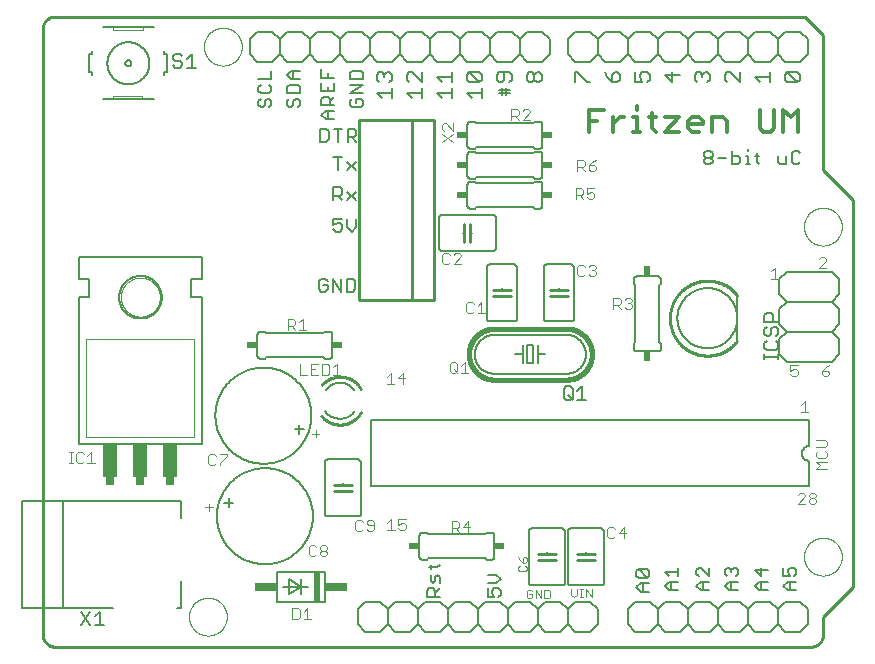
<source format=gto>
G75*
%MOIN*%
%OFA0B0*%
%FSLAX25Y25*%
%IPPOS*%
%LPD*%
%AMOC8*
5,1,8,0,0,1.08239X$1,22.5*
%
%ADD10C,0.01000*%
%ADD11C,0.00400*%
%ADD12C,0.00700*%
%ADD13C,0.00600*%
%ADD14C,0.00000*%
%ADD15C,0.01300*%
%ADD16C,0.00800*%
%ADD17C,0.00300*%
%ADD18C,0.00500*%
%ADD19R,0.02000X0.10000*%
%ADD20R,0.07500X0.03000*%
%ADD21C,0.00200*%
%ADD22R,0.03000X0.02500*%
%ADD23R,0.05000X0.11000*%
%ADD24R,0.03400X0.02400*%
%ADD25R,0.02400X0.03400*%
%ADD26C,0.01600*%
D10*
X0008350Y0007187D02*
X0008350Y0209313D01*
X0008352Y0209437D01*
X0008358Y0209560D01*
X0008367Y0209684D01*
X0008381Y0209806D01*
X0008398Y0209929D01*
X0008420Y0210051D01*
X0008445Y0210172D01*
X0008474Y0210292D01*
X0008506Y0210411D01*
X0008543Y0210530D01*
X0008583Y0210647D01*
X0008626Y0210762D01*
X0008674Y0210877D01*
X0008725Y0210989D01*
X0008779Y0211100D01*
X0008837Y0211210D01*
X0008898Y0211317D01*
X0008963Y0211423D01*
X0009031Y0211526D01*
X0009102Y0211627D01*
X0009176Y0211726D01*
X0009253Y0211823D01*
X0009334Y0211917D01*
X0009417Y0212008D01*
X0009503Y0212097D01*
X0009592Y0212183D01*
X0009683Y0212266D01*
X0009777Y0212347D01*
X0009874Y0212424D01*
X0009973Y0212498D01*
X0010074Y0212569D01*
X0010177Y0212637D01*
X0010283Y0212702D01*
X0010390Y0212763D01*
X0010500Y0212821D01*
X0010611Y0212875D01*
X0010723Y0212926D01*
X0010838Y0212974D01*
X0010953Y0213017D01*
X0011070Y0213057D01*
X0011189Y0213094D01*
X0011308Y0213126D01*
X0011428Y0213155D01*
X0011549Y0213180D01*
X0011671Y0213202D01*
X0011794Y0213219D01*
X0011916Y0213233D01*
X0012040Y0213242D01*
X0012163Y0213248D01*
X0012287Y0213250D01*
X0262350Y0213250D01*
X0268350Y0207250D01*
X0268350Y0162250D01*
X0278350Y0152250D01*
X0278350Y0023250D01*
X0268350Y0013250D01*
X0268350Y0007187D01*
X0268348Y0007063D01*
X0268342Y0006940D01*
X0268333Y0006816D01*
X0268319Y0006694D01*
X0268302Y0006571D01*
X0268280Y0006449D01*
X0268255Y0006328D01*
X0268226Y0006208D01*
X0268194Y0006089D01*
X0268157Y0005970D01*
X0268117Y0005853D01*
X0268074Y0005738D01*
X0268026Y0005623D01*
X0267975Y0005511D01*
X0267921Y0005400D01*
X0267863Y0005290D01*
X0267802Y0005183D01*
X0267737Y0005077D01*
X0267669Y0004974D01*
X0267598Y0004873D01*
X0267524Y0004774D01*
X0267447Y0004677D01*
X0267366Y0004583D01*
X0267283Y0004492D01*
X0267197Y0004403D01*
X0267108Y0004317D01*
X0267017Y0004234D01*
X0266923Y0004153D01*
X0266826Y0004076D01*
X0266727Y0004002D01*
X0266626Y0003931D01*
X0266523Y0003863D01*
X0266417Y0003798D01*
X0266310Y0003737D01*
X0266200Y0003679D01*
X0266089Y0003625D01*
X0265977Y0003574D01*
X0265862Y0003526D01*
X0265747Y0003483D01*
X0265630Y0003443D01*
X0265511Y0003406D01*
X0265392Y0003374D01*
X0265272Y0003345D01*
X0265151Y0003320D01*
X0265029Y0003298D01*
X0264906Y0003281D01*
X0264784Y0003267D01*
X0264660Y0003258D01*
X0264537Y0003252D01*
X0264413Y0003250D01*
X0012287Y0003250D01*
X0012163Y0003252D01*
X0012040Y0003258D01*
X0011916Y0003267D01*
X0011794Y0003281D01*
X0011671Y0003298D01*
X0011549Y0003320D01*
X0011428Y0003345D01*
X0011308Y0003374D01*
X0011189Y0003406D01*
X0011070Y0003443D01*
X0010953Y0003483D01*
X0010838Y0003526D01*
X0010723Y0003574D01*
X0010611Y0003625D01*
X0010500Y0003679D01*
X0010390Y0003737D01*
X0010283Y0003798D01*
X0010177Y0003863D01*
X0010074Y0003931D01*
X0009973Y0004002D01*
X0009874Y0004076D01*
X0009777Y0004153D01*
X0009683Y0004234D01*
X0009592Y0004317D01*
X0009503Y0004403D01*
X0009417Y0004492D01*
X0009334Y0004583D01*
X0009253Y0004677D01*
X0009176Y0004774D01*
X0009102Y0004873D01*
X0009031Y0004974D01*
X0008963Y0005077D01*
X0008898Y0005183D01*
X0008837Y0005290D01*
X0008779Y0005400D01*
X0008725Y0005511D01*
X0008674Y0005623D01*
X0008626Y0005738D01*
X0008583Y0005853D01*
X0008543Y0005970D01*
X0008506Y0006089D01*
X0008474Y0006208D01*
X0008445Y0006328D01*
X0008420Y0006449D01*
X0008398Y0006571D01*
X0008381Y0006694D01*
X0008367Y0006816D01*
X0008358Y0006940D01*
X0008352Y0007063D01*
X0008350Y0007187D01*
X0105350Y0055250D02*
X0108350Y0055250D01*
X0111350Y0055250D01*
X0111350Y0057250D02*
X0108350Y0057250D01*
X0105350Y0057250D01*
X0101243Y0090418D02*
X0101370Y0090564D01*
X0101499Y0090706D01*
X0101633Y0090846D01*
X0101769Y0090982D01*
X0101909Y0091115D01*
X0102052Y0091245D01*
X0102199Y0091371D01*
X0102348Y0091493D01*
X0102500Y0091612D01*
X0102655Y0091727D01*
X0102812Y0091839D01*
X0102972Y0091946D01*
X0103135Y0092050D01*
X0103301Y0092149D01*
X0103468Y0092245D01*
X0103638Y0092337D01*
X0103810Y0092424D01*
X0103984Y0092508D01*
X0104160Y0092587D01*
X0104338Y0092661D01*
X0104518Y0092732D01*
X0104699Y0092798D01*
X0104882Y0092860D01*
X0105066Y0092917D01*
X0105252Y0092970D01*
X0105439Y0093018D01*
X0105627Y0093062D01*
X0105816Y0093101D01*
X0106006Y0093136D01*
X0106196Y0093166D01*
X0106387Y0093192D01*
X0106579Y0093213D01*
X0106772Y0093229D01*
X0106964Y0093241D01*
X0107157Y0093248D01*
X0107350Y0093250D01*
X0114409Y0081485D02*
X0114316Y0081317D01*
X0114220Y0081151D01*
X0114120Y0080987D01*
X0114015Y0080826D01*
X0113907Y0080667D01*
X0113795Y0080511D01*
X0113679Y0080357D01*
X0113560Y0080207D01*
X0113437Y0080059D01*
X0113311Y0079914D01*
X0113181Y0079773D01*
X0113048Y0079634D01*
X0112911Y0079499D01*
X0112771Y0079367D01*
X0112629Y0079239D01*
X0112483Y0079114D01*
X0112334Y0078992D01*
X0112182Y0078874D01*
X0112028Y0078760D01*
X0111870Y0078650D01*
X0111711Y0078543D01*
X0111548Y0078440D01*
X0111383Y0078341D01*
X0111216Y0078246D01*
X0111047Y0078156D01*
X0110876Y0078069D01*
X0110702Y0077986D01*
X0110527Y0077908D01*
X0110349Y0077834D01*
X0110170Y0077764D01*
X0109990Y0077698D01*
X0109808Y0077637D01*
X0109624Y0077580D01*
X0109439Y0077528D01*
X0109253Y0077480D01*
X0109066Y0077436D01*
X0108878Y0077397D01*
X0108689Y0077363D01*
X0108499Y0077333D01*
X0108309Y0077308D01*
X0108118Y0077287D01*
X0107926Y0077271D01*
X0107734Y0077259D01*
X0107542Y0077252D01*
X0107350Y0077250D01*
X0114296Y0089219D02*
X0114197Y0089388D01*
X0114093Y0089554D01*
X0113986Y0089718D01*
X0113875Y0089879D01*
X0113760Y0090037D01*
X0113641Y0090192D01*
X0113518Y0090345D01*
X0113392Y0090494D01*
X0113262Y0090640D01*
X0113128Y0090783D01*
X0112991Y0090923D01*
X0112851Y0091059D01*
X0112707Y0091192D01*
X0112560Y0091321D01*
X0112410Y0091447D01*
X0112257Y0091568D01*
X0112101Y0091687D01*
X0111942Y0091801D01*
X0111781Y0091911D01*
X0111616Y0092017D01*
X0111450Y0092120D01*
X0111280Y0092218D01*
X0111109Y0092312D01*
X0110935Y0092402D01*
X0110759Y0092487D01*
X0110581Y0092569D01*
X0110401Y0092645D01*
X0110219Y0092718D01*
X0110036Y0092786D01*
X0109851Y0092849D01*
X0109664Y0092908D01*
X0109476Y0092962D01*
X0109287Y0093012D01*
X0109097Y0093057D01*
X0108905Y0093097D01*
X0108713Y0093133D01*
X0108520Y0093164D01*
X0108326Y0093190D01*
X0108131Y0093212D01*
X0107936Y0093228D01*
X0107741Y0093240D01*
X0107545Y0093248D01*
X0107350Y0093250D01*
X0101204Y0080128D02*
X0101331Y0079980D01*
X0101461Y0079835D01*
X0101594Y0079694D01*
X0101731Y0079555D01*
X0101871Y0079420D01*
X0102015Y0079289D01*
X0102162Y0079161D01*
X0102311Y0079036D01*
X0102464Y0078915D01*
X0102619Y0078798D01*
X0102778Y0078685D01*
X0102939Y0078576D01*
X0103103Y0078471D01*
X0103269Y0078369D01*
X0103438Y0078272D01*
X0103608Y0078179D01*
X0103782Y0078090D01*
X0103957Y0078005D01*
X0104134Y0077925D01*
X0104313Y0077849D01*
X0104494Y0077777D01*
X0104677Y0077710D01*
X0104861Y0077647D01*
X0105047Y0077589D01*
X0105234Y0077535D01*
X0105422Y0077486D01*
X0105612Y0077441D01*
X0105802Y0077401D01*
X0105994Y0077366D01*
X0106186Y0077335D01*
X0106379Y0077309D01*
X0106573Y0077288D01*
X0106767Y0077271D01*
X0106961Y0077259D01*
X0107155Y0077252D01*
X0107350Y0077250D01*
X0113850Y0118750D02*
X0113850Y0178750D01*
X0131350Y0178750D01*
X0131350Y0118750D01*
X0113850Y0118750D01*
X0131350Y0118750D02*
X0138850Y0118750D01*
X0138850Y0178750D01*
X0131350Y0178750D01*
X0148850Y0144250D02*
X0148850Y0141250D01*
X0148850Y0138250D01*
X0150850Y0138250D02*
X0150850Y0141250D01*
X0150850Y0144250D01*
X0158350Y0122250D02*
X0161350Y0122250D01*
X0164350Y0122250D01*
X0164350Y0120250D02*
X0161350Y0120250D01*
X0158350Y0120250D01*
X0177350Y0120250D02*
X0180350Y0120250D01*
X0183350Y0120250D01*
X0183350Y0122250D02*
X0180350Y0122250D01*
X0177350Y0122250D01*
X0239850Y0120250D02*
X0239663Y0120493D01*
X0239471Y0120731D01*
X0239272Y0120964D01*
X0239068Y0121192D01*
X0238859Y0121415D01*
X0238644Y0121633D01*
X0238424Y0121846D01*
X0238199Y0122053D01*
X0237968Y0122255D01*
X0237733Y0122451D01*
X0237493Y0122641D01*
X0237249Y0122825D01*
X0237000Y0123003D01*
X0236746Y0123175D01*
X0236489Y0123341D01*
X0236228Y0123501D01*
X0235963Y0123654D01*
X0235694Y0123800D01*
X0235421Y0123940D01*
X0235146Y0124073D01*
X0234867Y0124199D01*
X0234585Y0124319D01*
X0234300Y0124431D01*
X0234013Y0124536D01*
X0233723Y0124635D01*
X0233431Y0124726D01*
X0233136Y0124810D01*
X0232840Y0124887D01*
X0232542Y0124957D01*
X0232242Y0125019D01*
X0231941Y0125074D01*
X0231639Y0125121D01*
X0231335Y0125161D01*
X0231031Y0125194D01*
X0230726Y0125219D01*
X0230420Y0125237D01*
X0230114Y0125247D01*
X0229808Y0125250D01*
X0229502Y0125245D01*
X0229196Y0125233D01*
X0228890Y0125213D01*
X0228586Y0125186D01*
X0228281Y0125151D01*
X0227978Y0125109D01*
X0227676Y0125060D01*
X0227375Y0125003D01*
X0227076Y0124938D01*
X0226778Y0124867D01*
X0226483Y0124788D01*
X0226189Y0124702D01*
X0225897Y0124609D01*
X0225608Y0124508D01*
X0225321Y0124401D01*
X0225037Y0124286D01*
X0224756Y0124165D01*
X0224478Y0124037D01*
X0224203Y0123902D01*
X0223932Y0123760D01*
X0223664Y0123612D01*
X0223400Y0123457D01*
X0223140Y0123296D01*
X0222884Y0123129D01*
X0222631Y0122955D01*
X0222384Y0122775D01*
X0222140Y0122589D01*
X0221902Y0122398D01*
X0221668Y0122200D01*
X0221439Y0121997D01*
X0221215Y0121788D01*
X0220996Y0121574D01*
X0220783Y0121354D01*
X0220575Y0121130D01*
X0220372Y0120900D01*
X0220176Y0120666D01*
X0219985Y0120426D01*
X0219800Y0120183D01*
X0219621Y0119934D01*
X0219448Y0119682D01*
X0219281Y0119425D01*
X0219121Y0119164D01*
X0218967Y0118899D01*
X0218820Y0118631D01*
X0218679Y0118359D01*
X0218545Y0118084D01*
X0218418Y0117805D01*
X0218297Y0117524D01*
X0218184Y0117239D01*
X0218078Y0116952D01*
X0217978Y0116663D01*
X0217886Y0116371D01*
X0217801Y0116077D01*
X0217723Y0115781D01*
X0217652Y0115483D01*
X0217589Y0115183D01*
X0217533Y0114882D01*
X0217485Y0114580D01*
X0217444Y0114277D01*
X0217410Y0113973D01*
X0217384Y0113668D01*
X0217365Y0113362D01*
X0217354Y0113056D01*
X0217350Y0112750D01*
X0217354Y0112444D01*
X0217365Y0112138D01*
X0217384Y0111832D01*
X0217410Y0111527D01*
X0217444Y0111223D01*
X0217485Y0110920D01*
X0217533Y0110618D01*
X0217589Y0110317D01*
X0217652Y0110017D01*
X0217723Y0109719D01*
X0217801Y0109423D01*
X0217886Y0109129D01*
X0217978Y0108837D01*
X0218078Y0108548D01*
X0218184Y0108261D01*
X0218297Y0107976D01*
X0218418Y0107695D01*
X0218545Y0107416D01*
X0218679Y0107141D01*
X0218820Y0106869D01*
X0218967Y0106601D01*
X0219121Y0106336D01*
X0219281Y0106075D01*
X0219448Y0105818D01*
X0219621Y0105566D01*
X0219800Y0105317D01*
X0219985Y0105074D01*
X0220176Y0104834D01*
X0220372Y0104600D01*
X0220575Y0104370D01*
X0220783Y0104146D01*
X0220996Y0103926D01*
X0221215Y0103712D01*
X0221439Y0103503D01*
X0221668Y0103300D01*
X0221902Y0103102D01*
X0222140Y0102911D01*
X0222384Y0102725D01*
X0222631Y0102545D01*
X0222884Y0102371D01*
X0223140Y0102204D01*
X0223400Y0102043D01*
X0223664Y0101888D01*
X0223932Y0101740D01*
X0224203Y0101598D01*
X0224478Y0101463D01*
X0224756Y0101335D01*
X0225037Y0101214D01*
X0225321Y0101099D01*
X0225608Y0100992D01*
X0225897Y0100891D01*
X0226189Y0100798D01*
X0226483Y0100712D01*
X0226778Y0100633D01*
X0227076Y0100562D01*
X0227375Y0100497D01*
X0227676Y0100440D01*
X0227978Y0100391D01*
X0228281Y0100349D01*
X0228586Y0100314D01*
X0228890Y0100287D01*
X0229196Y0100267D01*
X0229502Y0100255D01*
X0229808Y0100250D01*
X0230114Y0100253D01*
X0230420Y0100263D01*
X0230726Y0100281D01*
X0231031Y0100306D01*
X0231335Y0100339D01*
X0231639Y0100379D01*
X0231941Y0100426D01*
X0232242Y0100481D01*
X0232542Y0100543D01*
X0232840Y0100613D01*
X0233136Y0100690D01*
X0233431Y0100774D01*
X0233723Y0100865D01*
X0234013Y0100964D01*
X0234300Y0101069D01*
X0234585Y0101181D01*
X0234867Y0101301D01*
X0235146Y0101427D01*
X0235421Y0101560D01*
X0235694Y0101700D01*
X0235963Y0101846D01*
X0236228Y0101999D01*
X0236489Y0102159D01*
X0236746Y0102325D01*
X0237000Y0102497D01*
X0237249Y0102675D01*
X0237493Y0102859D01*
X0237733Y0103049D01*
X0237968Y0103245D01*
X0238199Y0103447D01*
X0238424Y0103654D01*
X0238644Y0103867D01*
X0238859Y0104085D01*
X0239068Y0104308D01*
X0239272Y0104536D01*
X0239471Y0104769D01*
X0239663Y0105007D01*
X0239850Y0105250D01*
X0192350Y0034250D02*
X0189350Y0034250D01*
X0186350Y0034250D01*
X0186350Y0032250D02*
X0189350Y0032250D01*
X0192350Y0032250D01*
X0179350Y0032250D02*
X0176350Y0032250D01*
X0173350Y0032250D01*
X0173350Y0034250D02*
X0176350Y0034250D01*
X0179350Y0034250D01*
D11*
X0176905Y0022252D02*
X0175503Y0022252D01*
X0175503Y0019450D01*
X0176905Y0019450D01*
X0177372Y0019917D01*
X0177372Y0021785D01*
X0176905Y0022252D01*
X0174425Y0022252D02*
X0174425Y0019450D01*
X0172557Y0022252D01*
X0172557Y0019450D01*
X0171479Y0019917D02*
X0171479Y0020851D01*
X0170545Y0020851D01*
X0171479Y0019917D02*
X0171012Y0019450D01*
X0170078Y0019450D01*
X0169610Y0019917D01*
X0169610Y0021785D01*
X0170078Y0022252D01*
X0171012Y0022252D01*
X0171479Y0021785D01*
X0184450Y0022452D02*
X0184450Y0020584D01*
X0185384Y0019650D01*
X0186318Y0020584D01*
X0186318Y0022452D01*
X0187397Y0022452D02*
X0188331Y0022452D01*
X0187864Y0022452D02*
X0187864Y0019650D01*
X0187397Y0019650D02*
X0188331Y0019650D01*
X0189361Y0019650D02*
X0189361Y0022452D01*
X0191229Y0019650D01*
X0191229Y0022452D01*
X0197151Y0039450D02*
X0198352Y0039450D01*
X0198952Y0040051D01*
X0200233Y0041252D02*
X0202635Y0041252D01*
X0202035Y0043053D02*
X0200233Y0041252D01*
X0198952Y0042453D02*
X0198352Y0043053D01*
X0197151Y0043053D01*
X0196550Y0042453D01*
X0196550Y0040051D01*
X0197151Y0039450D01*
X0202035Y0039450D02*
X0202035Y0043053D01*
X0150769Y0043252D02*
X0148367Y0043252D01*
X0150168Y0045053D01*
X0150168Y0041450D01*
X0147086Y0041450D02*
X0145885Y0042651D01*
X0146485Y0042651D02*
X0144684Y0042651D01*
X0144684Y0041450D02*
X0144684Y0045053D01*
X0146485Y0045053D01*
X0147086Y0044453D01*
X0147086Y0043252D01*
X0146485Y0042651D01*
X0129235Y0042751D02*
X0128635Y0042150D01*
X0127434Y0042150D01*
X0126833Y0042751D01*
X0126833Y0043952D02*
X0128034Y0044552D01*
X0128635Y0044552D01*
X0129235Y0043952D01*
X0129235Y0042751D01*
X0126833Y0043952D02*
X0126833Y0045753D01*
X0129235Y0045753D01*
X0124351Y0045753D02*
X0124351Y0042150D01*
X0123150Y0042150D02*
X0125552Y0042150D01*
X0123150Y0044552D02*
X0124351Y0045753D01*
X0118635Y0044953D02*
X0118635Y0042551D01*
X0118035Y0041950D01*
X0116834Y0041950D01*
X0116233Y0042551D01*
X0114952Y0042551D02*
X0114352Y0041950D01*
X0113151Y0041950D01*
X0112550Y0042551D01*
X0112550Y0044953D01*
X0113151Y0045553D01*
X0114352Y0045553D01*
X0114952Y0044953D01*
X0116233Y0044953D02*
X0116233Y0044352D01*
X0116834Y0043752D01*
X0118635Y0043752D01*
X0118635Y0044953D02*
X0118035Y0045553D01*
X0116834Y0045553D01*
X0116233Y0044953D01*
X0103135Y0036453D02*
X0103135Y0035852D01*
X0102535Y0035252D01*
X0101334Y0035252D01*
X0100733Y0035852D01*
X0100733Y0036453D01*
X0101334Y0037053D01*
X0102535Y0037053D01*
X0103135Y0036453D01*
X0102535Y0035252D02*
X0103135Y0034651D01*
X0103135Y0034051D01*
X0102535Y0033450D01*
X0101334Y0033450D01*
X0100733Y0034051D01*
X0100733Y0034651D01*
X0101334Y0035252D01*
X0099452Y0036453D02*
X0098852Y0037053D01*
X0097651Y0037053D01*
X0097050Y0036453D01*
X0097050Y0034051D01*
X0097651Y0033450D01*
X0098852Y0033450D01*
X0099452Y0034051D01*
X0096434Y0016053D02*
X0096434Y0012450D01*
X0095233Y0012450D02*
X0097635Y0012450D01*
X0095233Y0014852D02*
X0096434Y0016053D01*
X0093952Y0015453D02*
X0093952Y0013051D01*
X0093352Y0012450D01*
X0091550Y0012450D01*
X0091550Y0016053D01*
X0093352Y0016053D01*
X0093952Y0015453D01*
X0063751Y0048551D02*
X0063751Y0050953D01*
X0062550Y0049752D02*
X0064952Y0049752D01*
X0065352Y0063950D02*
X0064151Y0063950D01*
X0063550Y0064551D01*
X0063550Y0066953D01*
X0064151Y0067553D01*
X0065352Y0067553D01*
X0065952Y0066953D01*
X0067233Y0067553D02*
X0069635Y0067553D01*
X0069635Y0066953D01*
X0067233Y0064551D01*
X0067233Y0063950D01*
X0065952Y0064551D02*
X0065352Y0063950D01*
X0098050Y0074252D02*
X0100452Y0074252D01*
X0099251Y0075453D02*
X0099251Y0073051D01*
X0123050Y0090850D02*
X0125452Y0090850D01*
X0124251Y0090850D02*
X0124251Y0094453D01*
X0123050Y0093252D01*
X0126733Y0092652D02*
X0129135Y0092652D01*
X0128535Y0094453D02*
X0128535Y0090850D01*
X0126733Y0092652D02*
X0128535Y0094453D01*
X0144050Y0095051D02*
X0144651Y0094450D01*
X0145852Y0094450D01*
X0146452Y0095051D01*
X0146452Y0097453D01*
X0145852Y0098053D01*
X0144651Y0098053D01*
X0144050Y0097453D01*
X0144050Y0095051D01*
X0145251Y0095651D02*
X0146452Y0094450D01*
X0147733Y0094450D02*
X0150135Y0094450D01*
X0148934Y0094450D02*
X0148934Y0098053D01*
X0147733Y0096852D01*
X0150151Y0114450D02*
X0151352Y0114450D01*
X0151952Y0115051D01*
X0153233Y0114450D02*
X0155635Y0114450D01*
X0154434Y0114450D02*
X0154434Y0118053D01*
X0153233Y0116852D01*
X0151952Y0117453D02*
X0151352Y0118053D01*
X0150151Y0118053D01*
X0149550Y0117453D01*
X0149550Y0115051D01*
X0150151Y0114450D01*
X0147635Y0130950D02*
X0145233Y0130950D01*
X0147635Y0133352D01*
X0147635Y0133953D01*
X0147035Y0134553D01*
X0145834Y0134553D01*
X0145233Y0133953D01*
X0143952Y0133953D02*
X0143352Y0134553D01*
X0142151Y0134553D01*
X0141550Y0133953D01*
X0141550Y0131551D01*
X0142151Y0130950D01*
X0143352Y0130950D01*
X0143952Y0131551D01*
X0186550Y0129953D02*
X0186550Y0127551D01*
X0187151Y0126950D01*
X0188352Y0126950D01*
X0188952Y0127551D01*
X0190233Y0127551D02*
X0190834Y0126950D01*
X0192035Y0126950D01*
X0192635Y0127551D01*
X0192635Y0128151D01*
X0192035Y0128752D01*
X0191434Y0128752D01*
X0192035Y0128752D02*
X0192635Y0129352D01*
X0192635Y0129953D01*
X0192035Y0130553D01*
X0190834Y0130553D01*
X0190233Y0129953D01*
X0188952Y0129953D02*
X0188352Y0130553D01*
X0187151Y0130553D01*
X0186550Y0129953D01*
X0198550Y0119553D02*
X0200352Y0119553D01*
X0200952Y0118953D01*
X0200952Y0117752D01*
X0200352Y0117151D01*
X0198550Y0117151D01*
X0198550Y0115950D02*
X0198550Y0119553D01*
X0199751Y0117151D02*
X0200952Y0115950D01*
X0202233Y0116551D02*
X0202834Y0115950D01*
X0204035Y0115950D01*
X0204635Y0116551D01*
X0204635Y0117151D01*
X0204035Y0117752D01*
X0203434Y0117752D01*
X0204035Y0117752D02*
X0204635Y0118352D01*
X0204635Y0118953D01*
X0204035Y0119553D01*
X0202834Y0119553D01*
X0202233Y0118953D01*
X0191535Y0152450D02*
X0190334Y0152450D01*
X0189733Y0153051D01*
X0189733Y0154252D02*
X0190934Y0154852D01*
X0191535Y0154852D01*
X0192135Y0154252D01*
X0192135Y0153051D01*
X0191535Y0152450D01*
X0189733Y0154252D02*
X0189733Y0156053D01*
X0192135Y0156053D01*
X0188452Y0155453D02*
X0188452Y0154252D01*
X0187852Y0153651D01*
X0186050Y0153651D01*
X0186050Y0152450D02*
X0186050Y0156053D01*
X0187852Y0156053D01*
X0188452Y0155453D01*
X0187251Y0153651D02*
X0188452Y0152450D01*
X0188952Y0161950D02*
X0187751Y0163151D01*
X0188352Y0163151D02*
X0186550Y0163151D01*
X0186550Y0161950D02*
X0186550Y0165553D01*
X0188352Y0165553D01*
X0188952Y0164953D01*
X0188952Y0163752D01*
X0188352Y0163151D01*
X0190233Y0162551D02*
X0190834Y0161950D01*
X0192035Y0161950D01*
X0192635Y0162551D01*
X0192635Y0163151D01*
X0192035Y0163752D01*
X0190233Y0163752D01*
X0190233Y0162551D01*
X0190233Y0163752D02*
X0191434Y0164953D01*
X0192635Y0165553D01*
X0170635Y0178950D02*
X0168233Y0178950D01*
X0170635Y0181352D01*
X0170635Y0181953D01*
X0170035Y0182553D01*
X0168834Y0182553D01*
X0168233Y0181953D01*
X0166952Y0181953D02*
X0166952Y0180752D01*
X0166352Y0180151D01*
X0164550Y0180151D01*
X0164550Y0178950D02*
X0164550Y0182553D01*
X0166352Y0182553D01*
X0166952Y0181953D01*
X0165751Y0180151D02*
X0166952Y0178950D01*
X0145150Y0177669D02*
X0145150Y0175267D01*
X0142748Y0177669D01*
X0142147Y0177669D01*
X0141547Y0177068D01*
X0141547Y0175867D01*
X0142147Y0175267D01*
X0141547Y0173986D02*
X0145150Y0171584D01*
X0145150Y0173986D02*
X0141547Y0171584D01*
X0094934Y0112553D02*
X0094934Y0108950D01*
X0093733Y0108950D02*
X0096135Y0108950D01*
X0093733Y0111352D02*
X0094934Y0112553D01*
X0092452Y0111953D02*
X0092452Y0110752D01*
X0091852Y0110151D01*
X0090050Y0110151D01*
X0090050Y0108950D02*
X0090050Y0112553D01*
X0091852Y0112553D01*
X0092452Y0111953D01*
X0091251Y0110151D02*
X0092452Y0108950D01*
X0094050Y0097553D02*
X0094050Y0093950D01*
X0096452Y0093950D01*
X0097733Y0093950D02*
X0100135Y0093950D01*
X0101416Y0093950D02*
X0103218Y0093950D01*
X0103818Y0094551D01*
X0103818Y0096953D01*
X0103218Y0097553D01*
X0101416Y0097553D01*
X0101416Y0093950D01*
X0098934Y0095752D02*
X0097733Y0095752D01*
X0097733Y0097553D02*
X0097733Y0093950D01*
X0097733Y0097553D02*
X0100135Y0097553D01*
X0105099Y0096352D02*
X0106300Y0097553D01*
X0106300Y0093950D01*
X0105099Y0093950D02*
X0107501Y0093950D01*
X0025591Y0064450D02*
X0023189Y0064450D01*
X0024390Y0064450D02*
X0024390Y0068053D01*
X0023189Y0066852D01*
X0021907Y0067453D02*
X0021307Y0068053D01*
X0020106Y0068053D01*
X0019505Y0067453D01*
X0019505Y0065051D01*
X0020106Y0064450D01*
X0021307Y0064450D01*
X0021907Y0065051D01*
X0018251Y0064450D02*
X0017050Y0064450D01*
X0017651Y0064450D02*
X0017651Y0068053D01*
X0018251Y0068053D02*
X0017050Y0068053D01*
X0251050Y0125950D02*
X0253452Y0125950D01*
X0252251Y0125950D02*
X0252251Y0129553D01*
X0251050Y0128352D01*
X0267050Y0129450D02*
X0269452Y0131852D01*
X0269452Y0132453D01*
X0268852Y0133053D01*
X0267651Y0133053D01*
X0267050Y0132453D01*
X0267050Y0129450D02*
X0269452Y0129450D01*
X0270452Y0097053D02*
X0269251Y0096453D01*
X0268050Y0095252D01*
X0269852Y0095252D01*
X0270452Y0094651D01*
X0270452Y0094051D01*
X0269852Y0093450D01*
X0268651Y0093450D01*
X0268050Y0094051D01*
X0268050Y0095252D01*
X0259952Y0095252D02*
X0259952Y0094051D01*
X0259352Y0093450D01*
X0258151Y0093450D01*
X0257550Y0094051D01*
X0257550Y0095252D02*
X0258751Y0095852D01*
X0259352Y0095852D01*
X0259952Y0095252D01*
X0259952Y0097053D02*
X0257550Y0097053D01*
X0257550Y0095252D01*
X0262251Y0085053D02*
X0262251Y0081450D01*
X0261050Y0081450D02*
X0263452Y0081450D01*
X0261050Y0083852D02*
X0262251Y0085053D01*
X0266047Y0072218D02*
X0269049Y0072218D01*
X0269650Y0071618D01*
X0269650Y0070417D01*
X0269049Y0069816D01*
X0266047Y0069816D01*
X0266647Y0068535D02*
X0266047Y0067935D01*
X0266047Y0066734D01*
X0266647Y0066133D01*
X0269049Y0066133D01*
X0269650Y0066734D01*
X0269650Y0067935D01*
X0269049Y0068535D01*
X0269650Y0064852D02*
X0266047Y0064852D01*
X0267248Y0063651D01*
X0266047Y0062450D01*
X0269650Y0062450D01*
X0265535Y0054553D02*
X0266135Y0053953D01*
X0266135Y0053352D01*
X0265535Y0052752D01*
X0264334Y0052752D01*
X0263733Y0053352D01*
X0263733Y0053953D01*
X0264334Y0054553D01*
X0265535Y0054553D01*
X0265535Y0052752D02*
X0266135Y0052151D01*
X0266135Y0051551D01*
X0265535Y0050950D01*
X0264334Y0050950D01*
X0263733Y0051551D01*
X0263733Y0052151D01*
X0264334Y0052752D01*
X0262452Y0053352D02*
X0262452Y0053953D01*
X0261852Y0054553D01*
X0260651Y0054553D01*
X0260050Y0053953D01*
X0262452Y0053352D02*
X0260050Y0050950D01*
X0262452Y0050950D01*
D12*
X0258783Y0029573D02*
X0257348Y0029573D01*
X0256631Y0028856D01*
X0256631Y0028138D01*
X0257348Y0026704D01*
X0255196Y0026704D01*
X0255196Y0029573D01*
X0258783Y0029573D02*
X0259500Y0028856D01*
X0259500Y0027421D01*
X0258783Y0026704D01*
X0259500Y0024969D02*
X0256631Y0024969D01*
X0255196Y0023535D01*
X0256631Y0022100D01*
X0259500Y0022100D01*
X0257348Y0022100D02*
X0257348Y0024969D01*
X0250000Y0024969D02*
X0247131Y0024969D01*
X0245696Y0023535D01*
X0247131Y0022100D01*
X0250000Y0022100D01*
X0247848Y0022100D02*
X0247848Y0024969D01*
X0247848Y0026704D02*
X0247848Y0029573D01*
X0245696Y0028856D02*
X0247848Y0026704D01*
X0250000Y0028856D02*
X0245696Y0028856D01*
X0240000Y0028856D02*
X0240000Y0027421D01*
X0239283Y0026704D01*
X0240000Y0024969D02*
X0237131Y0024969D01*
X0235696Y0023535D01*
X0237131Y0022100D01*
X0240000Y0022100D01*
X0237848Y0022100D02*
X0237848Y0024969D01*
X0236414Y0026704D02*
X0235696Y0027421D01*
X0235696Y0028856D01*
X0236414Y0029573D01*
X0237131Y0029573D01*
X0237848Y0028856D01*
X0238565Y0029573D01*
X0239283Y0029573D01*
X0240000Y0028856D01*
X0237848Y0028856D02*
X0237848Y0028138D01*
X0230500Y0026704D02*
X0227631Y0029573D01*
X0226914Y0029573D01*
X0226196Y0028856D01*
X0226196Y0027421D01*
X0226914Y0026704D01*
X0227631Y0024969D02*
X0230500Y0024969D01*
X0230500Y0026704D02*
X0230500Y0029573D01*
X0228348Y0024969D02*
X0228348Y0022100D01*
X0227631Y0022100D02*
X0226196Y0023535D01*
X0227631Y0024969D01*
X0227631Y0022100D02*
X0230500Y0022100D01*
X0220000Y0022100D02*
X0217131Y0022100D01*
X0215696Y0023535D01*
X0217131Y0024969D01*
X0220000Y0024969D01*
X0220000Y0026704D02*
X0220000Y0029573D01*
X0220000Y0028138D02*
X0215696Y0028138D01*
X0217131Y0026704D01*
X0217848Y0024969D02*
X0217848Y0022100D01*
X0210500Y0021600D02*
X0207631Y0021600D01*
X0206196Y0023035D01*
X0207631Y0024469D01*
X0210500Y0024469D01*
X0209783Y0026204D02*
X0206914Y0029073D01*
X0209783Y0029073D01*
X0210500Y0028356D01*
X0210500Y0026921D01*
X0209783Y0026204D01*
X0206914Y0026204D01*
X0206196Y0026921D01*
X0206196Y0028356D01*
X0206914Y0029073D01*
X0208348Y0024469D02*
X0208348Y0021600D01*
X0160900Y0021944D02*
X0160900Y0020509D01*
X0160183Y0019792D01*
X0158748Y0019792D02*
X0158031Y0021227D01*
X0158031Y0021944D01*
X0158748Y0022661D01*
X0160183Y0022661D01*
X0160900Y0021944D01*
X0159465Y0024396D02*
X0160900Y0025831D01*
X0159465Y0027265D01*
X0156596Y0027265D01*
X0156596Y0024396D02*
X0159465Y0024396D01*
X0156596Y0022661D02*
X0156596Y0019792D01*
X0158748Y0019792D01*
X0140600Y0019800D02*
X0136296Y0019800D01*
X0136296Y0021952D01*
X0137014Y0022669D01*
X0138448Y0022669D01*
X0139165Y0021952D01*
X0139165Y0019800D01*
X0139165Y0021235D02*
X0140600Y0022669D01*
X0140600Y0024404D02*
X0140600Y0026556D01*
X0139883Y0027273D01*
X0139165Y0026556D01*
X0139165Y0025121D01*
X0138448Y0024404D01*
X0137731Y0025121D01*
X0137731Y0027273D01*
X0137731Y0029008D02*
X0137731Y0030442D01*
X0137014Y0029725D02*
X0139883Y0029725D01*
X0140600Y0030442D01*
X0028673Y0010600D02*
X0025804Y0010600D01*
X0027238Y0010600D02*
X0027238Y0014904D01*
X0025804Y0013469D01*
X0024069Y0014904D02*
X0021200Y0010600D01*
X0024069Y0010600D02*
X0021200Y0014904D01*
X0101105Y0121600D02*
X0100388Y0122317D01*
X0100388Y0125186D01*
X0101105Y0125904D01*
X0102540Y0125904D01*
X0103257Y0125186D01*
X0103257Y0123752D02*
X0101823Y0123752D01*
X0103257Y0123752D02*
X0103257Y0122317D01*
X0102540Y0121600D01*
X0101105Y0121600D01*
X0104992Y0121600D02*
X0104992Y0125904D01*
X0107861Y0121600D01*
X0107861Y0125904D01*
X0109596Y0125904D02*
X0111748Y0125904D01*
X0112465Y0125186D01*
X0112465Y0122317D01*
X0111748Y0121600D01*
X0109596Y0121600D01*
X0109596Y0125904D01*
X0111238Y0141600D02*
X0112673Y0143035D01*
X0112673Y0145904D01*
X0109804Y0145904D02*
X0109804Y0143035D01*
X0111238Y0141600D01*
X0108069Y0142317D02*
X0107352Y0141600D01*
X0105917Y0141600D01*
X0105200Y0142317D01*
X0105200Y0143752D02*
X0106635Y0144469D01*
X0107352Y0144469D01*
X0108069Y0143752D01*
X0108069Y0142317D01*
X0105200Y0143752D02*
X0105200Y0145904D01*
X0108069Y0145904D01*
X0108069Y0152100D02*
X0106635Y0153535D01*
X0107352Y0153535D02*
X0105200Y0153535D01*
X0105200Y0152100D02*
X0105200Y0156404D01*
X0107352Y0156404D01*
X0108069Y0155686D01*
X0108069Y0154252D01*
X0107352Y0153535D01*
X0109804Y0154969D02*
X0112673Y0152100D01*
X0109804Y0152100D02*
X0112673Y0154969D01*
X0112673Y0162100D02*
X0109804Y0164969D01*
X0108069Y0166404D02*
X0105200Y0166404D01*
X0106635Y0166404D02*
X0106635Y0162100D01*
X0109804Y0162100D02*
X0112673Y0164969D01*
X0112777Y0171600D02*
X0111342Y0173035D01*
X0112060Y0173035D02*
X0109908Y0173035D01*
X0109908Y0171600D02*
X0109908Y0175904D01*
X0112060Y0175904D01*
X0112777Y0175186D01*
X0112777Y0173752D01*
X0112060Y0173035D01*
X0108173Y0175904D02*
X0105304Y0175904D01*
X0106738Y0175904D02*
X0106738Y0171600D01*
X0103569Y0172317D02*
X0103569Y0175186D01*
X0102852Y0175904D01*
X0100700Y0175904D01*
X0100700Y0171600D01*
X0102852Y0171600D01*
X0103569Y0172317D01*
X0103348Y0179100D02*
X0103348Y0181969D01*
X0102631Y0181969D02*
X0105500Y0181969D01*
X0105500Y0183704D02*
X0101196Y0183704D01*
X0101196Y0185856D01*
X0101914Y0186573D01*
X0103348Y0186573D01*
X0104065Y0185856D01*
X0104065Y0183704D01*
X0104065Y0185138D02*
X0105500Y0186573D01*
X0105500Y0188308D02*
X0101196Y0188308D01*
X0101196Y0191177D01*
X0101196Y0192912D02*
X0101196Y0195781D01*
X0103348Y0194346D02*
X0103348Y0192912D01*
X0105500Y0192912D02*
X0101196Y0192912D01*
X0103348Y0189742D02*
X0103348Y0188308D01*
X0105500Y0188308D02*
X0105500Y0191177D01*
X0110696Y0190573D02*
X0115000Y0190573D01*
X0110696Y0187704D01*
X0115000Y0187704D01*
X0114283Y0185969D02*
X0112848Y0185969D01*
X0112848Y0184535D01*
X0111414Y0185969D02*
X0110696Y0185252D01*
X0110696Y0183817D01*
X0111414Y0183100D01*
X0114283Y0183100D01*
X0115000Y0183817D01*
X0115000Y0185252D01*
X0114283Y0185969D01*
X0119696Y0187922D02*
X0124600Y0187922D01*
X0124600Y0186287D02*
X0124600Y0189557D01*
X0123783Y0191444D02*
X0124600Y0192261D01*
X0124600Y0193896D01*
X0123783Y0194713D01*
X0122965Y0194713D01*
X0122148Y0193896D01*
X0122148Y0193078D01*
X0122148Y0193896D02*
X0121331Y0194713D01*
X0120513Y0194713D01*
X0119696Y0193896D01*
X0119696Y0192261D01*
X0120513Y0191444D01*
X0119696Y0187922D02*
X0121331Y0186287D01*
X0129696Y0187922D02*
X0131331Y0186287D01*
X0129696Y0187922D02*
X0134600Y0187922D01*
X0134600Y0186287D02*
X0134600Y0189557D01*
X0134600Y0191444D02*
X0131331Y0194713D01*
X0130513Y0194713D01*
X0129696Y0193896D01*
X0129696Y0192261D01*
X0130513Y0191444D01*
X0134600Y0191444D02*
X0134600Y0194713D01*
X0139696Y0193078D02*
X0144600Y0193078D01*
X0144600Y0191444D02*
X0144600Y0194713D01*
X0141331Y0191444D02*
X0139696Y0193078D01*
X0139696Y0187922D02*
X0144600Y0187922D01*
X0144600Y0186287D02*
X0144600Y0189557D01*
X0141331Y0186287D02*
X0139696Y0187922D01*
X0149696Y0187922D02*
X0154600Y0187922D01*
X0154600Y0186287D02*
X0154600Y0189557D01*
X0153783Y0191444D02*
X0150513Y0194713D01*
X0153783Y0194713D01*
X0154600Y0193896D01*
X0154600Y0192261D01*
X0153783Y0191444D01*
X0150513Y0191444D01*
X0149696Y0192261D01*
X0149696Y0193896D01*
X0150513Y0194713D01*
X0149696Y0187922D02*
X0151331Y0186287D01*
X0159696Y0192261D02*
X0160513Y0191444D01*
X0161331Y0191444D01*
X0162148Y0192261D01*
X0162148Y0194713D01*
X0163783Y0194713D02*
X0160513Y0194713D01*
X0159696Y0193896D01*
X0159696Y0192261D01*
X0163783Y0191444D02*
X0164600Y0192261D01*
X0164600Y0193896D01*
X0163783Y0194713D01*
X0169696Y0193896D02*
X0170513Y0194713D01*
X0171331Y0194713D01*
X0172148Y0193896D01*
X0172148Y0192261D01*
X0171331Y0191444D01*
X0170513Y0191444D01*
X0169696Y0192261D01*
X0169696Y0193896D01*
X0172148Y0193896D02*
X0172965Y0194713D01*
X0173783Y0194713D01*
X0174600Y0193896D01*
X0174600Y0192261D01*
X0173783Y0191444D01*
X0172965Y0191444D01*
X0172148Y0192261D01*
X0185696Y0191444D02*
X0185696Y0194713D01*
X0186513Y0194713D01*
X0189783Y0191444D01*
X0190600Y0191444D01*
X0195696Y0194713D02*
X0196513Y0193078D01*
X0198148Y0191444D01*
X0198148Y0193896D01*
X0198965Y0194713D01*
X0199783Y0194713D01*
X0200600Y0193896D01*
X0200600Y0192261D01*
X0199783Y0191444D01*
X0198148Y0191444D01*
X0205696Y0191444D02*
X0208148Y0191444D01*
X0207331Y0193078D01*
X0207331Y0193896D01*
X0208148Y0194713D01*
X0209783Y0194713D01*
X0210600Y0193896D01*
X0210600Y0192261D01*
X0209783Y0191444D01*
X0205696Y0191444D02*
X0205696Y0194713D01*
X0215696Y0193896D02*
X0218148Y0191444D01*
X0218148Y0194713D01*
X0220600Y0193896D02*
X0215696Y0193896D01*
X0225696Y0193896D02*
X0226513Y0194713D01*
X0227331Y0194713D01*
X0228148Y0193896D01*
X0228965Y0194713D01*
X0229783Y0194713D01*
X0230600Y0193896D01*
X0230600Y0192261D01*
X0229783Y0191444D01*
X0228148Y0193078D02*
X0228148Y0193896D01*
X0225696Y0193896D02*
X0225696Y0192261D01*
X0226513Y0191444D01*
X0235696Y0192261D02*
X0236513Y0191444D01*
X0235696Y0192261D02*
X0235696Y0193896D01*
X0236513Y0194713D01*
X0237331Y0194713D01*
X0240600Y0191444D01*
X0240600Y0194713D01*
X0245696Y0193078D02*
X0250600Y0193078D01*
X0250600Y0191444D02*
X0250600Y0194713D01*
X0247331Y0191444D02*
X0245696Y0193078D01*
X0255696Y0192261D02*
X0256513Y0191444D01*
X0259783Y0191444D01*
X0256513Y0194713D01*
X0259783Y0194713D01*
X0260600Y0193896D01*
X0260600Y0192261D01*
X0259783Y0191444D01*
X0255696Y0192261D02*
X0255696Y0193896D01*
X0256513Y0194713D01*
X0115000Y0194460D02*
X0115000Y0192308D01*
X0110696Y0192308D01*
X0110696Y0194460D01*
X0111414Y0195177D01*
X0114283Y0195177D01*
X0115000Y0194460D01*
X0102631Y0181969D02*
X0101196Y0180535D01*
X0102631Y0179100D01*
X0105500Y0179100D01*
X0094000Y0183817D02*
X0093283Y0183100D01*
X0094000Y0183817D02*
X0094000Y0185252D01*
X0093283Y0185969D01*
X0092565Y0185969D01*
X0091848Y0185252D01*
X0091848Y0183817D01*
X0091131Y0183100D01*
X0090414Y0183100D01*
X0089696Y0183817D01*
X0089696Y0185252D01*
X0090414Y0185969D01*
X0089696Y0187704D02*
X0089696Y0189856D01*
X0090414Y0190573D01*
X0093283Y0190573D01*
X0094000Y0189856D01*
X0094000Y0187704D01*
X0089696Y0187704D01*
X0091131Y0192308D02*
X0089696Y0193742D01*
X0091131Y0195177D01*
X0094000Y0195177D01*
X0091848Y0195177D02*
X0091848Y0192308D01*
X0091131Y0192308D02*
X0094000Y0192308D01*
X0084500Y0192308D02*
X0084500Y0195177D01*
X0084500Y0192308D02*
X0080196Y0192308D01*
X0080914Y0190573D02*
X0080196Y0189856D01*
X0080196Y0188421D01*
X0080914Y0187704D01*
X0083783Y0187704D01*
X0084500Y0188421D01*
X0084500Y0189856D01*
X0083783Y0190573D01*
X0083783Y0185969D02*
X0084500Y0185252D01*
X0084500Y0183817D01*
X0083783Y0183100D01*
X0082348Y0183817D02*
X0081631Y0183100D01*
X0080914Y0183100D01*
X0080196Y0183817D01*
X0080196Y0185252D01*
X0080914Y0185969D01*
X0082348Y0185252D02*
X0083065Y0185969D01*
X0083783Y0185969D01*
X0082348Y0185252D02*
X0082348Y0183817D01*
D13*
X0079850Y0198250D02*
X0077350Y0200750D01*
X0077350Y0205750D01*
X0079850Y0208250D01*
X0084850Y0208250D01*
X0087350Y0205750D01*
X0089850Y0208250D01*
X0094850Y0208250D01*
X0097350Y0205750D01*
X0099850Y0208250D01*
X0104850Y0208250D01*
X0107350Y0205750D01*
X0109850Y0208250D01*
X0114850Y0208250D01*
X0117350Y0205750D01*
X0119850Y0208250D01*
X0124850Y0208250D01*
X0127350Y0205750D01*
X0129850Y0208250D01*
X0134850Y0208250D01*
X0137350Y0205750D01*
X0139850Y0208250D01*
X0144850Y0208250D01*
X0147350Y0205750D01*
X0149850Y0208250D01*
X0154850Y0208250D01*
X0157350Y0205750D01*
X0159850Y0208250D01*
X0164850Y0208250D01*
X0167350Y0205750D01*
X0169850Y0208250D01*
X0174850Y0208250D01*
X0177350Y0205750D01*
X0177350Y0200750D01*
X0174850Y0198250D01*
X0169850Y0198250D01*
X0167350Y0200750D01*
X0164850Y0198250D01*
X0159850Y0198250D01*
X0157350Y0200750D01*
X0157350Y0205750D01*
X0157350Y0200750D02*
X0154850Y0198250D01*
X0149850Y0198250D01*
X0147350Y0200750D01*
X0144850Y0198250D01*
X0139850Y0198250D01*
X0137350Y0200750D01*
X0134850Y0198250D01*
X0129850Y0198250D01*
X0127350Y0200750D01*
X0127350Y0205750D01*
X0127350Y0200750D02*
X0124850Y0198250D01*
X0119850Y0198250D01*
X0117350Y0200750D01*
X0114850Y0198250D01*
X0109850Y0198250D01*
X0107350Y0200750D01*
X0104850Y0198250D01*
X0099850Y0198250D01*
X0097350Y0200750D01*
X0097350Y0205750D01*
X0097350Y0200750D02*
X0094850Y0198250D01*
X0089850Y0198250D01*
X0087350Y0200750D01*
X0084850Y0198250D01*
X0079850Y0198250D01*
X0087350Y0200750D02*
X0087350Y0205750D01*
X0107350Y0205750D02*
X0107350Y0200750D01*
X0117350Y0200750D02*
X0117350Y0205750D01*
X0137350Y0205750D02*
X0137350Y0200750D01*
X0147350Y0200750D02*
X0147350Y0205750D01*
X0167350Y0205750D02*
X0167350Y0200750D01*
X0162782Y0189585D02*
X0162782Y0187050D01*
X0161515Y0187050D02*
X0161515Y0188952D01*
X0161515Y0189585D01*
X0160247Y0188952D02*
X0164050Y0188952D01*
X0164050Y0187684D02*
X0160247Y0187684D01*
X0152350Y0178250D02*
X0150850Y0178250D01*
X0150790Y0178248D01*
X0150729Y0178243D01*
X0150670Y0178234D01*
X0150611Y0178221D01*
X0150552Y0178205D01*
X0150495Y0178185D01*
X0150440Y0178162D01*
X0150385Y0178135D01*
X0150333Y0178106D01*
X0150282Y0178073D01*
X0150233Y0178037D01*
X0150187Y0177999D01*
X0150143Y0177957D01*
X0150101Y0177913D01*
X0150063Y0177867D01*
X0150027Y0177818D01*
X0149994Y0177767D01*
X0149965Y0177715D01*
X0149938Y0177660D01*
X0149915Y0177605D01*
X0149895Y0177548D01*
X0149879Y0177489D01*
X0149866Y0177430D01*
X0149857Y0177371D01*
X0149852Y0177310D01*
X0149850Y0177250D01*
X0149850Y0170250D01*
X0149852Y0170190D01*
X0149857Y0170129D01*
X0149866Y0170070D01*
X0149879Y0170011D01*
X0149895Y0169952D01*
X0149915Y0169895D01*
X0149938Y0169840D01*
X0149965Y0169785D01*
X0149994Y0169733D01*
X0150027Y0169682D01*
X0150063Y0169633D01*
X0150101Y0169587D01*
X0150143Y0169543D01*
X0150187Y0169501D01*
X0150233Y0169463D01*
X0150282Y0169427D01*
X0150333Y0169394D01*
X0150385Y0169365D01*
X0150440Y0169338D01*
X0150495Y0169315D01*
X0150552Y0169295D01*
X0150611Y0169279D01*
X0150670Y0169266D01*
X0150729Y0169257D01*
X0150790Y0169252D01*
X0150850Y0169250D01*
X0152350Y0169250D01*
X0152850Y0169750D01*
X0171850Y0169750D01*
X0172350Y0169250D01*
X0173850Y0169250D01*
X0173850Y0168250D02*
X0172350Y0168250D01*
X0171850Y0167750D01*
X0152850Y0167750D01*
X0152350Y0168250D01*
X0150850Y0168250D01*
X0150790Y0168248D01*
X0150729Y0168243D01*
X0150670Y0168234D01*
X0150611Y0168221D01*
X0150552Y0168205D01*
X0150495Y0168185D01*
X0150440Y0168162D01*
X0150385Y0168135D01*
X0150333Y0168106D01*
X0150282Y0168073D01*
X0150233Y0168037D01*
X0150187Y0167999D01*
X0150143Y0167957D01*
X0150101Y0167913D01*
X0150063Y0167867D01*
X0150027Y0167818D01*
X0149994Y0167767D01*
X0149965Y0167715D01*
X0149938Y0167660D01*
X0149915Y0167605D01*
X0149895Y0167548D01*
X0149879Y0167489D01*
X0149866Y0167430D01*
X0149857Y0167371D01*
X0149852Y0167310D01*
X0149850Y0167250D01*
X0149850Y0160250D01*
X0149852Y0160190D01*
X0149857Y0160129D01*
X0149866Y0160070D01*
X0149879Y0160011D01*
X0149895Y0159952D01*
X0149915Y0159895D01*
X0149938Y0159840D01*
X0149965Y0159785D01*
X0149994Y0159733D01*
X0150027Y0159682D01*
X0150063Y0159633D01*
X0150101Y0159587D01*
X0150143Y0159543D01*
X0150187Y0159501D01*
X0150233Y0159463D01*
X0150282Y0159427D01*
X0150333Y0159394D01*
X0150385Y0159365D01*
X0150440Y0159338D01*
X0150495Y0159315D01*
X0150552Y0159295D01*
X0150611Y0159279D01*
X0150670Y0159266D01*
X0150729Y0159257D01*
X0150790Y0159252D01*
X0150850Y0159250D01*
X0152350Y0159250D01*
X0152850Y0159750D01*
X0171850Y0159750D01*
X0172350Y0159250D01*
X0173850Y0159250D01*
X0173850Y0158250D02*
X0172350Y0158250D01*
X0171850Y0157750D01*
X0152850Y0157750D01*
X0152350Y0158250D01*
X0150850Y0158250D01*
X0150790Y0158248D01*
X0150729Y0158243D01*
X0150670Y0158234D01*
X0150611Y0158221D01*
X0150552Y0158205D01*
X0150495Y0158185D01*
X0150440Y0158162D01*
X0150385Y0158135D01*
X0150333Y0158106D01*
X0150282Y0158073D01*
X0150233Y0158037D01*
X0150187Y0157999D01*
X0150143Y0157957D01*
X0150101Y0157913D01*
X0150063Y0157867D01*
X0150027Y0157818D01*
X0149994Y0157767D01*
X0149965Y0157715D01*
X0149938Y0157660D01*
X0149915Y0157605D01*
X0149895Y0157548D01*
X0149879Y0157489D01*
X0149866Y0157430D01*
X0149857Y0157371D01*
X0149852Y0157310D01*
X0149850Y0157250D01*
X0149850Y0150250D01*
X0149852Y0150190D01*
X0149857Y0150129D01*
X0149866Y0150070D01*
X0149879Y0150011D01*
X0149895Y0149952D01*
X0149915Y0149895D01*
X0149938Y0149840D01*
X0149965Y0149785D01*
X0149994Y0149733D01*
X0150027Y0149682D01*
X0150063Y0149633D01*
X0150101Y0149587D01*
X0150143Y0149543D01*
X0150187Y0149501D01*
X0150233Y0149463D01*
X0150282Y0149427D01*
X0150333Y0149394D01*
X0150385Y0149365D01*
X0150440Y0149338D01*
X0150495Y0149315D01*
X0150552Y0149295D01*
X0150611Y0149279D01*
X0150670Y0149266D01*
X0150729Y0149257D01*
X0150790Y0149252D01*
X0150850Y0149250D01*
X0152350Y0149250D01*
X0152850Y0149750D01*
X0171850Y0149750D01*
X0172350Y0149250D01*
X0173850Y0149250D01*
X0173910Y0149252D01*
X0173971Y0149257D01*
X0174030Y0149266D01*
X0174089Y0149279D01*
X0174148Y0149295D01*
X0174205Y0149315D01*
X0174260Y0149338D01*
X0174315Y0149365D01*
X0174367Y0149394D01*
X0174418Y0149427D01*
X0174467Y0149463D01*
X0174513Y0149501D01*
X0174557Y0149543D01*
X0174599Y0149587D01*
X0174637Y0149633D01*
X0174673Y0149682D01*
X0174706Y0149733D01*
X0174735Y0149785D01*
X0174762Y0149840D01*
X0174785Y0149895D01*
X0174805Y0149952D01*
X0174821Y0150011D01*
X0174834Y0150070D01*
X0174843Y0150129D01*
X0174848Y0150190D01*
X0174850Y0150250D01*
X0174850Y0157250D01*
X0174848Y0157310D01*
X0174843Y0157371D01*
X0174834Y0157430D01*
X0174821Y0157489D01*
X0174805Y0157548D01*
X0174785Y0157605D01*
X0174762Y0157660D01*
X0174735Y0157715D01*
X0174706Y0157767D01*
X0174673Y0157818D01*
X0174637Y0157867D01*
X0174599Y0157913D01*
X0174557Y0157957D01*
X0174513Y0157999D01*
X0174467Y0158037D01*
X0174418Y0158073D01*
X0174367Y0158106D01*
X0174315Y0158135D01*
X0174260Y0158162D01*
X0174205Y0158185D01*
X0174148Y0158205D01*
X0174089Y0158221D01*
X0174030Y0158234D01*
X0173971Y0158243D01*
X0173910Y0158248D01*
X0173850Y0158250D01*
X0173850Y0159250D02*
X0173910Y0159252D01*
X0173971Y0159257D01*
X0174030Y0159266D01*
X0174089Y0159279D01*
X0174148Y0159295D01*
X0174205Y0159315D01*
X0174260Y0159338D01*
X0174315Y0159365D01*
X0174367Y0159394D01*
X0174418Y0159427D01*
X0174467Y0159463D01*
X0174513Y0159501D01*
X0174557Y0159543D01*
X0174599Y0159587D01*
X0174637Y0159633D01*
X0174673Y0159682D01*
X0174706Y0159733D01*
X0174735Y0159785D01*
X0174762Y0159840D01*
X0174785Y0159895D01*
X0174805Y0159952D01*
X0174821Y0160011D01*
X0174834Y0160070D01*
X0174843Y0160129D01*
X0174848Y0160190D01*
X0174850Y0160250D01*
X0174850Y0167250D01*
X0174848Y0167310D01*
X0174843Y0167371D01*
X0174834Y0167430D01*
X0174821Y0167489D01*
X0174805Y0167548D01*
X0174785Y0167605D01*
X0174762Y0167660D01*
X0174735Y0167715D01*
X0174706Y0167767D01*
X0174673Y0167818D01*
X0174637Y0167867D01*
X0174599Y0167913D01*
X0174557Y0167957D01*
X0174513Y0167999D01*
X0174467Y0168037D01*
X0174418Y0168073D01*
X0174367Y0168106D01*
X0174315Y0168135D01*
X0174260Y0168162D01*
X0174205Y0168185D01*
X0174148Y0168205D01*
X0174089Y0168221D01*
X0174030Y0168234D01*
X0173971Y0168243D01*
X0173910Y0168248D01*
X0173850Y0168250D01*
X0173850Y0169250D02*
X0173910Y0169252D01*
X0173971Y0169257D01*
X0174030Y0169266D01*
X0174089Y0169279D01*
X0174148Y0169295D01*
X0174205Y0169315D01*
X0174260Y0169338D01*
X0174315Y0169365D01*
X0174367Y0169394D01*
X0174418Y0169427D01*
X0174467Y0169463D01*
X0174513Y0169501D01*
X0174557Y0169543D01*
X0174599Y0169587D01*
X0174637Y0169633D01*
X0174673Y0169682D01*
X0174706Y0169733D01*
X0174735Y0169785D01*
X0174762Y0169840D01*
X0174785Y0169895D01*
X0174805Y0169952D01*
X0174821Y0170011D01*
X0174834Y0170070D01*
X0174843Y0170129D01*
X0174848Y0170190D01*
X0174850Y0170250D01*
X0174850Y0177250D01*
X0174848Y0177310D01*
X0174843Y0177371D01*
X0174834Y0177430D01*
X0174821Y0177489D01*
X0174805Y0177548D01*
X0174785Y0177605D01*
X0174762Y0177660D01*
X0174735Y0177715D01*
X0174706Y0177767D01*
X0174673Y0177818D01*
X0174637Y0177867D01*
X0174599Y0177913D01*
X0174557Y0177957D01*
X0174513Y0177999D01*
X0174467Y0178037D01*
X0174418Y0178073D01*
X0174367Y0178106D01*
X0174315Y0178135D01*
X0174260Y0178162D01*
X0174205Y0178185D01*
X0174148Y0178205D01*
X0174089Y0178221D01*
X0174030Y0178234D01*
X0173971Y0178243D01*
X0173910Y0178248D01*
X0173850Y0178250D01*
X0172350Y0178250D01*
X0171850Y0177750D01*
X0152850Y0177750D01*
X0152350Y0178250D01*
X0183350Y0200750D02*
X0183350Y0205750D01*
X0185850Y0208250D01*
X0190850Y0208250D01*
X0193350Y0205750D01*
X0195850Y0208250D01*
X0200850Y0208250D01*
X0203350Y0205750D01*
X0205850Y0208250D01*
X0210850Y0208250D01*
X0213350Y0205750D01*
X0215850Y0208250D01*
X0220850Y0208250D01*
X0223350Y0205750D01*
X0225850Y0208250D01*
X0230850Y0208250D01*
X0233350Y0205750D01*
X0235850Y0208250D01*
X0240850Y0208250D01*
X0243350Y0205750D01*
X0245850Y0208250D01*
X0250850Y0208250D01*
X0253350Y0205750D01*
X0255850Y0208250D01*
X0260850Y0208250D01*
X0263350Y0205750D01*
X0263350Y0200750D01*
X0260850Y0198250D01*
X0255850Y0198250D01*
X0253350Y0200750D01*
X0250850Y0198250D01*
X0245850Y0198250D01*
X0243350Y0200750D01*
X0243350Y0205750D01*
X0243350Y0200750D02*
X0240850Y0198250D01*
X0235850Y0198250D01*
X0233350Y0200750D01*
X0230850Y0198250D01*
X0225850Y0198250D01*
X0223350Y0200750D01*
X0220850Y0198250D01*
X0215850Y0198250D01*
X0213350Y0200750D01*
X0213350Y0205750D01*
X0213350Y0200750D02*
X0210850Y0198250D01*
X0205850Y0198250D01*
X0203350Y0200750D01*
X0200850Y0198250D01*
X0195850Y0198250D01*
X0193350Y0200750D01*
X0190850Y0198250D01*
X0185850Y0198250D01*
X0183350Y0200750D01*
X0193350Y0200750D02*
X0193350Y0205750D01*
X0203350Y0205750D02*
X0203350Y0200750D01*
X0223350Y0200750D02*
X0223350Y0205750D01*
X0233350Y0205750D02*
X0233350Y0200750D01*
X0253350Y0200750D02*
X0253350Y0205750D01*
X0159350Y0146250D02*
X0159350Y0136250D01*
X0159348Y0136190D01*
X0159343Y0136129D01*
X0159334Y0136070D01*
X0159321Y0136011D01*
X0159305Y0135952D01*
X0159285Y0135895D01*
X0159262Y0135840D01*
X0159235Y0135785D01*
X0159206Y0135733D01*
X0159173Y0135682D01*
X0159137Y0135633D01*
X0159099Y0135587D01*
X0159057Y0135543D01*
X0159013Y0135501D01*
X0158967Y0135463D01*
X0158918Y0135427D01*
X0158867Y0135394D01*
X0158815Y0135365D01*
X0158760Y0135338D01*
X0158705Y0135315D01*
X0158648Y0135295D01*
X0158589Y0135279D01*
X0158530Y0135266D01*
X0158471Y0135257D01*
X0158410Y0135252D01*
X0158350Y0135250D01*
X0141350Y0135250D01*
X0141290Y0135252D01*
X0141229Y0135257D01*
X0141170Y0135266D01*
X0141111Y0135279D01*
X0141052Y0135295D01*
X0140995Y0135315D01*
X0140940Y0135338D01*
X0140885Y0135365D01*
X0140833Y0135394D01*
X0140782Y0135427D01*
X0140733Y0135463D01*
X0140687Y0135501D01*
X0140643Y0135543D01*
X0140601Y0135587D01*
X0140563Y0135633D01*
X0140527Y0135682D01*
X0140494Y0135733D01*
X0140465Y0135785D01*
X0140438Y0135840D01*
X0140415Y0135895D01*
X0140395Y0135952D01*
X0140379Y0136011D01*
X0140366Y0136070D01*
X0140357Y0136129D01*
X0140352Y0136190D01*
X0140350Y0136250D01*
X0140350Y0146250D01*
X0140352Y0146310D01*
X0140357Y0146371D01*
X0140366Y0146430D01*
X0140379Y0146489D01*
X0140395Y0146548D01*
X0140415Y0146605D01*
X0140438Y0146660D01*
X0140465Y0146715D01*
X0140494Y0146767D01*
X0140527Y0146818D01*
X0140563Y0146867D01*
X0140601Y0146913D01*
X0140643Y0146957D01*
X0140687Y0146999D01*
X0140733Y0147037D01*
X0140782Y0147073D01*
X0140833Y0147106D01*
X0140885Y0147135D01*
X0140940Y0147162D01*
X0140995Y0147185D01*
X0141052Y0147205D01*
X0141111Y0147221D01*
X0141170Y0147234D01*
X0141229Y0147243D01*
X0141290Y0147248D01*
X0141350Y0147250D01*
X0158350Y0147250D01*
X0158410Y0147248D01*
X0158471Y0147243D01*
X0158530Y0147234D01*
X0158589Y0147221D01*
X0158648Y0147205D01*
X0158705Y0147185D01*
X0158760Y0147162D01*
X0158815Y0147135D01*
X0158867Y0147106D01*
X0158918Y0147073D01*
X0158967Y0147037D01*
X0159013Y0146999D01*
X0159057Y0146957D01*
X0159099Y0146913D01*
X0159137Y0146867D01*
X0159173Y0146818D01*
X0159206Y0146767D01*
X0159235Y0146715D01*
X0159262Y0146660D01*
X0159285Y0146605D01*
X0159305Y0146548D01*
X0159321Y0146489D01*
X0159334Y0146430D01*
X0159343Y0146371D01*
X0159348Y0146310D01*
X0159350Y0146250D01*
X0151350Y0141250D02*
X0150850Y0141250D01*
X0148850Y0141250D02*
X0148350Y0141250D01*
X0157350Y0130750D02*
X0165350Y0130750D01*
X0165410Y0130748D01*
X0165471Y0130743D01*
X0165530Y0130734D01*
X0165589Y0130721D01*
X0165648Y0130705D01*
X0165705Y0130685D01*
X0165760Y0130662D01*
X0165815Y0130635D01*
X0165867Y0130606D01*
X0165918Y0130573D01*
X0165967Y0130537D01*
X0166013Y0130499D01*
X0166057Y0130457D01*
X0166099Y0130413D01*
X0166137Y0130367D01*
X0166173Y0130318D01*
X0166206Y0130267D01*
X0166235Y0130215D01*
X0166262Y0130160D01*
X0166285Y0130105D01*
X0166305Y0130048D01*
X0166321Y0129989D01*
X0166334Y0129930D01*
X0166343Y0129871D01*
X0166348Y0129810D01*
X0166350Y0129750D01*
X0166350Y0112750D01*
X0166348Y0112690D01*
X0166343Y0112629D01*
X0166334Y0112570D01*
X0166321Y0112511D01*
X0166305Y0112452D01*
X0166285Y0112395D01*
X0166262Y0112340D01*
X0166235Y0112285D01*
X0166206Y0112233D01*
X0166173Y0112182D01*
X0166137Y0112133D01*
X0166099Y0112087D01*
X0166057Y0112043D01*
X0166013Y0112001D01*
X0165967Y0111963D01*
X0165918Y0111927D01*
X0165867Y0111894D01*
X0165815Y0111865D01*
X0165760Y0111838D01*
X0165705Y0111815D01*
X0165648Y0111795D01*
X0165589Y0111779D01*
X0165530Y0111766D01*
X0165471Y0111757D01*
X0165410Y0111752D01*
X0165350Y0111750D01*
X0157350Y0111750D01*
X0157290Y0111752D01*
X0157229Y0111757D01*
X0157170Y0111766D01*
X0157111Y0111779D01*
X0157052Y0111795D01*
X0156995Y0111815D01*
X0156940Y0111838D01*
X0156885Y0111865D01*
X0156833Y0111894D01*
X0156782Y0111927D01*
X0156733Y0111963D01*
X0156687Y0112001D01*
X0156643Y0112043D01*
X0156601Y0112087D01*
X0156563Y0112133D01*
X0156527Y0112182D01*
X0156494Y0112233D01*
X0156465Y0112285D01*
X0156438Y0112340D01*
X0156415Y0112395D01*
X0156395Y0112452D01*
X0156379Y0112511D01*
X0156366Y0112570D01*
X0156357Y0112629D01*
X0156352Y0112690D01*
X0156350Y0112750D01*
X0156350Y0129750D01*
X0156352Y0129810D01*
X0156357Y0129871D01*
X0156366Y0129930D01*
X0156379Y0129989D01*
X0156395Y0130048D01*
X0156415Y0130105D01*
X0156438Y0130160D01*
X0156465Y0130215D01*
X0156494Y0130267D01*
X0156527Y0130318D01*
X0156563Y0130367D01*
X0156601Y0130413D01*
X0156643Y0130457D01*
X0156687Y0130499D01*
X0156733Y0130537D01*
X0156782Y0130573D01*
X0156833Y0130606D01*
X0156885Y0130635D01*
X0156940Y0130662D01*
X0156995Y0130685D01*
X0157052Y0130705D01*
X0157111Y0130721D01*
X0157170Y0130734D01*
X0157229Y0130743D01*
X0157290Y0130748D01*
X0157350Y0130750D01*
X0161350Y0122750D02*
X0161350Y0122250D01*
X0161350Y0120250D02*
X0161350Y0119750D01*
X0175350Y0112750D02*
X0175350Y0129750D01*
X0175352Y0129810D01*
X0175357Y0129871D01*
X0175366Y0129930D01*
X0175379Y0129989D01*
X0175395Y0130048D01*
X0175415Y0130105D01*
X0175438Y0130160D01*
X0175465Y0130215D01*
X0175494Y0130267D01*
X0175527Y0130318D01*
X0175563Y0130367D01*
X0175601Y0130413D01*
X0175643Y0130457D01*
X0175687Y0130499D01*
X0175733Y0130537D01*
X0175782Y0130573D01*
X0175833Y0130606D01*
X0175885Y0130635D01*
X0175940Y0130662D01*
X0175995Y0130685D01*
X0176052Y0130705D01*
X0176111Y0130721D01*
X0176170Y0130734D01*
X0176229Y0130743D01*
X0176290Y0130748D01*
X0176350Y0130750D01*
X0184350Y0130750D01*
X0184410Y0130748D01*
X0184471Y0130743D01*
X0184530Y0130734D01*
X0184589Y0130721D01*
X0184648Y0130705D01*
X0184705Y0130685D01*
X0184760Y0130662D01*
X0184815Y0130635D01*
X0184867Y0130606D01*
X0184918Y0130573D01*
X0184967Y0130537D01*
X0185013Y0130499D01*
X0185057Y0130457D01*
X0185099Y0130413D01*
X0185137Y0130367D01*
X0185173Y0130318D01*
X0185206Y0130267D01*
X0185235Y0130215D01*
X0185262Y0130160D01*
X0185285Y0130105D01*
X0185305Y0130048D01*
X0185321Y0129989D01*
X0185334Y0129930D01*
X0185343Y0129871D01*
X0185348Y0129810D01*
X0185350Y0129750D01*
X0185350Y0112750D01*
X0185348Y0112690D01*
X0185343Y0112629D01*
X0185334Y0112570D01*
X0185321Y0112511D01*
X0185305Y0112452D01*
X0185285Y0112395D01*
X0185262Y0112340D01*
X0185235Y0112285D01*
X0185206Y0112233D01*
X0185173Y0112182D01*
X0185137Y0112133D01*
X0185099Y0112087D01*
X0185057Y0112043D01*
X0185013Y0112001D01*
X0184967Y0111963D01*
X0184918Y0111927D01*
X0184867Y0111894D01*
X0184815Y0111865D01*
X0184760Y0111838D01*
X0184705Y0111815D01*
X0184648Y0111795D01*
X0184589Y0111779D01*
X0184530Y0111766D01*
X0184471Y0111757D01*
X0184410Y0111752D01*
X0184350Y0111750D01*
X0176350Y0111750D01*
X0176290Y0111752D01*
X0176229Y0111757D01*
X0176170Y0111766D01*
X0176111Y0111779D01*
X0176052Y0111795D01*
X0175995Y0111815D01*
X0175940Y0111838D01*
X0175885Y0111865D01*
X0175833Y0111894D01*
X0175782Y0111927D01*
X0175733Y0111963D01*
X0175687Y0112001D01*
X0175643Y0112043D01*
X0175601Y0112087D01*
X0175563Y0112133D01*
X0175527Y0112182D01*
X0175494Y0112233D01*
X0175465Y0112285D01*
X0175438Y0112340D01*
X0175415Y0112395D01*
X0175395Y0112452D01*
X0175379Y0112511D01*
X0175366Y0112570D01*
X0175357Y0112629D01*
X0175352Y0112690D01*
X0175350Y0112750D01*
X0180350Y0119750D02*
X0180350Y0120250D01*
X0180350Y0122250D02*
X0180350Y0122750D01*
X0182850Y0107250D02*
X0158850Y0107250D01*
X0158690Y0107248D01*
X0158531Y0107242D01*
X0158372Y0107232D01*
X0158213Y0107219D01*
X0158054Y0107201D01*
X0157896Y0107180D01*
X0157739Y0107154D01*
X0157582Y0107125D01*
X0157426Y0107092D01*
X0157271Y0107055D01*
X0157116Y0107015D01*
X0156963Y0106970D01*
X0156811Y0106922D01*
X0156660Y0106870D01*
X0156511Y0106814D01*
X0156363Y0106755D01*
X0156216Y0106692D01*
X0156071Y0106626D01*
X0155928Y0106556D01*
X0155786Y0106482D01*
X0155646Y0106406D01*
X0155508Y0106325D01*
X0155373Y0106242D01*
X0155239Y0106155D01*
X0155107Y0106064D01*
X0154978Y0105971D01*
X0154851Y0105874D01*
X0154726Y0105775D01*
X0154604Y0105672D01*
X0154485Y0105566D01*
X0154368Y0105458D01*
X0154254Y0105346D01*
X0154142Y0105232D01*
X0154034Y0105115D01*
X0153928Y0104996D01*
X0153825Y0104874D01*
X0153726Y0104749D01*
X0153629Y0104622D01*
X0153536Y0104493D01*
X0153445Y0104361D01*
X0153358Y0104227D01*
X0153275Y0104092D01*
X0153194Y0103954D01*
X0153118Y0103814D01*
X0153044Y0103672D01*
X0152974Y0103529D01*
X0152908Y0103384D01*
X0152845Y0103237D01*
X0152786Y0103089D01*
X0152730Y0102940D01*
X0152678Y0102789D01*
X0152630Y0102637D01*
X0152585Y0102484D01*
X0152545Y0102329D01*
X0152508Y0102174D01*
X0152475Y0102018D01*
X0152446Y0101861D01*
X0152420Y0101704D01*
X0152399Y0101546D01*
X0152381Y0101387D01*
X0152368Y0101228D01*
X0152358Y0101069D01*
X0152352Y0100910D01*
X0152350Y0100750D01*
X0152352Y0100590D01*
X0152358Y0100431D01*
X0152368Y0100272D01*
X0152381Y0100113D01*
X0152399Y0099954D01*
X0152420Y0099796D01*
X0152446Y0099639D01*
X0152475Y0099482D01*
X0152508Y0099326D01*
X0152545Y0099171D01*
X0152585Y0099016D01*
X0152630Y0098863D01*
X0152678Y0098711D01*
X0152730Y0098560D01*
X0152786Y0098411D01*
X0152845Y0098263D01*
X0152908Y0098116D01*
X0152974Y0097971D01*
X0153044Y0097828D01*
X0153118Y0097686D01*
X0153194Y0097546D01*
X0153275Y0097408D01*
X0153358Y0097273D01*
X0153445Y0097139D01*
X0153536Y0097007D01*
X0153629Y0096878D01*
X0153726Y0096751D01*
X0153825Y0096626D01*
X0153928Y0096504D01*
X0154034Y0096385D01*
X0154142Y0096268D01*
X0154254Y0096154D01*
X0154368Y0096042D01*
X0154485Y0095934D01*
X0154604Y0095828D01*
X0154726Y0095725D01*
X0154851Y0095626D01*
X0154978Y0095529D01*
X0155107Y0095436D01*
X0155239Y0095345D01*
X0155373Y0095258D01*
X0155508Y0095175D01*
X0155646Y0095094D01*
X0155786Y0095018D01*
X0155928Y0094944D01*
X0156071Y0094874D01*
X0156216Y0094808D01*
X0156363Y0094745D01*
X0156511Y0094686D01*
X0156660Y0094630D01*
X0156811Y0094578D01*
X0156963Y0094530D01*
X0157116Y0094485D01*
X0157271Y0094445D01*
X0157426Y0094408D01*
X0157582Y0094375D01*
X0157739Y0094346D01*
X0157896Y0094320D01*
X0158054Y0094299D01*
X0158213Y0094281D01*
X0158372Y0094268D01*
X0158531Y0094258D01*
X0158690Y0094252D01*
X0158850Y0094250D01*
X0182850Y0094250D01*
X0183010Y0094252D01*
X0183169Y0094258D01*
X0183328Y0094268D01*
X0183487Y0094281D01*
X0183646Y0094299D01*
X0183804Y0094320D01*
X0183961Y0094346D01*
X0184118Y0094375D01*
X0184274Y0094408D01*
X0184429Y0094445D01*
X0184584Y0094485D01*
X0184737Y0094530D01*
X0184889Y0094578D01*
X0185040Y0094630D01*
X0185189Y0094686D01*
X0185337Y0094745D01*
X0185484Y0094808D01*
X0185629Y0094874D01*
X0185772Y0094944D01*
X0185914Y0095018D01*
X0186054Y0095094D01*
X0186192Y0095175D01*
X0186327Y0095258D01*
X0186461Y0095345D01*
X0186593Y0095436D01*
X0186722Y0095529D01*
X0186849Y0095626D01*
X0186974Y0095725D01*
X0187096Y0095828D01*
X0187215Y0095934D01*
X0187332Y0096042D01*
X0187446Y0096154D01*
X0187558Y0096268D01*
X0187666Y0096385D01*
X0187772Y0096504D01*
X0187875Y0096626D01*
X0187974Y0096751D01*
X0188071Y0096878D01*
X0188164Y0097007D01*
X0188255Y0097139D01*
X0188342Y0097273D01*
X0188425Y0097408D01*
X0188506Y0097546D01*
X0188582Y0097686D01*
X0188656Y0097828D01*
X0188726Y0097971D01*
X0188792Y0098116D01*
X0188855Y0098263D01*
X0188914Y0098411D01*
X0188970Y0098560D01*
X0189022Y0098711D01*
X0189070Y0098863D01*
X0189115Y0099016D01*
X0189155Y0099171D01*
X0189192Y0099326D01*
X0189225Y0099482D01*
X0189254Y0099639D01*
X0189280Y0099796D01*
X0189301Y0099954D01*
X0189319Y0100113D01*
X0189332Y0100272D01*
X0189342Y0100431D01*
X0189348Y0100590D01*
X0189350Y0100750D01*
X0189348Y0100910D01*
X0189342Y0101069D01*
X0189332Y0101228D01*
X0189319Y0101387D01*
X0189301Y0101546D01*
X0189280Y0101704D01*
X0189254Y0101861D01*
X0189225Y0102018D01*
X0189192Y0102174D01*
X0189155Y0102329D01*
X0189115Y0102484D01*
X0189070Y0102637D01*
X0189022Y0102789D01*
X0188970Y0102940D01*
X0188914Y0103089D01*
X0188855Y0103237D01*
X0188792Y0103384D01*
X0188726Y0103529D01*
X0188656Y0103672D01*
X0188582Y0103814D01*
X0188506Y0103954D01*
X0188425Y0104092D01*
X0188342Y0104227D01*
X0188255Y0104361D01*
X0188164Y0104493D01*
X0188071Y0104622D01*
X0187974Y0104749D01*
X0187875Y0104874D01*
X0187772Y0104996D01*
X0187666Y0105115D01*
X0187558Y0105232D01*
X0187446Y0105346D01*
X0187332Y0105458D01*
X0187215Y0105566D01*
X0187096Y0105672D01*
X0186974Y0105775D01*
X0186849Y0105874D01*
X0186722Y0105971D01*
X0186593Y0106064D01*
X0186461Y0106155D01*
X0186327Y0106242D01*
X0186192Y0106325D01*
X0186054Y0106406D01*
X0185914Y0106482D01*
X0185772Y0106556D01*
X0185629Y0106626D01*
X0185484Y0106692D01*
X0185337Y0106755D01*
X0185189Y0106814D01*
X0185040Y0106870D01*
X0184889Y0106922D01*
X0184737Y0106970D01*
X0184584Y0107015D01*
X0184429Y0107055D01*
X0184274Y0107092D01*
X0184118Y0107125D01*
X0183961Y0107154D01*
X0183804Y0107180D01*
X0183646Y0107201D01*
X0183487Y0107219D01*
X0183328Y0107232D01*
X0183169Y0107242D01*
X0183010Y0107248D01*
X0182850Y0107250D01*
X0175850Y0100750D02*
X0173350Y0100750D01*
X0173350Y0103750D01*
X0171850Y0103750D02*
X0171850Y0097750D01*
X0169850Y0097750D01*
X0169850Y0103750D01*
X0171850Y0103750D01*
X0168350Y0103750D02*
X0168350Y0100750D01*
X0165850Y0100750D01*
X0168350Y0100750D02*
X0168350Y0097750D01*
X0173350Y0097750D02*
X0173350Y0100750D01*
X0205350Y0102750D02*
X0205350Y0104250D01*
X0205850Y0104750D01*
X0205850Y0123750D01*
X0205350Y0124250D01*
X0205350Y0125750D01*
X0205352Y0125810D01*
X0205357Y0125871D01*
X0205366Y0125930D01*
X0205379Y0125989D01*
X0205395Y0126048D01*
X0205415Y0126105D01*
X0205438Y0126160D01*
X0205465Y0126215D01*
X0205494Y0126267D01*
X0205527Y0126318D01*
X0205563Y0126367D01*
X0205601Y0126413D01*
X0205643Y0126457D01*
X0205687Y0126499D01*
X0205733Y0126537D01*
X0205782Y0126573D01*
X0205833Y0126606D01*
X0205885Y0126635D01*
X0205940Y0126662D01*
X0205995Y0126685D01*
X0206052Y0126705D01*
X0206111Y0126721D01*
X0206170Y0126734D01*
X0206229Y0126743D01*
X0206290Y0126748D01*
X0206350Y0126750D01*
X0213350Y0126750D01*
X0213410Y0126748D01*
X0213471Y0126743D01*
X0213530Y0126734D01*
X0213589Y0126721D01*
X0213648Y0126705D01*
X0213705Y0126685D01*
X0213760Y0126662D01*
X0213815Y0126635D01*
X0213867Y0126606D01*
X0213918Y0126573D01*
X0213967Y0126537D01*
X0214013Y0126499D01*
X0214057Y0126457D01*
X0214099Y0126413D01*
X0214137Y0126367D01*
X0214173Y0126318D01*
X0214206Y0126267D01*
X0214235Y0126215D01*
X0214262Y0126160D01*
X0214285Y0126105D01*
X0214305Y0126048D01*
X0214321Y0125989D01*
X0214334Y0125930D01*
X0214343Y0125871D01*
X0214348Y0125810D01*
X0214350Y0125750D01*
X0214350Y0124250D01*
X0213850Y0123750D01*
X0213850Y0104750D01*
X0214350Y0104250D01*
X0214350Y0102750D01*
X0214348Y0102690D01*
X0214343Y0102629D01*
X0214334Y0102570D01*
X0214321Y0102511D01*
X0214305Y0102452D01*
X0214285Y0102395D01*
X0214262Y0102340D01*
X0214235Y0102285D01*
X0214206Y0102233D01*
X0214173Y0102182D01*
X0214137Y0102133D01*
X0214099Y0102087D01*
X0214057Y0102043D01*
X0214013Y0102001D01*
X0213967Y0101963D01*
X0213918Y0101927D01*
X0213867Y0101894D01*
X0213815Y0101865D01*
X0213760Y0101838D01*
X0213705Y0101815D01*
X0213648Y0101795D01*
X0213589Y0101779D01*
X0213530Y0101766D01*
X0213471Y0101757D01*
X0213410Y0101752D01*
X0213350Y0101750D01*
X0206350Y0101750D01*
X0206290Y0101752D01*
X0206229Y0101757D01*
X0206170Y0101766D01*
X0206111Y0101779D01*
X0206052Y0101795D01*
X0205995Y0101815D01*
X0205940Y0101838D01*
X0205885Y0101865D01*
X0205833Y0101894D01*
X0205782Y0101927D01*
X0205733Y0101963D01*
X0205687Y0102001D01*
X0205643Y0102043D01*
X0205601Y0102087D01*
X0205563Y0102133D01*
X0205527Y0102182D01*
X0205494Y0102233D01*
X0205465Y0102285D01*
X0205438Y0102340D01*
X0205415Y0102395D01*
X0205395Y0102452D01*
X0205379Y0102511D01*
X0205366Y0102570D01*
X0205357Y0102629D01*
X0205352Y0102690D01*
X0205350Y0102750D01*
X0219850Y0112750D02*
X0219853Y0112995D01*
X0219862Y0113241D01*
X0219877Y0113486D01*
X0219898Y0113730D01*
X0219925Y0113974D01*
X0219958Y0114217D01*
X0219997Y0114460D01*
X0220042Y0114701D01*
X0220093Y0114941D01*
X0220150Y0115180D01*
X0220212Y0115417D01*
X0220281Y0115653D01*
X0220355Y0115887D01*
X0220435Y0116119D01*
X0220520Y0116349D01*
X0220611Y0116577D01*
X0220708Y0116802D01*
X0220810Y0117026D01*
X0220918Y0117246D01*
X0221031Y0117464D01*
X0221149Y0117679D01*
X0221273Y0117891D01*
X0221401Y0118100D01*
X0221535Y0118306D01*
X0221674Y0118508D01*
X0221818Y0118707D01*
X0221967Y0118902D01*
X0222120Y0119094D01*
X0222278Y0119282D01*
X0222440Y0119466D01*
X0222608Y0119645D01*
X0222779Y0119821D01*
X0222955Y0119992D01*
X0223134Y0120160D01*
X0223318Y0120322D01*
X0223506Y0120480D01*
X0223698Y0120633D01*
X0223893Y0120782D01*
X0224092Y0120926D01*
X0224294Y0121065D01*
X0224500Y0121199D01*
X0224709Y0121327D01*
X0224921Y0121451D01*
X0225136Y0121569D01*
X0225354Y0121682D01*
X0225574Y0121790D01*
X0225798Y0121892D01*
X0226023Y0121989D01*
X0226251Y0122080D01*
X0226481Y0122165D01*
X0226713Y0122245D01*
X0226947Y0122319D01*
X0227183Y0122388D01*
X0227420Y0122450D01*
X0227659Y0122507D01*
X0227899Y0122558D01*
X0228140Y0122603D01*
X0228383Y0122642D01*
X0228626Y0122675D01*
X0228870Y0122702D01*
X0229114Y0122723D01*
X0229359Y0122738D01*
X0229605Y0122747D01*
X0229850Y0122750D01*
X0230095Y0122747D01*
X0230341Y0122738D01*
X0230586Y0122723D01*
X0230830Y0122702D01*
X0231074Y0122675D01*
X0231317Y0122642D01*
X0231560Y0122603D01*
X0231801Y0122558D01*
X0232041Y0122507D01*
X0232280Y0122450D01*
X0232517Y0122388D01*
X0232753Y0122319D01*
X0232987Y0122245D01*
X0233219Y0122165D01*
X0233449Y0122080D01*
X0233677Y0121989D01*
X0233902Y0121892D01*
X0234126Y0121790D01*
X0234346Y0121682D01*
X0234564Y0121569D01*
X0234779Y0121451D01*
X0234991Y0121327D01*
X0235200Y0121199D01*
X0235406Y0121065D01*
X0235608Y0120926D01*
X0235807Y0120782D01*
X0236002Y0120633D01*
X0236194Y0120480D01*
X0236382Y0120322D01*
X0236566Y0120160D01*
X0236745Y0119992D01*
X0236921Y0119821D01*
X0237092Y0119645D01*
X0237260Y0119466D01*
X0237422Y0119282D01*
X0237580Y0119094D01*
X0237733Y0118902D01*
X0237882Y0118707D01*
X0238026Y0118508D01*
X0238165Y0118306D01*
X0238299Y0118100D01*
X0238427Y0117891D01*
X0238551Y0117679D01*
X0238669Y0117464D01*
X0238782Y0117246D01*
X0238890Y0117026D01*
X0238992Y0116802D01*
X0239089Y0116577D01*
X0239180Y0116349D01*
X0239265Y0116119D01*
X0239345Y0115887D01*
X0239419Y0115653D01*
X0239488Y0115417D01*
X0239550Y0115180D01*
X0239607Y0114941D01*
X0239658Y0114701D01*
X0239703Y0114460D01*
X0239742Y0114217D01*
X0239775Y0113974D01*
X0239802Y0113730D01*
X0239823Y0113486D01*
X0239838Y0113241D01*
X0239847Y0112995D01*
X0239850Y0112750D01*
X0239847Y0112505D01*
X0239838Y0112259D01*
X0239823Y0112014D01*
X0239802Y0111770D01*
X0239775Y0111526D01*
X0239742Y0111283D01*
X0239703Y0111040D01*
X0239658Y0110799D01*
X0239607Y0110559D01*
X0239550Y0110320D01*
X0239488Y0110083D01*
X0239419Y0109847D01*
X0239345Y0109613D01*
X0239265Y0109381D01*
X0239180Y0109151D01*
X0239089Y0108923D01*
X0238992Y0108698D01*
X0238890Y0108474D01*
X0238782Y0108254D01*
X0238669Y0108036D01*
X0238551Y0107821D01*
X0238427Y0107609D01*
X0238299Y0107400D01*
X0238165Y0107194D01*
X0238026Y0106992D01*
X0237882Y0106793D01*
X0237733Y0106598D01*
X0237580Y0106406D01*
X0237422Y0106218D01*
X0237260Y0106034D01*
X0237092Y0105855D01*
X0236921Y0105679D01*
X0236745Y0105508D01*
X0236566Y0105340D01*
X0236382Y0105178D01*
X0236194Y0105020D01*
X0236002Y0104867D01*
X0235807Y0104718D01*
X0235608Y0104574D01*
X0235406Y0104435D01*
X0235200Y0104301D01*
X0234991Y0104173D01*
X0234779Y0104049D01*
X0234564Y0103931D01*
X0234346Y0103818D01*
X0234126Y0103710D01*
X0233902Y0103608D01*
X0233677Y0103511D01*
X0233449Y0103420D01*
X0233219Y0103335D01*
X0232987Y0103255D01*
X0232753Y0103181D01*
X0232517Y0103112D01*
X0232280Y0103050D01*
X0232041Y0102993D01*
X0231801Y0102942D01*
X0231560Y0102897D01*
X0231317Y0102858D01*
X0231074Y0102825D01*
X0230830Y0102798D01*
X0230586Y0102777D01*
X0230341Y0102762D01*
X0230095Y0102753D01*
X0229850Y0102750D01*
X0229605Y0102753D01*
X0229359Y0102762D01*
X0229114Y0102777D01*
X0228870Y0102798D01*
X0228626Y0102825D01*
X0228383Y0102858D01*
X0228140Y0102897D01*
X0227899Y0102942D01*
X0227659Y0102993D01*
X0227420Y0103050D01*
X0227183Y0103112D01*
X0226947Y0103181D01*
X0226713Y0103255D01*
X0226481Y0103335D01*
X0226251Y0103420D01*
X0226023Y0103511D01*
X0225798Y0103608D01*
X0225574Y0103710D01*
X0225354Y0103818D01*
X0225136Y0103931D01*
X0224921Y0104049D01*
X0224709Y0104173D01*
X0224500Y0104301D01*
X0224294Y0104435D01*
X0224092Y0104574D01*
X0223893Y0104718D01*
X0223698Y0104867D01*
X0223506Y0105020D01*
X0223318Y0105178D01*
X0223134Y0105340D01*
X0222955Y0105508D01*
X0222779Y0105679D01*
X0222608Y0105855D01*
X0222440Y0106034D01*
X0222278Y0106218D01*
X0222120Y0106406D01*
X0221967Y0106598D01*
X0221818Y0106793D01*
X0221674Y0106992D01*
X0221535Y0107194D01*
X0221401Y0107400D01*
X0221273Y0107609D01*
X0221149Y0107821D01*
X0221031Y0108036D01*
X0220918Y0108254D01*
X0220810Y0108474D01*
X0220708Y0108698D01*
X0220611Y0108923D01*
X0220520Y0109151D01*
X0220435Y0109381D01*
X0220355Y0109613D01*
X0220281Y0109847D01*
X0220212Y0110083D01*
X0220150Y0110320D01*
X0220093Y0110559D01*
X0220042Y0110799D01*
X0219997Y0111040D01*
X0219958Y0111283D01*
X0219925Y0111526D01*
X0219898Y0111770D01*
X0219877Y0112014D01*
X0219862Y0112259D01*
X0219853Y0112505D01*
X0219850Y0112750D01*
X0253850Y0110750D02*
X0253850Y0115750D01*
X0256350Y0118250D01*
X0271350Y0118250D01*
X0273850Y0115750D01*
X0273850Y0110750D01*
X0271350Y0108250D01*
X0273850Y0105750D01*
X0273850Y0100750D01*
X0271350Y0098250D01*
X0256350Y0098250D01*
X0253850Y0100750D01*
X0253850Y0105750D01*
X0256350Y0108250D01*
X0271350Y0108250D01*
X0271350Y0118250D02*
X0273850Y0120750D01*
X0273850Y0125750D01*
X0271350Y0128250D01*
X0256350Y0128250D01*
X0253850Y0125750D01*
X0253850Y0120750D01*
X0256350Y0118250D01*
X0253850Y0110750D02*
X0256350Y0108250D01*
X0263850Y0078750D02*
X0117850Y0078750D01*
X0117850Y0056750D01*
X0263850Y0056750D01*
X0263850Y0065250D01*
X0263752Y0065252D01*
X0263654Y0065258D01*
X0263556Y0065267D01*
X0263459Y0065281D01*
X0263362Y0065298D01*
X0263266Y0065319D01*
X0263171Y0065344D01*
X0263077Y0065372D01*
X0262985Y0065405D01*
X0262893Y0065440D01*
X0262803Y0065480D01*
X0262715Y0065522D01*
X0262628Y0065569D01*
X0262544Y0065618D01*
X0262461Y0065671D01*
X0262381Y0065727D01*
X0262302Y0065787D01*
X0262226Y0065849D01*
X0262153Y0065914D01*
X0262082Y0065982D01*
X0262014Y0066053D01*
X0261949Y0066126D01*
X0261887Y0066202D01*
X0261827Y0066281D01*
X0261771Y0066361D01*
X0261718Y0066444D01*
X0261669Y0066528D01*
X0261622Y0066615D01*
X0261580Y0066703D01*
X0261540Y0066793D01*
X0261505Y0066885D01*
X0261472Y0066977D01*
X0261444Y0067071D01*
X0261419Y0067166D01*
X0261398Y0067262D01*
X0261381Y0067359D01*
X0261367Y0067456D01*
X0261358Y0067554D01*
X0261352Y0067652D01*
X0261350Y0067750D01*
X0261352Y0067848D01*
X0261358Y0067946D01*
X0261367Y0068044D01*
X0261381Y0068141D01*
X0261398Y0068238D01*
X0261419Y0068334D01*
X0261444Y0068429D01*
X0261472Y0068523D01*
X0261505Y0068615D01*
X0261540Y0068707D01*
X0261580Y0068797D01*
X0261622Y0068885D01*
X0261669Y0068972D01*
X0261718Y0069056D01*
X0261771Y0069139D01*
X0261827Y0069219D01*
X0261887Y0069298D01*
X0261949Y0069374D01*
X0262014Y0069447D01*
X0262082Y0069518D01*
X0262153Y0069586D01*
X0262226Y0069651D01*
X0262302Y0069713D01*
X0262381Y0069773D01*
X0262461Y0069829D01*
X0262544Y0069882D01*
X0262628Y0069931D01*
X0262715Y0069978D01*
X0262803Y0070020D01*
X0262893Y0070060D01*
X0262985Y0070095D01*
X0263077Y0070128D01*
X0263171Y0070156D01*
X0263266Y0070181D01*
X0263362Y0070202D01*
X0263459Y0070219D01*
X0263556Y0070233D01*
X0263654Y0070242D01*
X0263752Y0070248D01*
X0263850Y0070250D01*
X0263850Y0078750D01*
X0195350Y0041750D02*
X0195350Y0024750D01*
X0195348Y0024690D01*
X0195343Y0024629D01*
X0195334Y0024570D01*
X0195321Y0024511D01*
X0195305Y0024452D01*
X0195285Y0024395D01*
X0195262Y0024340D01*
X0195235Y0024285D01*
X0195206Y0024233D01*
X0195173Y0024182D01*
X0195137Y0024133D01*
X0195099Y0024087D01*
X0195057Y0024043D01*
X0195013Y0024001D01*
X0194967Y0023963D01*
X0194918Y0023927D01*
X0194867Y0023894D01*
X0194815Y0023865D01*
X0194760Y0023838D01*
X0194705Y0023815D01*
X0194648Y0023795D01*
X0194589Y0023779D01*
X0194530Y0023766D01*
X0194471Y0023757D01*
X0194410Y0023752D01*
X0194350Y0023750D01*
X0184350Y0023750D01*
X0184290Y0023752D01*
X0184229Y0023757D01*
X0184170Y0023766D01*
X0184111Y0023779D01*
X0184052Y0023795D01*
X0183995Y0023815D01*
X0183940Y0023838D01*
X0183885Y0023865D01*
X0183833Y0023894D01*
X0183782Y0023927D01*
X0183733Y0023963D01*
X0183687Y0024001D01*
X0183643Y0024043D01*
X0183601Y0024087D01*
X0183563Y0024133D01*
X0183527Y0024182D01*
X0183494Y0024233D01*
X0183465Y0024285D01*
X0183438Y0024340D01*
X0183415Y0024395D01*
X0183395Y0024452D01*
X0183379Y0024511D01*
X0183366Y0024570D01*
X0183357Y0024629D01*
X0183352Y0024690D01*
X0183350Y0024750D01*
X0183350Y0041750D01*
X0183352Y0041810D01*
X0183357Y0041871D01*
X0183366Y0041930D01*
X0183379Y0041989D01*
X0183395Y0042048D01*
X0183415Y0042105D01*
X0183438Y0042160D01*
X0183465Y0042215D01*
X0183494Y0042267D01*
X0183527Y0042318D01*
X0183563Y0042367D01*
X0183601Y0042413D01*
X0183643Y0042457D01*
X0183687Y0042499D01*
X0183733Y0042537D01*
X0183782Y0042573D01*
X0183833Y0042606D01*
X0183885Y0042635D01*
X0183940Y0042662D01*
X0183995Y0042685D01*
X0184052Y0042705D01*
X0184111Y0042721D01*
X0184170Y0042734D01*
X0184229Y0042743D01*
X0184290Y0042748D01*
X0184350Y0042750D01*
X0194350Y0042750D01*
X0194410Y0042748D01*
X0194471Y0042743D01*
X0194530Y0042734D01*
X0194589Y0042721D01*
X0194648Y0042705D01*
X0194705Y0042685D01*
X0194760Y0042662D01*
X0194815Y0042635D01*
X0194867Y0042606D01*
X0194918Y0042573D01*
X0194967Y0042537D01*
X0195013Y0042499D01*
X0195057Y0042457D01*
X0195099Y0042413D01*
X0195137Y0042367D01*
X0195173Y0042318D01*
X0195206Y0042267D01*
X0195235Y0042215D01*
X0195262Y0042160D01*
X0195285Y0042105D01*
X0195305Y0042048D01*
X0195321Y0041989D01*
X0195334Y0041930D01*
X0195343Y0041871D01*
X0195348Y0041810D01*
X0195350Y0041750D01*
X0189350Y0034750D02*
X0189350Y0034250D01*
X0189350Y0032250D02*
X0189350Y0031750D01*
X0182350Y0024750D02*
X0182350Y0041750D01*
X0182348Y0041810D01*
X0182343Y0041871D01*
X0182334Y0041930D01*
X0182321Y0041989D01*
X0182305Y0042048D01*
X0182285Y0042105D01*
X0182262Y0042160D01*
X0182235Y0042215D01*
X0182206Y0042267D01*
X0182173Y0042318D01*
X0182137Y0042367D01*
X0182099Y0042413D01*
X0182057Y0042457D01*
X0182013Y0042499D01*
X0181967Y0042537D01*
X0181918Y0042573D01*
X0181867Y0042606D01*
X0181815Y0042635D01*
X0181760Y0042662D01*
X0181705Y0042685D01*
X0181648Y0042705D01*
X0181589Y0042721D01*
X0181530Y0042734D01*
X0181471Y0042743D01*
X0181410Y0042748D01*
X0181350Y0042750D01*
X0171350Y0042750D01*
X0171290Y0042748D01*
X0171229Y0042743D01*
X0171170Y0042734D01*
X0171111Y0042721D01*
X0171052Y0042705D01*
X0170995Y0042685D01*
X0170940Y0042662D01*
X0170885Y0042635D01*
X0170833Y0042606D01*
X0170782Y0042573D01*
X0170733Y0042537D01*
X0170687Y0042499D01*
X0170643Y0042457D01*
X0170601Y0042413D01*
X0170563Y0042367D01*
X0170527Y0042318D01*
X0170494Y0042267D01*
X0170465Y0042215D01*
X0170438Y0042160D01*
X0170415Y0042105D01*
X0170395Y0042048D01*
X0170379Y0041989D01*
X0170366Y0041930D01*
X0170357Y0041871D01*
X0170352Y0041810D01*
X0170350Y0041750D01*
X0170350Y0024750D01*
X0170352Y0024690D01*
X0170357Y0024629D01*
X0170366Y0024570D01*
X0170379Y0024511D01*
X0170395Y0024452D01*
X0170415Y0024395D01*
X0170438Y0024340D01*
X0170465Y0024285D01*
X0170494Y0024233D01*
X0170527Y0024182D01*
X0170563Y0024133D01*
X0170601Y0024087D01*
X0170643Y0024043D01*
X0170687Y0024001D01*
X0170733Y0023963D01*
X0170782Y0023927D01*
X0170833Y0023894D01*
X0170885Y0023865D01*
X0170940Y0023838D01*
X0170995Y0023815D01*
X0171052Y0023795D01*
X0171111Y0023779D01*
X0171170Y0023766D01*
X0171229Y0023757D01*
X0171290Y0023752D01*
X0171350Y0023750D01*
X0181350Y0023750D01*
X0181410Y0023752D01*
X0181471Y0023757D01*
X0181530Y0023766D01*
X0181589Y0023779D01*
X0181648Y0023795D01*
X0181705Y0023815D01*
X0181760Y0023838D01*
X0181815Y0023865D01*
X0181867Y0023894D01*
X0181918Y0023927D01*
X0181967Y0023963D01*
X0182013Y0024001D01*
X0182057Y0024043D01*
X0182099Y0024087D01*
X0182137Y0024133D01*
X0182173Y0024182D01*
X0182206Y0024233D01*
X0182235Y0024285D01*
X0182262Y0024340D01*
X0182285Y0024395D01*
X0182305Y0024452D01*
X0182321Y0024511D01*
X0182334Y0024570D01*
X0182343Y0024629D01*
X0182348Y0024690D01*
X0182350Y0024750D01*
X0180850Y0018250D02*
X0175850Y0018250D01*
X0173350Y0015750D01*
X0173350Y0010750D01*
X0175850Y0008250D01*
X0180850Y0008250D01*
X0183350Y0010750D01*
X0185850Y0008250D01*
X0190850Y0008250D01*
X0193350Y0010750D01*
X0193350Y0015750D01*
X0190850Y0018250D01*
X0185850Y0018250D01*
X0183350Y0015750D01*
X0183350Y0010750D01*
X0183350Y0015750D02*
X0180850Y0018250D01*
X0173350Y0015750D02*
X0170850Y0018250D01*
X0165850Y0018250D01*
X0163350Y0015750D01*
X0163350Y0010750D01*
X0160850Y0008250D01*
X0155850Y0008250D01*
X0153350Y0010750D01*
X0150850Y0008250D01*
X0145850Y0008250D01*
X0143350Y0010750D01*
X0140850Y0008250D01*
X0135850Y0008250D01*
X0133350Y0010750D01*
X0130850Y0008250D01*
X0125850Y0008250D01*
X0123350Y0010750D01*
X0120850Y0008250D01*
X0115850Y0008250D01*
X0113350Y0010750D01*
X0113350Y0015750D01*
X0115850Y0018250D01*
X0120850Y0018250D01*
X0123350Y0015750D01*
X0125850Y0018250D01*
X0130850Y0018250D01*
X0133350Y0015750D01*
X0133350Y0010750D01*
X0133350Y0015750D02*
X0135850Y0018250D01*
X0140850Y0018250D01*
X0143350Y0015750D01*
X0145850Y0018250D01*
X0150850Y0018250D01*
X0153350Y0015750D01*
X0155850Y0018250D01*
X0160850Y0018250D01*
X0163350Y0015750D01*
X0163350Y0010750D02*
X0165850Y0008250D01*
X0170850Y0008250D01*
X0173350Y0010750D01*
X0153350Y0010750D02*
X0153350Y0015750D01*
X0143350Y0015750D02*
X0143350Y0010750D01*
X0123350Y0010750D02*
X0123350Y0015750D01*
X0134850Y0032250D02*
X0136350Y0032250D01*
X0136850Y0032750D01*
X0155850Y0032750D01*
X0156350Y0032250D01*
X0157850Y0032250D01*
X0157910Y0032252D01*
X0157971Y0032257D01*
X0158030Y0032266D01*
X0158089Y0032279D01*
X0158148Y0032295D01*
X0158205Y0032315D01*
X0158260Y0032338D01*
X0158315Y0032365D01*
X0158367Y0032394D01*
X0158418Y0032427D01*
X0158467Y0032463D01*
X0158513Y0032501D01*
X0158557Y0032543D01*
X0158599Y0032587D01*
X0158637Y0032633D01*
X0158673Y0032682D01*
X0158706Y0032733D01*
X0158735Y0032785D01*
X0158762Y0032840D01*
X0158785Y0032895D01*
X0158805Y0032952D01*
X0158821Y0033011D01*
X0158834Y0033070D01*
X0158843Y0033129D01*
X0158848Y0033190D01*
X0158850Y0033250D01*
X0158850Y0040250D01*
X0158848Y0040310D01*
X0158843Y0040371D01*
X0158834Y0040430D01*
X0158821Y0040489D01*
X0158805Y0040548D01*
X0158785Y0040605D01*
X0158762Y0040660D01*
X0158735Y0040715D01*
X0158706Y0040767D01*
X0158673Y0040818D01*
X0158637Y0040867D01*
X0158599Y0040913D01*
X0158557Y0040957D01*
X0158513Y0040999D01*
X0158467Y0041037D01*
X0158418Y0041073D01*
X0158367Y0041106D01*
X0158315Y0041135D01*
X0158260Y0041162D01*
X0158205Y0041185D01*
X0158148Y0041205D01*
X0158089Y0041221D01*
X0158030Y0041234D01*
X0157971Y0041243D01*
X0157910Y0041248D01*
X0157850Y0041250D01*
X0156350Y0041250D01*
X0155850Y0040750D01*
X0136850Y0040750D01*
X0136350Y0041250D01*
X0134850Y0041250D01*
X0134790Y0041248D01*
X0134729Y0041243D01*
X0134670Y0041234D01*
X0134611Y0041221D01*
X0134552Y0041205D01*
X0134495Y0041185D01*
X0134440Y0041162D01*
X0134385Y0041135D01*
X0134333Y0041106D01*
X0134282Y0041073D01*
X0134233Y0041037D01*
X0134187Y0040999D01*
X0134143Y0040957D01*
X0134101Y0040913D01*
X0134063Y0040867D01*
X0134027Y0040818D01*
X0133994Y0040767D01*
X0133965Y0040715D01*
X0133938Y0040660D01*
X0133915Y0040605D01*
X0133895Y0040548D01*
X0133879Y0040489D01*
X0133866Y0040430D01*
X0133857Y0040371D01*
X0133852Y0040310D01*
X0133850Y0040250D01*
X0133850Y0033250D01*
X0133852Y0033190D01*
X0133857Y0033129D01*
X0133866Y0033070D01*
X0133879Y0033011D01*
X0133895Y0032952D01*
X0133915Y0032895D01*
X0133938Y0032840D01*
X0133965Y0032785D01*
X0133994Y0032733D01*
X0134027Y0032682D01*
X0134063Y0032633D01*
X0134101Y0032587D01*
X0134143Y0032543D01*
X0134187Y0032501D01*
X0134233Y0032463D01*
X0134282Y0032427D01*
X0134333Y0032394D01*
X0134385Y0032365D01*
X0134440Y0032338D01*
X0134495Y0032315D01*
X0134552Y0032295D01*
X0134611Y0032279D01*
X0134670Y0032266D01*
X0134729Y0032257D01*
X0134790Y0032252D01*
X0134850Y0032250D01*
X0114350Y0047750D02*
X0114350Y0064750D01*
X0114348Y0064810D01*
X0114343Y0064871D01*
X0114334Y0064930D01*
X0114321Y0064989D01*
X0114305Y0065048D01*
X0114285Y0065105D01*
X0114262Y0065160D01*
X0114235Y0065215D01*
X0114206Y0065267D01*
X0114173Y0065318D01*
X0114137Y0065367D01*
X0114099Y0065413D01*
X0114057Y0065457D01*
X0114013Y0065499D01*
X0113967Y0065537D01*
X0113918Y0065573D01*
X0113867Y0065606D01*
X0113815Y0065635D01*
X0113760Y0065662D01*
X0113705Y0065685D01*
X0113648Y0065705D01*
X0113589Y0065721D01*
X0113530Y0065734D01*
X0113471Y0065743D01*
X0113410Y0065748D01*
X0113350Y0065750D01*
X0103350Y0065750D01*
X0103290Y0065748D01*
X0103229Y0065743D01*
X0103170Y0065734D01*
X0103111Y0065721D01*
X0103052Y0065705D01*
X0102995Y0065685D01*
X0102940Y0065662D01*
X0102885Y0065635D01*
X0102833Y0065606D01*
X0102782Y0065573D01*
X0102733Y0065537D01*
X0102687Y0065499D01*
X0102643Y0065457D01*
X0102601Y0065413D01*
X0102563Y0065367D01*
X0102527Y0065318D01*
X0102494Y0065267D01*
X0102465Y0065215D01*
X0102438Y0065160D01*
X0102415Y0065105D01*
X0102395Y0065048D01*
X0102379Y0064989D01*
X0102366Y0064930D01*
X0102357Y0064871D01*
X0102352Y0064810D01*
X0102350Y0064750D01*
X0102350Y0047750D01*
X0102352Y0047690D01*
X0102357Y0047629D01*
X0102366Y0047570D01*
X0102379Y0047511D01*
X0102395Y0047452D01*
X0102415Y0047395D01*
X0102438Y0047340D01*
X0102465Y0047285D01*
X0102494Y0047233D01*
X0102527Y0047182D01*
X0102563Y0047133D01*
X0102601Y0047087D01*
X0102643Y0047043D01*
X0102687Y0047001D01*
X0102733Y0046963D01*
X0102782Y0046927D01*
X0102833Y0046894D01*
X0102885Y0046865D01*
X0102940Y0046838D01*
X0102995Y0046815D01*
X0103052Y0046795D01*
X0103111Y0046779D01*
X0103170Y0046766D01*
X0103229Y0046757D01*
X0103290Y0046752D01*
X0103350Y0046750D01*
X0113350Y0046750D01*
X0113410Y0046752D01*
X0113471Y0046757D01*
X0113530Y0046766D01*
X0113589Y0046779D01*
X0113648Y0046795D01*
X0113705Y0046815D01*
X0113760Y0046838D01*
X0113815Y0046865D01*
X0113867Y0046894D01*
X0113918Y0046927D01*
X0113967Y0046963D01*
X0114013Y0047001D01*
X0114057Y0047043D01*
X0114099Y0047087D01*
X0114137Y0047133D01*
X0114173Y0047182D01*
X0114206Y0047233D01*
X0114235Y0047285D01*
X0114262Y0047340D01*
X0114285Y0047395D01*
X0114305Y0047452D01*
X0114321Y0047511D01*
X0114334Y0047570D01*
X0114343Y0047629D01*
X0114348Y0047690D01*
X0114350Y0047750D01*
X0108350Y0054750D02*
X0108350Y0055250D01*
X0108350Y0057250D02*
X0108350Y0057750D01*
X0093850Y0074250D02*
X0093850Y0077250D01*
X0095350Y0075750D02*
X0092350Y0075750D01*
X0065850Y0080250D02*
X0065855Y0080643D01*
X0065869Y0081035D01*
X0065893Y0081427D01*
X0065927Y0081818D01*
X0065970Y0082209D01*
X0066023Y0082598D01*
X0066086Y0082985D01*
X0066157Y0083371D01*
X0066239Y0083756D01*
X0066329Y0084138D01*
X0066430Y0084517D01*
X0066539Y0084895D01*
X0066658Y0085269D01*
X0066785Y0085640D01*
X0066922Y0086008D01*
X0067068Y0086373D01*
X0067223Y0086734D01*
X0067386Y0087091D01*
X0067558Y0087444D01*
X0067739Y0087792D01*
X0067929Y0088136D01*
X0068126Y0088476D01*
X0068332Y0088810D01*
X0068546Y0089139D01*
X0068769Y0089463D01*
X0068999Y0089781D01*
X0069236Y0090094D01*
X0069482Y0090400D01*
X0069735Y0090701D01*
X0069995Y0090995D01*
X0070262Y0091283D01*
X0070536Y0091564D01*
X0070817Y0091838D01*
X0071105Y0092105D01*
X0071399Y0092365D01*
X0071700Y0092618D01*
X0072006Y0092864D01*
X0072319Y0093101D01*
X0072637Y0093331D01*
X0072961Y0093554D01*
X0073290Y0093768D01*
X0073624Y0093974D01*
X0073964Y0094171D01*
X0074308Y0094361D01*
X0074656Y0094542D01*
X0075009Y0094714D01*
X0075366Y0094877D01*
X0075727Y0095032D01*
X0076092Y0095178D01*
X0076460Y0095315D01*
X0076831Y0095442D01*
X0077205Y0095561D01*
X0077583Y0095670D01*
X0077962Y0095771D01*
X0078344Y0095861D01*
X0078729Y0095943D01*
X0079115Y0096014D01*
X0079502Y0096077D01*
X0079891Y0096130D01*
X0080282Y0096173D01*
X0080673Y0096207D01*
X0081065Y0096231D01*
X0081457Y0096245D01*
X0081850Y0096250D01*
X0082243Y0096245D01*
X0082635Y0096231D01*
X0083027Y0096207D01*
X0083418Y0096173D01*
X0083809Y0096130D01*
X0084198Y0096077D01*
X0084585Y0096014D01*
X0084971Y0095943D01*
X0085356Y0095861D01*
X0085738Y0095771D01*
X0086117Y0095670D01*
X0086495Y0095561D01*
X0086869Y0095442D01*
X0087240Y0095315D01*
X0087608Y0095178D01*
X0087973Y0095032D01*
X0088334Y0094877D01*
X0088691Y0094714D01*
X0089044Y0094542D01*
X0089392Y0094361D01*
X0089736Y0094171D01*
X0090076Y0093974D01*
X0090410Y0093768D01*
X0090739Y0093554D01*
X0091063Y0093331D01*
X0091381Y0093101D01*
X0091694Y0092864D01*
X0092000Y0092618D01*
X0092301Y0092365D01*
X0092595Y0092105D01*
X0092883Y0091838D01*
X0093164Y0091564D01*
X0093438Y0091283D01*
X0093705Y0090995D01*
X0093965Y0090701D01*
X0094218Y0090400D01*
X0094464Y0090094D01*
X0094701Y0089781D01*
X0094931Y0089463D01*
X0095154Y0089139D01*
X0095368Y0088810D01*
X0095574Y0088476D01*
X0095771Y0088136D01*
X0095961Y0087792D01*
X0096142Y0087444D01*
X0096314Y0087091D01*
X0096477Y0086734D01*
X0096632Y0086373D01*
X0096778Y0086008D01*
X0096915Y0085640D01*
X0097042Y0085269D01*
X0097161Y0084895D01*
X0097270Y0084517D01*
X0097371Y0084138D01*
X0097461Y0083756D01*
X0097543Y0083371D01*
X0097614Y0082985D01*
X0097677Y0082598D01*
X0097730Y0082209D01*
X0097773Y0081818D01*
X0097807Y0081427D01*
X0097831Y0081035D01*
X0097845Y0080643D01*
X0097850Y0080250D01*
X0097845Y0079857D01*
X0097831Y0079465D01*
X0097807Y0079073D01*
X0097773Y0078682D01*
X0097730Y0078291D01*
X0097677Y0077902D01*
X0097614Y0077515D01*
X0097543Y0077129D01*
X0097461Y0076744D01*
X0097371Y0076362D01*
X0097270Y0075983D01*
X0097161Y0075605D01*
X0097042Y0075231D01*
X0096915Y0074860D01*
X0096778Y0074492D01*
X0096632Y0074127D01*
X0096477Y0073766D01*
X0096314Y0073409D01*
X0096142Y0073056D01*
X0095961Y0072708D01*
X0095771Y0072364D01*
X0095574Y0072024D01*
X0095368Y0071690D01*
X0095154Y0071361D01*
X0094931Y0071037D01*
X0094701Y0070719D01*
X0094464Y0070406D01*
X0094218Y0070100D01*
X0093965Y0069799D01*
X0093705Y0069505D01*
X0093438Y0069217D01*
X0093164Y0068936D01*
X0092883Y0068662D01*
X0092595Y0068395D01*
X0092301Y0068135D01*
X0092000Y0067882D01*
X0091694Y0067636D01*
X0091381Y0067399D01*
X0091063Y0067169D01*
X0090739Y0066946D01*
X0090410Y0066732D01*
X0090076Y0066526D01*
X0089736Y0066329D01*
X0089392Y0066139D01*
X0089044Y0065958D01*
X0088691Y0065786D01*
X0088334Y0065623D01*
X0087973Y0065468D01*
X0087608Y0065322D01*
X0087240Y0065185D01*
X0086869Y0065058D01*
X0086495Y0064939D01*
X0086117Y0064830D01*
X0085738Y0064729D01*
X0085356Y0064639D01*
X0084971Y0064557D01*
X0084585Y0064486D01*
X0084198Y0064423D01*
X0083809Y0064370D01*
X0083418Y0064327D01*
X0083027Y0064293D01*
X0082635Y0064269D01*
X0082243Y0064255D01*
X0081850Y0064250D01*
X0081457Y0064255D01*
X0081065Y0064269D01*
X0080673Y0064293D01*
X0080282Y0064327D01*
X0079891Y0064370D01*
X0079502Y0064423D01*
X0079115Y0064486D01*
X0078729Y0064557D01*
X0078344Y0064639D01*
X0077962Y0064729D01*
X0077583Y0064830D01*
X0077205Y0064939D01*
X0076831Y0065058D01*
X0076460Y0065185D01*
X0076092Y0065322D01*
X0075727Y0065468D01*
X0075366Y0065623D01*
X0075009Y0065786D01*
X0074656Y0065958D01*
X0074308Y0066139D01*
X0073964Y0066329D01*
X0073624Y0066526D01*
X0073290Y0066732D01*
X0072961Y0066946D01*
X0072637Y0067169D01*
X0072319Y0067399D01*
X0072006Y0067636D01*
X0071700Y0067882D01*
X0071399Y0068135D01*
X0071105Y0068395D01*
X0070817Y0068662D01*
X0070536Y0068936D01*
X0070262Y0069217D01*
X0069995Y0069505D01*
X0069735Y0069799D01*
X0069482Y0070100D01*
X0069236Y0070406D01*
X0068999Y0070719D01*
X0068769Y0071037D01*
X0068546Y0071361D01*
X0068332Y0071690D01*
X0068126Y0072024D01*
X0067929Y0072364D01*
X0067739Y0072708D01*
X0067558Y0073056D01*
X0067386Y0073409D01*
X0067223Y0073766D01*
X0067068Y0074127D01*
X0066922Y0074492D01*
X0066785Y0074860D01*
X0066658Y0075231D01*
X0066539Y0075605D01*
X0066430Y0075983D01*
X0066329Y0076362D01*
X0066239Y0076744D01*
X0066157Y0077129D01*
X0066086Y0077515D01*
X0066023Y0077902D01*
X0065970Y0078291D01*
X0065927Y0078682D01*
X0065893Y0079073D01*
X0065869Y0079465D01*
X0065855Y0079857D01*
X0065850Y0080250D01*
X0061350Y0070750D02*
X0061350Y0119750D01*
X0057850Y0119750D01*
X0057850Y0125750D01*
X0061350Y0125750D01*
X0061350Y0133250D01*
X0020350Y0133250D01*
X0020350Y0125750D01*
X0023850Y0125750D01*
X0023850Y0119750D01*
X0020350Y0119750D01*
X0020350Y0070750D01*
X0061350Y0070750D01*
X0070350Y0052750D02*
X0070350Y0049750D01*
X0068850Y0051250D02*
X0071850Y0051250D01*
X0066350Y0046750D02*
X0066355Y0047143D01*
X0066369Y0047535D01*
X0066393Y0047927D01*
X0066427Y0048318D01*
X0066470Y0048709D01*
X0066523Y0049098D01*
X0066586Y0049485D01*
X0066657Y0049871D01*
X0066739Y0050256D01*
X0066829Y0050638D01*
X0066930Y0051017D01*
X0067039Y0051395D01*
X0067158Y0051769D01*
X0067285Y0052140D01*
X0067422Y0052508D01*
X0067568Y0052873D01*
X0067723Y0053234D01*
X0067886Y0053591D01*
X0068058Y0053944D01*
X0068239Y0054292D01*
X0068429Y0054636D01*
X0068626Y0054976D01*
X0068832Y0055310D01*
X0069046Y0055639D01*
X0069269Y0055963D01*
X0069499Y0056281D01*
X0069736Y0056594D01*
X0069982Y0056900D01*
X0070235Y0057201D01*
X0070495Y0057495D01*
X0070762Y0057783D01*
X0071036Y0058064D01*
X0071317Y0058338D01*
X0071605Y0058605D01*
X0071899Y0058865D01*
X0072200Y0059118D01*
X0072506Y0059364D01*
X0072819Y0059601D01*
X0073137Y0059831D01*
X0073461Y0060054D01*
X0073790Y0060268D01*
X0074124Y0060474D01*
X0074464Y0060671D01*
X0074808Y0060861D01*
X0075156Y0061042D01*
X0075509Y0061214D01*
X0075866Y0061377D01*
X0076227Y0061532D01*
X0076592Y0061678D01*
X0076960Y0061815D01*
X0077331Y0061942D01*
X0077705Y0062061D01*
X0078083Y0062170D01*
X0078462Y0062271D01*
X0078844Y0062361D01*
X0079229Y0062443D01*
X0079615Y0062514D01*
X0080002Y0062577D01*
X0080391Y0062630D01*
X0080782Y0062673D01*
X0081173Y0062707D01*
X0081565Y0062731D01*
X0081957Y0062745D01*
X0082350Y0062750D01*
X0082743Y0062745D01*
X0083135Y0062731D01*
X0083527Y0062707D01*
X0083918Y0062673D01*
X0084309Y0062630D01*
X0084698Y0062577D01*
X0085085Y0062514D01*
X0085471Y0062443D01*
X0085856Y0062361D01*
X0086238Y0062271D01*
X0086617Y0062170D01*
X0086995Y0062061D01*
X0087369Y0061942D01*
X0087740Y0061815D01*
X0088108Y0061678D01*
X0088473Y0061532D01*
X0088834Y0061377D01*
X0089191Y0061214D01*
X0089544Y0061042D01*
X0089892Y0060861D01*
X0090236Y0060671D01*
X0090576Y0060474D01*
X0090910Y0060268D01*
X0091239Y0060054D01*
X0091563Y0059831D01*
X0091881Y0059601D01*
X0092194Y0059364D01*
X0092500Y0059118D01*
X0092801Y0058865D01*
X0093095Y0058605D01*
X0093383Y0058338D01*
X0093664Y0058064D01*
X0093938Y0057783D01*
X0094205Y0057495D01*
X0094465Y0057201D01*
X0094718Y0056900D01*
X0094964Y0056594D01*
X0095201Y0056281D01*
X0095431Y0055963D01*
X0095654Y0055639D01*
X0095868Y0055310D01*
X0096074Y0054976D01*
X0096271Y0054636D01*
X0096461Y0054292D01*
X0096642Y0053944D01*
X0096814Y0053591D01*
X0096977Y0053234D01*
X0097132Y0052873D01*
X0097278Y0052508D01*
X0097415Y0052140D01*
X0097542Y0051769D01*
X0097661Y0051395D01*
X0097770Y0051017D01*
X0097871Y0050638D01*
X0097961Y0050256D01*
X0098043Y0049871D01*
X0098114Y0049485D01*
X0098177Y0049098D01*
X0098230Y0048709D01*
X0098273Y0048318D01*
X0098307Y0047927D01*
X0098331Y0047535D01*
X0098345Y0047143D01*
X0098350Y0046750D01*
X0098345Y0046357D01*
X0098331Y0045965D01*
X0098307Y0045573D01*
X0098273Y0045182D01*
X0098230Y0044791D01*
X0098177Y0044402D01*
X0098114Y0044015D01*
X0098043Y0043629D01*
X0097961Y0043244D01*
X0097871Y0042862D01*
X0097770Y0042483D01*
X0097661Y0042105D01*
X0097542Y0041731D01*
X0097415Y0041360D01*
X0097278Y0040992D01*
X0097132Y0040627D01*
X0096977Y0040266D01*
X0096814Y0039909D01*
X0096642Y0039556D01*
X0096461Y0039208D01*
X0096271Y0038864D01*
X0096074Y0038524D01*
X0095868Y0038190D01*
X0095654Y0037861D01*
X0095431Y0037537D01*
X0095201Y0037219D01*
X0094964Y0036906D01*
X0094718Y0036600D01*
X0094465Y0036299D01*
X0094205Y0036005D01*
X0093938Y0035717D01*
X0093664Y0035436D01*
X0093383Y0035162D01*
X0093095Y0034895D01*
X0092801Y0034635D01*
X0092500Y0034382D01*
X0092194Y0034136D01*
X0091881Y0033899D01*
X0091563Y0033669D01*
X0091239Y0033446D01*
X0090910Y0033232D01*
X0090576Y0033026D01*
X0090236Y0032829D01*
X0089892Y0032639D01*
X0089544Y0032458D01*
X0089191Y0032286D01*
X0088834Y0032123D01*
X0088473Y0031968D01*
X0088108Y0031822D01*
X0087740Y0031685D01*
X0087369Y0031558D01*
X0086995Y0031439D01*
X0086617Y0031330D01*
X0086238Y0031229D01*
X0085856Y0031139D01*
X0085471Y0031057D01*
X0085085Y0030986D01*
X0084698Y0030923D01*
X0084309Y0030870D01*
X0083918Y0030827D01*
X0083527Y0030793D01*
X0083135Y0030769D01*
X0082743Y0030755D01*
X0082350Y0030750D01*
X0081957Y0030755D01*
X0081565Y0030769D01*
X0081173Y0030793D01*
X0080782Y0030827D01*
X0080391Y0030870D01*
X0080002Y0030923D01*
X0079615Y0030986D01*
X0079229Y0031057D01*
X0078844Y0031139D01*
X0078462Y0031229D01*
X0078083Y0031330D01*
X0077705Y0031439D01*
X0077331Y0031558D01*
X0076960Y0031685D01*
X0076592Y0031822D01*
X0076227Y0031968D01*
X0075866Y0032123D01*
X0075509Y0032286D01*
X0075156Y0032458D01*
X0074808Y0032639D01*
X0074464Y0032829D01*
X0074124Y0033026D01*
X0073790Y0033232D01*
X0073461Y0033446D01*
X0073137Y0033669D01*
X0072819Y0033899D01*
X0072506Y0034136D01*
X0072200Y0034382D01*
X0071899Y0034635D01*
X0071605Y0034895D01*
X0071317Y0035162D01*
X0071036Y0035436D01*
X0070762Y0035717D01*
X0070495Y0036005D01*
X0070235Y0036299D01*
X0069982Y0036600D01*
X0069736Y0036906D01*
X0069499Y0037219D01*
X0069269Y0037537D01*
X0069046Y0037861D01*
X0068832Y0038190D01*
X0068626Y0038524D01*
X0068429Y0038864D01*
X0068239Y0039208D01*
X0068058Y0039556D01*
X0067886Y0039909D01*
X0067723Y0040266D01*
X0067568Y0040627D01*
X0067422Y0040992D01*
X0067285Y0041360D01*
X0067158Y0041731D01*
X0067039Y0042105D01*
X0066930Y0042483D01*
X0066829Y0042862D01*
X0066739Y0043244D01*
X0066657Y0043629D01*
X0066586Y0044015D01*
X0066523Y0044402D01*
X0066470Y0044791D01*
X0066427Y0045182D01*
X0066393Y0045573D01*
X0066369Y0045965D01*
X0066355Y0046357D01*
X0066350Y0046750D01*
X0086350Y0028250D02*
X0086350Y0018250D01*
X0102350Y0018250D01*
X0102350Y0028250D01*
X0086350Y0028250D01*
X0090350Y0025750D02*
X0094350Y0023250D01*
X0094350Y0025750D01*
X0094350Y0023250D02*
X0094350Y0020750D01*
X0094350Y0023250D02*
X0090350Y0020750D01*
X0090350Y0025750D01*
X0088350Y0023250D02*
X0094350Y0023250D01*
X0096850Y0023250D01*
X0112086Y0088933D02*
X0111992Y0089052D01*
X0111894Y0089168D01*
X0111794Y0089282D01*
X0111690Y0089393D01*
X0111584Y0089501D01*
X0111476Y0089607D01*
X0111364Y0089709D01*
X0111250Y0089809D01*
X0111134Y0089907D01*
X0111015Y0090001D01*
X0110894Y0090092D01*
X0110770Y0090180D01*
X0110644Y0090265D01*
X0110517Y0090346D01*
X0110387Y0090425D01*
X0110255Y0090500D01*
X0110122Y0090571D01*
X0109986Y0090640D01*
X0109849Y0090705D01*
X0109711Y0090766D01*
X0109570Y0090824D01*
X0109429Y0090878D01*
X0109286Y0090929D01*
X0109142Y0090976D01*
X0108997Y0091020D01*
X0108850Y0091059D01*
X0108703Y0091095D01*
X0108555Y0091128D01*
X0108406Y0091156D01*
X0108256Y0091181D01*
X0108106Y0091202D01*
X0107956Y0091219D01*
X0107804Y0091233D01*
X0107653Y0091242D01*
X0107502Y0091248D01*
X0107350Y0091250D01*
X0112150Y0081650D02*
X0112058Y0081531D01*
X0111964Y0081414D01*
X0111866Y0081300D01*
X0111766Y0081188D01*
X0111662Y0081078D01*
X0111557Y0080972D01*
X0111448Y0080867D01*
X0111337Y0080766D01*
X0111223Y0080668D01*
X0111107Y0080572D01*
X0110989Y0080479D01*
X0110868Y0080390D01*
X0110745Y0080303D01*
X0110620Y0080220D01*
X0110493Y0080139D01*
X0110364Y0080062D01*
X0110233Y0079988D01*
X0110100Y0079917D01*
X0109966Y0079850D01*
X0109830Y0079786D01*
X0109692Y0079726D01*
X0109553Y0079669D01*
X0109412Y0079616D01*
X0109270Y0079566D01*
X0109127Y0079519D01*
X0108983Y0079477D01*
X0108838Y0079437D01*
X0108692Y0079402D01*
X0108545Y0079370D01*
X0108397Y0079342D01*
X0108249Y0079318D01*
X0108100Y0079297D01*
X0107950Y0079280D01*
X0107801Y0079267D01*
X0107651Y0079258D01*
X0107500Y0079252D01*
X0107350Y0079250D01*
X0102614Y0088933D02*
X0102708Y0089052D01*
X0102806Y0089168D01*
X0102906Y0089282D01*
X0103010Y0089393D01*
X0103116Y0089501D01*
X0103224Y0089607D01*
X0103336Y0089709D01*
X0103450Y0089809D01*
X0103566Y0089907D01*
X0103685Y0090001D01*
X0103806Y0090092D01*
X0103930Y0090180D01*
X0104056Y0090265D01*
X0104183Y0090346D01*
X0104313Y0090425D01*
X0104445Y0090500D01*
X0104578Y0090571D01*
X0104714Y0090640D01*
X0104851Y0090705D01*
X0104989Y0090766D01*
X0105130Y0090824D01*
X0105271Y0090878D01*
X0105414Y0090929D01*
X0105558Y0090976D01*
X0105703Y0091020D01*
X0105850Y0091059D01*
X0105997Y0091095D01*
X0106145Y0091128D01*
X0106294Y0091156D01*
X0106444Y0091181D01*
X0106594Y0091202D01*
X0106744Y0091219D01*
X0106896Y0091233D01*
X0107047Y0091242D01*
X0107198Y0091248D01*
X0107350Y0091250D01*
X0102468Y0081763D02*
X0102559Y0081638D01*
X0102653Y0081516D01*
X0102751Y0081397D01*
X0102851Y0081280D01*
X0102955Y0081166D01*
X0103061Y0081054D01*
X0103170Y0080946D01*
X0103282Y0080840D01*
X0103397Y0080737D01*
X0103514Y0080637D01*
X0103634Y0080539D01*
X0103756Y0080446D01*
X0103880Y0080355D01*
X0104007Y0080267D01*
X0104136Y0080183D01*
X0104268Y0080102D01*
X0104401Y0080025D01*
X0104536Y0079951D01*
X0104673Y0079880D01*
X0104812Y0079813D01*
X0104952Y0079750D01*
X0105095Y0079690D01*
X0105238Y0079634D01*
X0105383Y0079582D01*
X0105529Y0079533D01*
X0105677Y0079488D01*
X0105825Y0079447D01*
X0105975Y0079410D01*
X0106125Y0079376D01*
X0106277Y0079347D01*
X0106429Y0079321D01*
X0106581Y0079299D01*
X0106734Y0079282D01*
X0106888Y0079268D01*
X0107042Y0079258D01*
X0107196Y0079252D01*
X0107350Y0079250D01*
X0103850Y0099250D02*
X0102350Y0099250D01*
X0101850Y0099750D01*
X0082850Y0099750D01*
X0082350Y0099250D01*
X0080850Y0099250D01*
X0080790Y0099252D01*
X0080729Y0099257D01*
X0080670Y0099266D01*
X0080611Y0099279D01*
X0080552Y0099295D01*
X0080495Y0099315D01*
X0080440Y0099338D01*
X0080385Y0099365D01*
X0080333Y0099394D01*
X0080282Y0099427D01*
X0080233Y0099463D01*
X0080187Y0099501D01*
X0080143Y0099543D01*
X0080101Y0099587D01*
X0080063Y0099633D01*
X0080027Y0099682D01*
X0079994Y0099733D01*
X0079965Y0099785D01*
X0079938Y0099840D01*
X0079915Y0099895D01*
X0079895Y0099952D01*
X0079879Y0100011D01*
X0079866Y0100070D01*
X0079857Y0100129D01*
X0079852Y0100190D01*
X0079850Y0100250D01*
X0079850Y0107250D01*
X0079852Y0107310D01*
X0079857Y0107371D01*
X0079866Y0107430D01*
X0079879Y0107489D01*
X0079895Y0107548D01*
X0079915Y0107605D01*
X0079938Y0107660D01*
X0079965Y0107715D01*
X0079994Y0107767D01*
X0080027Y0107818D01*
X0080063Y0107867D01*
X0080101Y0107913D01*
X0080143Y0107957D01*
X0080187Y0107999D01*
X0080233Y0108037D01*
X0080282Y0108073D01*
X0080333Y0108106D01*
X0080385Y0108135D01*
X0080440Y0108162D01*
X0080495Y0108185D01*
X0080552Y0108205D01*
X0080611Y0108221D01*
X0080670Y0108234D01*
X0080729Y0108243D01*
X0080790Y0108248D01*
X0080850Y0108250D01*
X0082350Y0108250D01*
X0082850Y0107750D01*
X0101850Y0107750D01*
X0102350Y0108250D01*
X0103850Y0108250D01*
X0103910Y0108248D01*
X0103971Y0108243D01*
X0104030Y0108234D01*
X0104089Y0108221D01*
X0104148Y0108205D01*
X0104205Y0108185D01*
X0104260Y0108162D01*
X0104315Y0108135D01*
X0104367Y0108106D01*
X0104418Y0108073D01*
X0104467Y0108037D01*
X0104513Y0107999D01*
X0104557Y0107957D01*
X0104599Y0107913D01*
X0104637Y0107867D01*
X0104673Y0107818D01*
X0104706Y0107767D01*
X0104735Y0107715D01*
X0104762Y0107660D01*
X0104785Y0107605D01*
X0104805Y0107548D01*
X0104821Y0107489D01*
X0104834Y0107430D01*
X0104843Y0107371D01*
X0104848Y0107310D01*
X0104850Y0107250D01*
X0104850Y0100250D01*
X0104848Y0100190D01*
X0104843Y0100129D01*
X0104834Y0100070D01*
X0104821Y0100011D01*
X0104805Y0099952D01*
X0104785Y0099895D01*
X0104762Y0099840D01*
X0104735Y0099785D01*
X0104706Y0099733D01*
X0104673Y0099682D01*
X0104637Y0099633D01*
X0104599Y0099587D01*
X0104557Y0099543D01*
X0104513Y0099501D01*
X0104467Y0099463D01*
X0104418Y0099427D01*
X0104367Y0099394D01*
X0104315Y0099365D01*
X0104260Y0099338D01*
X0104205Y0099315D01*
X0104148Y0099295D01*
X0104089Y0099279D01*
X0104030Y0099266D01*
X0103971Y0099257D01*
X0103910Y0099252D01*
X0103850Y0099250D01*
X0033750Y0119750D02*
X0033752Y0119924D01*
X0033759Y0120098D01*
X0033769Y0120272D01*
X0033784Y0120446D01*
X0033803Y0120619D01*
X0033827Y0120792D01*
X0033855Y0120964D01*
X0033886Y0121135D01*
X0033923Y0121306D01*
X0033963Y0121475D01*
X0034007Y0121644D01*
X0034056Y0121811D01*
X0034108Y0121977D01*
X0034165Y0122142D01*
X0034226Y0122305D01*
X0034290Y0122467D01*
X0034359Y0122627D01*
X0034432Y0122786D01*
X0034508Y0122942D01*
X0034588Y0123097D01*
X0034672Y0123250D01*
X0034760Y0123400D01*
X0034852Y0123548D01*
X0034947Y0123695D01*
X0035045Y0123838D01*
X0035147Y0123979D01*
X0035253Y0124118D01*
X0035362Y0124254D01*
X0035474Y0124388D01*
X0035589Y0124518D01*
X0035708Y0124646D01*
X0035830Y0124770D01*
X0035954Y0124892D01*
X0036082Y0125011D01*
X0036212Y0125126D01*
X0036346Y0125238D01*
X0036482Y0125347D01*
X0036621Y0125453D01*
X0036762Y0125555D01*
X0036905Y0125653D01*
X0037052Y0125748D01*
X0037200Y0125840D01*
X0037350Y0125928D01*
X0037503Y0126012D01*
X0037658Y0126092D01*
X0037814Y0126168D01*
X0037973Y0126241D01*
X0038133Y0126310D01*
X0038295Y0126374D01*
X0038458Y0126435D01*
X0038623Y0126492D01*
X0038789Y0126544D01*
X0038956Y0126593D01*
X0039125Y0126637D01*
X0039294Y0126677D01*
X0039465Y0126714D01*
X0039636Y0126745D01*
X0039808Y0126773D01*
X0039981Y0126797D01*
X0040154Y0126816D01*
X0040328Y0126831D01*
X0040502Y0126841D01*
X0040676Y0126848D01*
X0040850Y0126850D01*
X0041024Y0126848D01*
X0041198Y0126841D01*
X0041372Y0126831D01*
X0041546Y0126816D01*
X0041719Y0126797D01*
X0041892Y0126773D01*
X0042064Y0126745D01*
X0042235Y0126714D01*
X0042406Y0126677D01*
X0042575Y0126637D01*
X0042744Y0126593D01*
X0042911Y0126544D01*
X0043077Y0126492D01*
X0043242Y0126435D01*
X0043405Y0126374D01*
X0043567Y0126310D01*
X0043727Y0126241D01*
X0043886Y0126168D01*
X0044042Y0126092D01*
X0044197Y0126012D01*
X0044350Y0125928D01*
X0044500Y0125840D01*
X0044648Y0125748D01*
X0044795Y0125653D01*
X0044938Y0125555D01*
X0045079Y0125453D01*
X0045218Y0125347D01*
X0045354Y0125238D01*
X0045488Y0125126D01*
X0045618Y0125011D01*
X0045746Y0124892D01*
X0045870Y0124770D01*
X0045992Y0124646D01*
X0046111Y0124518D01*
X0046226Y0124388D01*
X0046338Y0124254D01*
X0046447Y0124118D01*
X0046553Y0123979D01*
X0046655Y0123838D01*
X0046753Y0123695D01*
X0046848Y0123548D01*
X0046940Y0123400D01*
X0047028Y0123250D01*
X0047112Y0123097D01*
X0047192Y0122942D01*
X0047268Y0122786D01*
X0047341Y0122627D01*
X0047410Y0122467D01*
X0047474Y0122305D01*
X0047535Y0122142D01*
X0047592Y0121977D01*
X0047644Y0121811D01*
X0047693Y0121644D01*
X0047737Y0121475D01*
X0047777Y0121306D01*
X0047814Y0121135D01*
X0047845Y0120964D01*
X0047873Y0120792D01*
X0047897Y0120619D01*
X0047916Y0120446D01*
X0047931Y0120272D01*
X0047941Y0120098D01*
X0047948Y0119924D01*
X0047950Y0119750D01*
X0047948Y0119576D01*
X0047941Y0119402D01*
X0047931Y0119228D01*
X0047916Y0119054D01*
X0047897Y0118881D01*
X0047873Y0118708D01*
X0047845Y0118536D01*
X0047814Y0118365D01*
X0047777Y0118194D01*
X0047737Y0118025D01*
X0047693Y0117856D01*
X0047644Y0117689D01*
X0047592Y0117523D01*
X0047535Y0117358D01*
X0047474Y0117195D01*
X0047410Y0117033D01*
X0047341Y0116873D01*
X0047268Y0116714D01*
X0047192Y0116558D01*
X0047112Y0116403D01*
X0047028Y0116250D01*
X0046940Y0116100D01*
X0046848Y0115952D01*
X0046753Y0115805D01*
X0046655Y0115662D01*
X0046553Y0115521D01*
X0046447Y0115382D01*
X0046338Y0115246D01*
X0046226Y0115112D01*
X0046111Y0114982D01*
X0045992Y0114854D01*
X0045870Y0114730D01*
X0045746Y0114608D01*
X0045618Y0114489D01*
X0045488Y0114374D01*
X0045354Y0114262D01*
X0045218Y0114153D01*
X0045079Y0114047D01*
X0044938Y0113945D01*
X0044795Y0113847D01*
X0044648Y0113752D01*
X0044500Y0113660D01*
X0044350Y0113572D01*
X0044197Y0113488D01*
X0044042Y0113408D01*
X0043886Y0113332D01*
X0043727Y0113259D01*
X0043567Y0113190D01*
X0043405Y0113126D01*
X0043242Y0113065D01*
X0043077Y0113008D01*
X0042911Y0112956D01*
X0042744Y0112907D01*
X0042575Y0112863D01*
X0042406Y0112823D01*
X0042235Y0112786D01*
X0042064Y0112755D01*
X0041892Y0112727D01*
X0041719Y0112703D01*
X0041546Y0112684D01*
X0041372Y0112669D01*
X0041198Y0112659D01*
X0041024Y0112652D01*
X0040850Y0112650D01*
X0040676Y0112652D01*
X0040502Y0112659D01*
X0040328Y0112669D01*
X0040154Y0112684D01*
X0039981Y0112703D01*
X0039808Y0112727D01*
X0039636Y0112755D01*
X0039465Y0112786D01*
X0039294Y0112823D01*
X0039125Y0112863D01*
X0038956Y0112907D01*
X0038789Y0112956D01*
X0038623Y0113008D01*
X0038458Y0113065D01*
X0038295Y0113126D01*
X0038133Y0113190D01*
X0037973Y0113259D01*
X0037814Y0113332D01*
X0037658Y0113408D01*
X0037503Y0113488D01*
X0037350Y0113572D01*
X0037200Y0113660D01*
X0037052Y0113752D01*
X0036905Y0113847D01*
X0036762Y0113945D01*
X0036621Y0114047D01*
X0036482Y0114153D01*
X0036346Y0114262D01*
X0036212Y0114374D01*
X0036082Y0114489D01*
X0035954Y0114608D01*
X0035830Y0114730D01*
X0035708Y0114854D01*
X0035589Y0114982D01*
X0035474Y0115112D01*
X0035362Y0115246D01*
X0035253Y0115382D01*
X0035147Y0115521D01*
X0035045Y0115662D01*
X0034947Y0115805D01*
X0034852Y0115952D01*
X0034760Y0116100D01*
X0034672Y0116250D01*
X0034588Y0116403D01*
X0034508Y0116558D01*
X0034432Y0116714D01*
X0034359Y0116873D01*
X0034290Y0117033D01*
X0034226Y0117195D01*
X0034165Y0117358D01*
X0034108Y0117523D01*
X0034056Y0117689D01*
X0034007Y0117856D01*
X0033963Y0118025D01*
X0033923Y0118194D01*
X0033886Y0118365D01*
X0033855Y0118536D01*
X0033827Y0118708D01*
X0033803Y0118881D01*
X0033784Y0119054D01*
X0033769Y0119228D01*
X0033759Y0119402D01*
X0033752Y0119576D01*
X0033750Y0119750D01*
X0031850Y0185750D02*
X0028350Y0185750D01*
X0031850Y0185750D02*
X0041350Y0185750D01*
X0045350Y0185750D01*
X0048850Y0193750D02*
X0048850Y0194750D01*
X0049850Y0194750D01*
X0049850Y0200750D01*
X0048850Y0200750D01*
X0048850Y0201750D01*
X0045350Y0209750D02*
X0041850Y0209750D01*
X0031850Y0209750D01*
X0028350Y0209750D01*
X0024850Y0201750D02*
X0024850Y0200750D01*
X0023850Y0200750D01*
X0023850Y0194750D01*
X0024850Y0194750D01*
X0024850Y0193750D01*
X0035850Y0197750D02*
X0035852Y0197813D01*
X0035858Y0197875D01*
X0035868Y0197937D01*
X0035881Y0197999D01*
X0035899Y0198059D01*
X0035920Y0198118D01*
X0035945Y0198176D01*
X0035974Y0198232D01*
X0036006Y0198286D01*
X0036041Y0198338D01*
X0036079Y0198387D01*
X0036121Y0198435D01*
X0036165Y0198479D01*
X0036213Y0198521D01*
X0036262Y0198559D01*
X0036314Y0198594D01*
X0036368Y0198626D01*
X0036424Y0198655D01*
X0036482Y0198680D01*
X0036541Y0198701D01*
X0036601Y0198719D01*
X0036663Y0198732D01*
X0036725Y0198742D01*
X0036787Y0198748D01*
X0036850Y0198750D01*
X0036913Y0198748D01*
X0036975Y0198742D01*
X0037037Y0198732D01*
X0037099Y0198719D01*
X0037159Y0198701D01*
X0037218Y0198680D01*
X0037276Y0198655D01*
X0037332Y0198626D01*
X0037386Y0198594D01*
X0037438Y0198559D01*
X0037487Y0198521D01*
X0037535Y0198479D01*
X0037579Y0198435D01*
X0037621Y0198387D01*
X0037659Y0198338D01*
X0037694Y0198286D01*
X0037726Y0198232D01*
X0037755Y0198176D01*
X0037780Y0198118D01*
X0037801Y0198059D01*
X0037819Y0197999D01*
X0037832Y0197937D01*
X0037842Y0197875D01*
X0037848Y0197813D01*
X0037850Y0197750D01*
X0037848Y0197687D01*
X0037842Y0197625D01*
X0037832Y0197563D01*
X0037819Y0197501D01*
X0037801Y0197441D01*
X0037780Y0197382D01*
X0037755Y0197324D01*
X0037726Y0197268D01*
X0037694Y0197214D01*
X0037659Y0197162D01*
X0037621Y0197113D01*
X0037579Y0197065D01*
X0037535Y0197021D01*
X0037487Y0196979D01*
X0037438Y0196941D01*
X0037386Y0196906D01*
X0037332Y0196874D01*
X0037276Y0196845D01*
X0037218Y0196820D01*
X0037159Y0196799D01*
X0037099Y0196781D01*
X0037037Y0196768D01*
X0036975Y0196758D01*
X0036913Y0196752D01*
X0036850Y0196750D01*
X0036787Y0196752D01*
X0036725Y0196758D01*
X0036663Y0196768D01*
X0036601Y0196781D01*
X0036541Y0196799D01*
X0036482Y0196820D01*
X0036424Y0196845D01*
X0036368Y0196874D01*
X0036314Y0196906D01*
X0036262Y0196941D01*
X0036213Y0196979D01*
X0036165Y0197021D01*
X0036121Y0197065D01*
X0036079Y0197113D01*
X0036041Y0197162D01*
X0036006Y0197214D01*
X0035974Y0197268D01*
X0035945Y0197324D01*
X0035920Y0197382D01*
X0035899Y0197441D01*
X0035881Y0197501D01*
X0035868Y0197563D01*
X0035858Y0197625D01*
X0035852Y0197687D01*
X0035850Y0197750D01*
X0029850Y0197750D02*
X0029852Y0197922D01*
X0029858Y0198093D01*
X0029869Y0198265D01*
X0029884Y0198436D01*
X0029903Y0198607D01*
X0029926Y0198777D01*
X0029953Y0198947D01*
X0029985Y0199116D01*
X0030020Y0199284D01*
X0030060Y0199451D01*
X0030104Y0199617D01*
X0030151Y0199782D01*
X0030203Y0199946D01*
X0030259Y0200108D01*
X0030319Y0200269D01*
X0030383Y0200429D01*
X0030451Y0200587D01*
X0030522Y0200743D01*
X0030597Y0200897D01*
X0030677Y0201050D01*
X0030759Y0201200D01*
X0030846Y0201349D01*
X0030936Y0201495D01*
X0031030Y0201639D01*
X0031127Y0201781D01*
X0031228Y0201920D01*
X0031332Y0202057D01*
X0031439Y0202191D01*
X0031550Y0202322D01*
X0031663Y0202451D01*
X0031780Y0202577D01*
X0031900Y0202700D01*
X0032023Y0202820D01*
X0032149Y0202937D01*
X0032278Y0203050D01*
X0032409Y0203161D01*
X0032543Y0203268D01*
X0032680Y0203372D01*
X0032819Y0203473D01*
X0032961Y0203570D01*
X0033105Y0203664D01*
X0033251Y0203754D01*
X0033400Y0203841D01*
X0033550Y0203923D01*
X0033703Y0204003D01*
X0033857Y0204078D01*
X0034013Y0204149D01*
X0034171Y0204217D01*
X0034331Y0204281D01*
X0034492Y0204341D01*
X0034654Y0204397D01*
X0034818Y0204449D01*
X0034983Y0204496D01*
X0035149Y0204540D01*
X0035316Y0204580D01*
X0035484Y0204615D01*
X0035653Y0204647D01*
X0035823Y0204674D01*
X0035993Y0204697D01*
X0036164Y0204716D01*
X0036335Y0204731D01*
X0036507Y0204742D01*
X0036678Y0204748D01*
X0036850Y0204750D01*
X0037022Y0204748D01*
X0037193Y0204742D01*
X0037365Y0204731D01*
X0037536Y0204716D01*
X0037707Y0204697D01*
X0037877Y0204674D01*
X0038047Y0204647D01*
X0038216Y0204615D01*
X0038384Y0204580D01*
X0038551Y0204540D01*
X0038717Y0204496D01*
X0038882Y0204449D01*
X0039046Y0204397D01*
X0039208Y0204341D01*
X0039369Y0204281D01*
X0039529Y0204217D01*
X0039687Y0204149D01*
X0039843Y0204078D01*
X0039997Y0204003D01*
X0040150Y0203923D01*
X0040300Y0203841D01*
X0040449Y0203754D01*
X0040595Y0203664D01*
X0040739Y0203570D01*
X0040881Y0203473D01*
X0041020Y0203372D01*
X0041157Y0203268D01*
X0041291Y0203161D01*
X0041422Y0203050D01*
X0041551Y0202937D01*
X0041677Y0202820D01*
X0041800Y0202700D01*
X0041920Y0202577D01*
X0042037Y0202451D01*
X0042150Y0202322D01*
X0042261Y0202191D01*
X0042368Y0202057D01*
X0042472Y0201920D01*
X0042573Y0201781D01*
X0042670Y0201639D01*
X0042764Y0201495D01*
X0042854Y0201349D01*
X0042941Y0201200D01*
X0043023Y0201050D01*
X0043103Y0200897D01*
X0043178Y0200743D01*
X0043249Y0200587D01*
X0043317Y0200429D01*
X0043381Y0200269D01*
X0043441Y0200108D01*
X0043497Y0199946D01*
X0043549Y0199782D01*
X0043596Y0199617D01*
X0043640Y0199451D01*
X0043680Y0199284D01*
X0043715Y0199116D01*
X0043747Y0198947D01*
X0043774Y0198777D01*
X0043797Y0198607D01*
X0043816Y0198436D01*
X0043831Y0198265D01*
X0043842Y0198093D01*
X0043848Y0197922D01*
X0043850Y0197750D01*
X0043848Y0197578D01*
X0043842Y0197407D01*
X0043831Y0197235D01*
X0043816Y0197064D01*
X0043797Y0196893D01*
X0043774Y0196723D01*
X0043747Y0196553D01*
X0043715Y0196384D01*
X0043680Y0196216D01*
X0043640Y0196049D01*
X0043596Y0195883D01*
X0043549Y0195718D01*
X0043497Y0195554D01*
X0043441Y0195392D01*
X0043381Y0195231D01*
X0043317Y0195071D01*
X0043249Y0194913D01*
X0043178Y0194757D01*
X0043103Y0194603D01*
X0043023Y0194450D01*
X0042941Y0194300D01*
X0042854Y0194151D01*
X0042764Y0194005D01*
X0042670Y0193861D01*
X0042573Y0193719D01*
X0042472Y0193580D01*
X0042368Y0193443D01*
X0042261Y0193309D01*
X0042150Y0193178D01*
X0042037Y0193049D01*
X0041920Y0192923D01*
X0041800Y0192800D01*
X0041677Y0192680D01*
X0041551Y0192563D01*
X0041422Y0192450D01*
X0041291Y0192339D01*
X0041157Y0192232D01*
X0041020Y0192128D01*
X0040881Y0192027D01*
X0040739Y0191930D01*
X0040595Y0191836D01*
X0040449Y0191746D01*
X0040300Y0191659D01*
X0040150Y0191577D01*
X0039997Y0191497D01*
X0039843Y0191422D01*
X0039687Y0191351D01*
X0039529Y0191283D01*
X0039369Y0191219D01*
X0039208Y0191159D01*
X0039046Y0191103D01*
X0038882Y0191051D01*
X0038717Y0191004D01*
X0038551Y0190960D01*
X0038384Y0190920D01*
X0038216Y0190885D01*
X0038047Y0190853D01*
X0037877Y0190826D01*
X0037707Y0190803D01*
X0037536Y0190784D01*
X0037365Y0190769D01*
X0037193Y0190758D01*
X0037022Y0190752D01*
X0036850Y0190750D01*
X0036678Y0190752D01*
X0036507Y0190758D01*
X0036335Y0190769D01*
X0036164Y0190784D01*
X0035993Y0190803D01*
X0035823Y0190826D01*
X0035653Y0190853D01*
X0035484Y0190885D01*
X0035316Y0190920D01*
X0035149Y0190960D01*
X0034983Y0191004D01*
X0034818Y0191051D01*
X0034654Y0191103D01*
X0034492Y0191159D01*
X0034331Y0191219D01*
X0034171Y0191283D01*
X0034013Y0191351D01*
X0033857Y0191422D01*
X0033703Y0191497D01*
X0033550Y0191577D01*
X0033400Y0191659D01*
X0033251Y0191746D01*
X0033105Y0191836D01*
X0032961Y0191930D01*
X0032819Y0192027D01*
X0032680Y0192128D01*
X0032543Y0192232D01*
X0032409Y0192339D01*
X0032278Y0192450D01*
X0032149Y0192563D01*
X0032023Y0192680D01*
X0031900Y0192800D01*
X0031780Y0192923D01*
X0031663Y0193049D01*
X0031550Y0193178D01*
X0031439Y0193309D01*
X0031332Y0193443D01*
X0031228Y0193580D01*
X0031127Y0193719D01*
X0031030Y0193861D01*
X0030936Y0194005D01*
X0030846Y0194151D01*
X0030759Y0194300D01*
X0030677Y0194450D01*
X0030597Y0194603D01*
X0030522Y0194757D01*
X0030451Y0194913D01*
X0030383Y0195071D01*
X0030319Y0195231D01*
X0030259Y0195392D01*
X0030203Y0195554D01*
X0030151Y0195718D01*
X0030104Y0195883D01*
X0030060Y0196049D01*
X0030020Y0196216D01*
X0029985Y0196384D01*
X0029953Y0196553D01*
X0029926Y0196723D01*
X0029903Y0196893D01*
X0029884Y0197064D01*
X0029869Y0197235D01*
X0029858Y0197407D01*
X0029852Y0197578D01*
X0029850Y0197750D01*
X0176350Y0034750D02*
X0176350Y0034250D01*
X0176350Y0032250D02*
X0176350Y0031750D01*
X0203350Y0015750D02*
X0205850Y0018250D01*
X0210850Y0018250D01*
X0213350Y0015750D01*
X0215850Y0018250D01*
X0220850Y0018250D01*
X0223350Y0015750D01*
X0223350Y0010750D01*
X0220850Y0008250D01*
X0215850Y0008250D01*
X0213350Y0010750D01*
X0210850Y0008250D01*
X0205850Y0008250D01*
X0203350Y0010750D01*
X0203350Y0015750D01*
X0213350Y0015750D02*
X0213350Y0010750D01*
X0223350Y0010750D02*
X0225850Y0008250D01*
X0230850Y0008250D01*
X0233350Y0010750D01*
X0235850Y0008250D01*
X0240850Y0008250D01*
X0243350Y0010750D01*
X0245850Y0008250D01*
X0250850Y0008250D01*
X0253350Y0010750D01*
X0255850Y0008250D01*
X0260850Y0008250D01*
X0263350Y0010750D01*
X0263350Y0015750D01*
X0260850Y0018250D01*
X0255850Y0018250D01*
X0253350Y0015750D01*
X0253350Y0010750D01*
X0253350Y0015750D02*
X0250850Y0018250D01*
X0245850Y0018250D01*
X0243350Y0015750D01*
X0243350Y0010750D01*
X0243350Y0015750D02*
X0240850Y0018250D01*
X0235850Y0018250D01*
X0233350Y0015750D01*
X0233350Y0010750D01*
X0233350Y0015750D02*
X0230850Y0018250D01*
X0225850Y0018250D01*
X0223350Y0015750D01*
D14*
X0262051Y0033250D02*
X0262053Y0033408D01*
X0262059Y0033566D01*
X0262069Y0033724D01*
X0262083Y0033882D01*
X0262101Y0034039D01*
X0262122Y0034196D01*
X0262148Y0034352D01*
X0262178Y0034508D01*
X0262211Y0034663D01*
X0262249Y0034816D01*
X0262290Y0034969D01*
X0262335Y0035121D01*
X0262384Y0035272D01*
X0262437Y0035421D01*
X0262493Y0035569D01*
X0262553Y0035715D01*
X0262617Y0035860D01*
X0262685Y0036003D01*
X0262756Y0036145D01*
X0262830Y0036285D01*
X0262908Y0036422D01*
X0262990Y0036558D01*
X0263074Y0036692D01*
X0263163Y0036823D01*
X0263254Y0036952D01*
X0263349Y0037079D01*
X0263446Y0037204D01*
X0263547Y0037326D01*
X0263651Y0037445D01*
X0263758Y0037562D01*
X0263868Y0037676D01*
X0263981Y0037787D01*
X0264096Y0037896D01*
X0264214Y0038001D01*
X0264335Y0038103D01*
X0264458Y0038203D01*
X0264584Y0038299D01*
X0264712Y0038392D01*
X0264842Y0038482D01*
X0264975Y0038568D01*
X0265110Y0038652D01*
X0265246Y0038731D01*
X0265385Y0038808D01*
X0265526Y0038880D01*
X0265668Y0038950D01*
X0265812Y0039015D01*
X0265958Y0039077D01*
X0266105Y0039135D01*
X0266254Y0039190D01*
X0266404Y0039241D01*
X0266555Y0039288D01*
X0266707Y0039331D01*
X0266860Y0039370D01*
X0267015Y0039406D01*
X0267170Y0039437D01*
X0267326Y0039465D01*
X0267482Y0039489D01*
X0267639Y0039509D01*
X0267797Y0039525D01*
X0267954Y0039537D01*
X0268113Y0039545D01*
X0268271Y0039549D01*
X0268429Y0039549D01*
X0268587Y0039545D01*
X0268746Y0039537D01*
X0268903Y0039525D01*
X0269061Y0039509D01*
X0269218Y0039489D01*
X0269374Y0039465D01*
X0269530Y0039437D01*
X0269685Y0039406D01*
X0269840Y0039370D01*
X0269993Y0039331D01*
X0270145Y0039288D01*
X0270296Y0039241D01*
X0270446Y0039190D01*
X0270595Y0039135D01*
X0270742Y0039077D01*
X0270888Y0039015D01*
X0271032Y0038950D01*
X0271174Y0038880D01*
X0271315Y0038808D01*
X0271454Y0038731D01*
X0271590Y0038652D01*
X0271725Y0038568D01*
X0271858Y0038482D01*
X0271988Y0038392D01*
X0272116Y0038299D01*
X0272242Y0038203D01*
X0272365Y0038103D01*
X0272486Y0038001D01*
X0272604Y0037896D01*
X0272719Y0037787D01*
X0272832Y0037676D01*
X0272942Y0037562D01*
X0273049Y0037445D01*
X0273153Y0037326D01*
X0273254Y0037204D01*
X0273351Y0037079D01*
X0273446Y0036952D01*
X0273537Y0036823D01*
X0273626Y0036692D01*
X0273710Y0036558D01*
X0273792Y0036422D01*
X0273870Y0036285D01*
X0273944Y0036145D01*
X0274015Y0036003D01*
X0274083Y0035860D01*
X0274147Y0035715D01*
X0274207Y0035569D01*
X0274263Y0035421D01*
X0274316Y0035272D01*
X0274365Y0035121D01*
X0274410Y0034969D01*
X0274451Y0034816D01*
X0274489Y0034663D01*
X0274522Y0034508D01*
X0274552Y0034352D01*
X0274578Y0034196D01*
X0274599Y0034039D01*
X0274617Y0033882D01*
X0274631Y0033724D01*
X0274641Y0033566D01*
X0274647Y0033408D01*
X0274649Y0033250D01*
X0274647Y0033092D01*
X0274641Y0032934D01*
X0274631Y0032776D01*
X0274617Y0032618D01*
X0274599Y0032461D01*
X0274578Y0032304D01*
X0274552Y0032148D01*
X0274522Y0031992D01*
X0274489Y0031837D01*
X0274451Y0031684D01*
X0274410Y0031531D01*
X0274365Y0031379D01*
X0274316Y0031228D01*
X0274263Y0031079D01*
X0274207Y0030931D01*
X0274147Y0030785D01*
X0274083Y0030640D01*
X0274015Y0030497D01*
X0273944Y0030355D01*
X0273870Y0030215D01*
X0273792Y0030078D01*
X0273710Y0029942D01*
X0273626Y0029808D01*
X0273537Y0029677D01*
X0273446Y0029548D01*
X0273351Y0029421D01*
X0273254Y0029296D01*
X0273153Y0029174D01*
X0273049Y0029055D01*
X0272942Y0028938D01*
X0272832Y0028824D01*
X0272719Y0028713D01*
X0272604Y0028604D01*
X0272486Y0028499D01*
X0272365Y0028397D01*
X0272242Y0028297D01*
X0272116Y0028201D01*
X0271988Y0028108D01*
X0271858Y0028018D01*
X0271725Y0027932D01*
X0271590Y0027848D01*
X0271454Y0027769D01*
X0271315Y0027692D01*
X0271174Y0027620D01*
X0271032Y0027550D01*
X0270888Y0027485D01*
X0270742Y0027423D01*
X0270595Y0027365D01*
X0270446Y0027310D01*
X0270296Y0027259D01*
X0270145Y0027212D01*
X0269993Y0027169D01*
X0269840Y0027130D01*
X0269685Y0027094D01*
X0269530Y0027063D01*
X0269374Y0027035D01*
X0269218Y0027011D01*
X0269061Y0026991D01*
X0268903Y0026975D01*
X0268746Y0026963D01*
X0268587Y0026955D01*
X0268429Y0026951D01*
X0268271Y0026951D01*
X0268113Y0026955D01*
X0267954Y0026963D01*
X0267797Y0026975D01*
X0267639Y0026991D01*
X0267482Y0027011D01*
X0267326Y0027035D01*
X0267170Y0027063D01*
X0267015Y0027094D01*
X0266860Y0027130D01*
X0266707Y0027169D01*
X0266555Y0027212D01*
X0266404Y0027259D01*
X0266254Y0027310D01*
X0266105Y0027365D01*
X0265958Y0027423D01*
X0265812Y0027485D01*
X0265668Y0027550D01*
X0265526Y0027620D01*
X0265385Y0027692D01*
X0265246Y0027769D01*
X0265110Y0027848D01*
X0264975Y0027932D01*
X0264842Y0028018D01*
X0264712Y0028108D01*
X0264584Y0028201D01*
X0264458Y0028297D01*
X0264335Y0028397D01*
X0264214Y0028499D01*
X0264096Y0028604D01*
X0263981Y0028713D01*
X0263868Y0028824D01*
X0263758Y0028938D01*
X0263651Y0029055D01*
X0263547Y0029174D01*
X0263446Y0029296D01*
X0263349Y0029421D01*
X0263254Y0029548D01*
X0263163Y0029677D01*
X0263074Y0029808D01*
X0262990Y0029942D01*
X0262908Y0030078D01*
X0262830Y0030215D01*
X0262756Y0030355D01*
X0262685Y0030497D01*
X0262617Y0030640D01*
X0262553Y0030785D01*
X0262493Y0030931D01*
X0262437Y0031079D01*
X0262384Y0031228D01*
X0262335Y0031379D01*
X0262290Y0031531D01*
X0262249Y0031684D01*
X0262211Y0031837D01*
X0262178Y0031992D01*
X0262148Y0032148D01*
X0262122Y0032304D01*
X0262101Y0032461D01*
X0262083Y0032618D01*
X0262069Y0032776D01*
X0262059Y0032934D01*
X0262053Y0033092D01*
X0262051Y0033250D01*
X0262051Y0143250D02*
X0262053Y0143408D01*
X0262059Y0143566D01*
X0262069Y0143724D01*
X0262083Y0143882D01*
X0262101Y0144039D01*
X0262122Y0144196D01*
X0262148Y0144352D01*
X0262178Y0144508D01*
X0262211Y0144663D01*
X0262249Y0144816D01*
X0262290Y0144969D01*
X0262335Y0145121D01*
X0262384Y0145272D01*
X0262437Y0145421D01*
X0262493Y0145569D01*
X0262553Y0145715D01*
X0262617Y0145860D01*
X0262685Y0146003D01*
X0262756Y0146145D01*
X0262830Y0146285D01*
X0262908Y0146422D01*
X0262990Y0146558D01*
X0263074Y0146692D01*
X0263163Y0146823D01*
X0263254Y0146952D01*
X0263349Y0147079D01*
X0263446Y0147204D01*
X0263547Y0147326D01*
X0263651Y0147445D01*
X0263758Y0147562D01*
X0263868Y0147676D01*
X0263981Y0147787D01*
X0264096Y0147896D01*
X0264214Y0148001D01*
X0264335Y0148103D01*
X0264458Y0148203D01*
X0264584Y0148299D01*
X0264712Y0148392D01*
X0264842Y0148482D01*
X0264975Y0148568D01*
X0265110Y0148652D01*
X0265246Y0148731D01*
X0265385Y0148808D01*
X0265526Y0148880D01*
X0265668Y0148950D01*
X0265812Y0149015D01*
X0265958Y0149077D01*
X0266105Y0149135D01*
X0266254Y0149190D01*
X0266404Y0149241D01*
X0266555Y0149288D01*
X0266707Y0149331D01*
X0266860Y0149370D01*
X0267015Y0149406D01*
X0267170Y0149437D01*
X0267326Y0149465D01*
X0267482Y0149489D01*
X0267639Y0149509D01*
X0267797Y0149525D01*
X0267954Y0149537D01*
X0268113Y0149545D01*
X0268271Y0149549D01*
X0268429Y0149549D01*
X0268587Y0149545D01*
X0268746Y0149537D01*
X0268903Y0149525D01*
X0269061Y0149509D01*
X0269218Y0149489D01*
X0269374Y0149465D01*
X0269530Y0149437D01*
X0269685Y0149406D01*
X0269840Y0149370D01*
X0269993Y0149331D01*
X0270145Y0149288D01*
X0270296Y0149241D01*
X0270446Y0149190D01*
X0270595Y0149135D01*
X0270742Y0149077D01*
X0270888Y0149015D01*
X0271032Y0148950D01*
X0271174Y0148880D01*
X0271315Y0148808D01*
X0271454Y0148731D01*
X0271590Y0148652D01*
X0271725Y0148568D01*
X0271858Y0148482D01*
X0271988Y0148392D01*
X0272116Y0148299D01*
X0272242Y0148203D01*
X0272365Y0148103D01*
X0272486Y0148001D01*
X0272604Y0147896D01*
X0272719Y0147787D01*
X0272832Y0147676D01*
X0272942Y0147562D01*
X0273049Y0147445D01*
X0273153Y0147326D01*
X0273254Y0147204D01*
X0273351Y0147079D01*
X0273446Y0146952D01*
X0273537Y0146823D01*
X0273626Y0146692D01*
X0273710Y0146558D01*
X0273792Y0146422D01*
X0273870Y0146285D01*
X0273944Y0146145D01*
X0274015Y0146003D01*
X0274083Y0145860D01*
X0274147Y0145715D01*
X0274207Y0145569D01*
X0274263Y0145421D01*
X0274316Y0145272D01*
X0274365Y0145121D01*
X0274410Y0144969D01*
X0274451Y0144816D01*
X0274489Y0144663D01*
X0274522Y0144508D01*
X0274552Y0144352D01*
X0274578Y0144196D01*
X0274599Y0144039D01*
X0274617Y0143882D01*
X0274631Y0143724D01*
X0274641Y0143566D01*
X0274647Y0143408D01*
X0274649Y0143250D01*
X0274647Y0143092D01*
X0274641Y0142934D01*
X0274631Y0142776D01*
X0274617Y0142618D01*
X0274599Y0142461D01*
X0274578Y0142304D01*
X0274552Y0142148D01*
X0274522Y0141992D01*
X0274489Y0141837D01*
X0274451Y0141684D01*
X0274410Y0141531D01*
X0274365Y0141379D01*
X0274316Y0141228D01*
X0274263Y0141079D01*
X0274207Y0140931D01*
X0274147Y0140785D01*
X0274083Y0140640D01*
X0274015Y0140497D01*
X0273944Y0140355D01*
X0273870Y0140215D01*
X0273792Y0140078D01*
X0273710Y0139942D01*
X0273626Y0139808D01*
X0273537Y0139677D01*
X0273446Y0139548D01*
X0273351Y0139421D01*
X0273254Y0139296D01*
X0273153Y0139174D01*
X0273049Y0139055D01*
X0272942Y0138938D01*
X0272832Y0138824D01*
X0272719Y0138713D01*
X0272604Y0138604D01*
X0272486Y0138499D01*
X0272365Y0138397D01*
X0272242Y0138297D01*
X0272116Y0138201D01*
X0271988Y0138108D01*
X0271858Y0138018D01*
X0271725Y0137932D01*
X0271590Y0137848D01*
X0271454Y0137769D01*
X0271315Y0137692D01*
X0271174Y0137620D01*
X0271032Y0137550D01*
X0270888Y0137485D01*
X0270742Y0137423D01*
X0270595Y0137365D01*
X0270446Y0137310D01*
X0270296Y0137259D01*
X0270145Y0137212D01*
X0269993Y0137169D01*
X0269840Y0137130D01*
X0269685Y0137094D01*
X0269530Y0137063D01*
X0269374Y0137035D01*
X0269218Y0137011D01*
X0269061Y0136991D01*
X0268903Y0136975D01*
X0268746Y0136963D01*
X0268587Y0136955D01*
X0268429Y0136951D01*
X0268271Y0136951D01*
X0268113Y0136955D01*
X0267954Y0136963D01*
X0267797Y0136975D01*
X0267639Y0136991D01*
X0267482Y0137011D01*
X0267326Y0137035D01*
X0267170Y0137063D01*
X0267015Y0137094D01*
X0266860Y0137130D01*
X0266707Y0137169D01*
X0266555Y0137212D01*
X0266404Y0137259D01*
X0266254Y0137310D01*
X0266105Y0137365D01*
X0265958Y0137423D01*
X0265812Y0137485D01*
X0265668Y0137550D01*
X0265526Y0137620D01*
X0265385Y0137692D01*
X0265246Y0137769D01*
X0265110Y0137848D01*
X0264975Y0137932D01*
X0264842Y0138018D01*
X0264712Y0138108D01*
X0264584Y0138201D01*
X0264458Y0138297D01*
X0264335Y0138397D01*
X0264214Y0138499D01*
X0264096Y0138604D01*
X0263981Y0138713D01*
X0263868Y0138824D01*
X0263758Y0138938D01*
X0263651Y0139055D01*
X0263547Y0139174D01*
X0263446Y0139296D01*
X0263349Y0139421D01*
X0263254Y0139548D01*
X0263163Y0139677D01*
X0263074Y0139808D01*
X0262990Y0139942D01*
X0262908Y0140078D01*
X0262830Y0140215D01*
X0262756Y0140355D01*
X0262685Y0140497D01*
X0262617Y0140640D01*
X0262553Y0140785D01*
X0262493Y0140931D01*
X0262437Y0141079D01*
X0262384Y0141228D01*
X0262335Y0141379D01*
X0262290Y0141531D01*
X0262249Y0141684D01*
X0262211Y0141837D01*
X0262178Y0141992D01*
X0262148Y0142148D01*
X0262122Y0142304D01*
X0262101Y0142461D01*
X0262083Y0142618D01*
X0262069Y0142776D01*
X0262059Y0142934D01*
X0262053Y0143092D01*
X0262051Y0143250D01*
X0062051Y0203250D02*
X0062053Y0203408D01*
X0062059Y0203566D01*
X0062069Y0203724D01*
X0062083Y0203882D01*
X0062101Y0204039D01*
X0062122Y0204196D01*
X0062148Y0204352D01*
X0062178Y0204508D01*
X0062211Y0204663D01*
X0062249Y0204816D01*
X0062290Y0204969D01*
X0062335Y0205121D01*
X0062384Y0205272D01*
X0062437Y0205421D01*
X0062493Y0205569D01*
X0062553Y0205715D01*
X0062617Y0205860D01*
X0062685Y0206003D01*
X0062756Y0206145D01*
X0062830Y0206285D01*
X0062908Y0206422D01*
X0062990Y0206558D01*
X0063074Y0206692D01*
X0063163Y0206823D01*
X0063254Y0206952D01*
X0063349Y0207079D01*
X0063446Y0207204D01*
X0063547Y0207326D01*
X0063651Y0207445D01*
X0063758Y0207562D01*
X0063868Y0207676D01*
X0063981Y0207787D01*
X0064096Y0207896D01*
X0064214Y0208001D01*
X0064335Y0208103D01*
X0064458Y0208203D01*
X0064584Y0208299D01*
X0064712Y0208392D01*
X0064842Y0208482D01*
X0064975Y0208568D01*
X0065110Y0208652D01*
X0065246Y0208731D01*
X0065385Y0208808D01*
X0065526Y0208880D01*
X0065668Y0208950D01*
X0065812Y0209015D01*
X0065958Y0209077D01*
X0066105Y0209135D01*
X0066254Y0209190D01*
X0066404Y0209241D01*
X0066555Y0209288D01*
X0066707Y0209331D01*
X0066860Y0209370D01*
X0067015Y0209406D01*
X0067170Y0209437D01*
X0067326Y0209465D01*
X0067482Y0209489D01*
X0067639Y0209509D01*
X0067797Y0209525D01*
X0067954Y0209537D01*
X0068113Y0209545D01*
X0068271Y0209549D01*
X0068429Y0209549D01*
X0068587Y0209545D01*
X0068746Y0209537D01*
X0068903Y0209525D01*
X0069061Y0209509D01*
X0069218Y0209489D01*
X0069374Y0209465D01*
X0069530Y0209437D01*
X0069685Y0209406D01*
X0069840Y0209370D01*
X0069993Y0209331D01*
X0070145Y0209288D01*
X0070296Y0209241D01*
X0070446Y0209190D01*
X0070595Y0209135D01*
X0070742Y0209077D01*
X0070888Y0209015D01*
X0071032Y0208950D01*
X0071174Y0208880D01*
X0071315Y0208808D01*
X0071454Y0208731D01*
X0071590Y0208652D01*
X0071725Y0208568D01*
X0071858Y0208482D01*
X0071988Y0208392D01*
X0072116Y0208299D01*
X0072242Y0208203D01*
X0072365Y0208103D01*
X0072486Y0208001D01*
X0072604Y0207896D01*
X0072719Y0207787D01*
X0072832Y0207676D01*
X0072942Y0207562D01*
X0073049Y0207445D01*
X0073153Y0207326D01*
X0073254Y0207204D01*
X0073351Y0207079D01*
X0073446Y0206952D01*
X0073537Y0206823D01*
X0073626Y0206692D01*
X0073710Y0206558D01*
X0073792Y0206422D01*
X0073870Y0206285D01*
X0073944Y0206145D01*
X0074015Y0206003D01*
X0074083Y0205860D01*
X0074147Y0205715D01*
X0074207Y0205569D01*
X0074263Y0205421D01*
X0074316Y0205272D01*
X0074365Y0205121D01*
X0074410Y0204969D01*
X0074451Y0204816D01*
X0074489Y0204663D01*
X0074522Y0204508D01*
X0074552Y0204352D01*
X0074578Y0204196D01*
X0074599Y0204039D01*
X0074617Y0203882D01*
X0074631Y0203724D01*
X0074641Y0203566D01*
X0074647Y0203408D01*
X0074649Y0203250D01*
X0074647Y0203092D01*
X0074641Y0202934D01*
X0074631Y0202776D01*
X0074617Y0202618D01*
X0074599Y0202461D01*
X0074578Y0202304D01*
X0074552Y0202148D01*
X0074522Y0201992D01*
X0074489Y0201837D01*
X0074451Y0201684D01*
X0074410Y0201531D01*
X0074365Y0201379D01*
X0074316Y0201228D01*
X0074263Y0201079D01*
X0074207Y0200931D01*
X0074147Y0200785D01*
X0074083Y0200640D01*
X0074015Y0200497D01*
X0073944Y0200355D01*
X0073870Y0200215D01*
X0073792Y0200078D01*
X0073710Y0199942D01*
X0073626Y0199808D01*
X0073537Y0199677D01*
X0073446Y0199548D01*
X0073351Y0199421D01*
X0073254Y0199296D01*
X0073153Y0199174D01*
X0073049Y0199055D01*
X0072942Y0198938D01*
X0072832Y0198824D01*
X0072719Y0198713D01*
X0072604Y0198604D01*
X0072486Y0198499D01*
X0072365Y0198397D01*
X0072242Y0198297D01*
X0072116Y0198201D01*
X0071988Y0198108D01*
X0071858Y0198018D01*
X0071725Y0197932D01*
X0071590Y0197848D01*
X0071454Y0197769D01*
X0071315Y0197692D01*
X0071174Y0197620D01*
X0071032Y0197550D01*
X0070888Y0197485D01*
X0070742Y0197423D01*
X0070595Y0197365D01*
X0070446Y0197310D01*
X0070296Y0197259D01*
X0070145Y0197212D01*
X0069993Y0197169D01*
X0069840Y0197130D01*
X0069685Y0197094D01*
X0069530Y0197063D01*
X0069374Y0197035D01*
X0069218Y0197011D01*
X0069061Y0196991D01*
X0068903Y0196975D01*
X0068746Y0196963D01*
X0068587Y0196955D01*
X0068429Y0196951D01*
X0068271Y0196951D01*
X0068113Y0196955D01*
X0067954Y0196963D01*
X0067797Y0196975D01*
X0067639Y0196991D01*
X0067482Y0197011D01*
X0067326Y0197035D01*
X0067170Y0197063D01*
X0067015Y0197094D01*
X0066860Y0197130D01*
X0066707Y0197169D01*
X0066555Y0197212D01*
X0066404Y0197259D01*
X0066254Y0197310D01*
X0066105Y0197365D01*
X0065958Y0197423D01*
X0065812Y0197485D01*
X0065668Y0197550D01*
X0065526Y0197620D01*
X0065385Y0197692D01*
X0065246Y0197769D01*
X0065110Y0197848D01*
X0064975Y0197932D01*
X0064842Y0198018D01*
X0064712Y0198108D01*
X0064584Y0198201D01*
X0064458Y0198297D01*
X0064335Y0198397D01*
X0064214Y0198499D01*
X0064096Y0198604D01*
X0063981Y0198713D01*
X0063868Y0198824D01*
X0063758Y0198938D01*
X0063651Y0199055D01*
X0063547Y0199174D01*
X0063446Y0199296D01*
X0063349Y0199421D01*
X0063254Y0199548D01*
X0063163Y0199677D01*
X0063074Y0199808D01*
X0062990Y0199942D01*
X0062908Y0200078D01*
X0062830Y0200215D01*
X0062756Y0200355D01*
X0062685Y0200497D01*
X0062617Y0200640D01*
X0062553Y0200785D01*
X0062493Y0200931D01*
X0062437Y0201079D01*
X0062384Y0201228D01*
X0062335Y0201379D01*
X0062290Y0201531D01*
X0062249Y0201684D01*
X0062211Y0201837D01*
X0062178Y0201992D01*
X0062148Y0202148D01*
X0062122Y0202304D01*
X0062101Y0202461D01*
X0062083Y0202618D01*
X0062069Y0202776D01*
X0062059Y0202934D01*
X0062053Y0203092D01*
X0062051Y0203250D01*
X0034350Y0119750D02*
X0034352Y0119911D01*
X0034358Y0120071D01*
X0034368Y0120232D01*
X0034382Y0120392D01*
X0034400Y0120552D01*
X0034421Y0120711D01*
X0034447Y0120870D01*
X0034477Y0121028D01*
X0034510Y0121185D01*
X0034548Y0121342D01*
X0034589Y0121497D01*
X0034634Y0121651D01*
X0034683Y0121804D01*
X0034736Y0121956D01*
X0034792Y0122107D01*
X0034853Y0122256D01*
X0034916Y0122404D01*
X0034984Y0122550D01*
X0035055Y0122694D01*
X0035129Y0122836D01*
X0035207Y0122977D01*
X0035289Y0123115D01*
X0035374Y0123252D01*
X0035462Y0123386D01*
X0035554Y0123518D01*
X0035649Y0123648D01*
X0035747Y0123776D01*
X0035848Y0123901D01*
X0035952Y0124023D01*
X0036059Y0124143D01*
X0036169Y0124260D01*
X0036282Y0124375D01*
X0036398Y0124486D01*
X0036517Y0124595D01*
X0036638Y0124700D01*
X0036762Y0124803D01*
X0036888Y0124903D01*
X0037016Y0124999D01*
X0037147Y0125092D01*
X0037281Y0125182D01*
X0037416Y0125269D01*
X0037554Y0125352D01*
X0037693Y0125432D01*
X0037835Y0125508D01*
X0037978Y0125581D01*
X0038123Y0125650D01*
X0038270Y0125716D01*
X0038418Y0125778D01*
X0038568Y0125836D01*
X0038719Y0125891D01*
X0038872Y0125942D01*
X0039026Y0125989D01*
X0039181Y0126032D01*
X0039337Y0126071D01*
X0039493Y0126107D01*
X0039651Y0126138D01*
X0039809Y0126166D01*
X0039968Y0126190D01*
X0040128Y0126210D01*
X0040288Y0126226D01*
X0040448Y0126238D01*
X0040609Y0126246D01*
X0040770Y0126250D01*
X0040930Y0126250D01*
X0041091Y0126246D01*
X0041252Y0126238D01*
X0041412Y0126226D01*
X0041572Y0126210D01*
X0041732Y0126190D01*
X0041891Y0126166D01*
X0042049Y0126138D01*
X0042207Y0126107D01*
X0042363Y0126071D01*
X0042519Y0126032D01*
X0042674Y0125989D01*
X0042828Y0125942D01*
X0042981Y0125891D01*
X0043132Y0125836D01*
X0043282Y0125778D01*
X0043430Y0125716D01*
X0043577Y0125650D01*
X0043722Y0125581D01*
X0043865Y0125508D01*
X0044007Y0125432D01*
X0044146Y0125352D01*
X0044284Y0125269D01*
X0044419Y0125182D01*
X0044553Y0125092D01*
X0044684Y0124999D01*
X0044812Y0124903D01*
X0044938Y0124803D01*
X0045062Y0124700D01*
X0045183Y0124595D01*
X0045302Y0124486D01*
X0045418Y0124375D01*
X0045531Y0124260D01*
X0045641Y0124143D01*
X0045748Y0124023D01*
X0045852Y0123901D01*
X0045953Y0123776D01*
X0046051Y0123648D01*
X0046146Y0123518D01*
X0046238Y0123386D01*
X0046326Y0123252D01*
X0046411Y0123115D01*
X0046493Y0122977D01*
X0046571Y0122836D01*
X0046645Y0122694D01*
X0046716Y0122550D01*
X0046784Y0122404D01*
X0046847Y0122256D01*
X0046908Y0122107D01*
X0046964Y0121956D01*
X0047017Y0121804D01*
X0047066Y0121651D01*
X0047111Y0121497D01*
X0047152Y0121342D01*
X0047190Y0121185D01*
X0047223Y0121028D01*
X0047253Y0120870D01*
X0047279Y0120711D01*
X0047300Y0120552D01*
X0047318Y0120392D01*
X0047332Y0120232D01*
X0047342Y0120071D01*
X0047348Y0119911D01*
X0047350Y0119750D01*
X0047348Y0119589D01*
X0047342Y0119429D01*
X0047332Y0119268D01*
X0047318Y0119108D01*
X0047300Y0118948D01*
X0047279Y0118789D01*
X0047253Y0118630D01*
X0047223Y0118472D01*
X0047190Y0118315D01*
X0047152Y0118158D01*
X0047111Y0118003D01*
X0047066Y0117849D01*
X0047017Y0117696D01*
X0046964Y0117544D01*
X0046908Y0117393D01*
X0046847Y0117244D01*
X0046784Y0117096D01*
X0046716Y0116950D01*
X0046645Y0116806D01*
X0046571Y0116664D01*
X0046493Y0116523D01*
X0046411Y0116385D01*
X0046326Y0116248D01*
X0046238Y0116114D01*
X0046146Y0115982D01*
X0046051Y0115852D01*
X0045953Y0115724D01*
X0045852Y0115599D01*
X0045748Y0115477D01*
X0045641Y0115357D01*
X0045531Y0115240D01*
X0045418Y0115125D01*
X0045302Y0115014D01*
X0045183Y0114905D01*
X0045062Y0114800D01*
X0044938Y0114697D01*
X0044812Y0114597D01*
X0044684Y0114501D01*
X0044553Y0114408D01*
X0044419Y0114318D01*
X0044284Y0114231D01*
X0044146Y0114148D01*
X0044007Y0114068D01*
X0043865Y0113992D01*
X0043722Y0113919D01*
X0043577Y0113850D01*
X0043430Y0113784D01*
X0043282Y0113722D01*
X0043132Y0113664D01*
X0042981Y0113609D01*
X0042828Y0113558D01*
X0042674Y0113511D01*
X0042519Y0113468D01*
X0042363Y0113429D01*
X0042207Y0113393D01*
X0042049Y0113362D01*
X0041891Y0113334D01*
X0041732Y0113310D01*
X0041572Y0113290D01*
X0041412Y0113274D01*
X0041252Y0113262D01*
X0041091Y0113254D01*
X0040930Y0113250D01*
X0040770Y0113250D01*
X0040609Y0113254D01*
X0040448Y0113262D01*
X0040288Y0113274D01*
X0040128Y0113290D01*
X0039968Y0113310D01*
X0039809Y0113334D01*
X0039651Y0113362D01*
X0039493Y0113393D01*
X0039337Y0113429D01*
X0039181Y0113468D01*
X0039026Y0113511D01*
X0038872Y0113558D01*
X0038719Y0113609D01*
X0038568Y0113664D01*
X0038418Y0113722D01*
X0038270Y0113784D01*
X0038123Y0113850D01*
X0037978Y0113919D01*
X0037835Y0113992D01*
X0037693Y0114068D01*
X0037554Y0114148D01*
X0037416Y0114231D01*
X0037281Y0114318D01*
X0037147Y0114408D01*
X0037016Y0114501D01*
X0036888Y0114597D01*
X0036762Y0114697D01*
X0036638Y0114800D01*
X0036517Y0114905D01*
X0036398Y0115014D01*
X0036282Y0115125D01*
X0036169Y0115240D01*
X0036059Y0115357D01*
X0035952Y0115477D01*
X0035848Y0115599D01*
X0035747Y0115724D01*
X0035649Y0115852D01*
X0035554Y0115982D01*
X0035462Y0116114D01*
X0035374Y0116248D01*
X0035289Y0116385D01*
X0035207Y0116523D01*
X0035129Y0116664D01*
X0035055Y0116806D01*
X0034984Y0116950D01*
X0034916Y0117096D01*
X0034853Y0117244D01*
X0034792Y0117393D01*
X0034736Y0117544D01*
X0034683Y0117696D01*
X0034634Y0117849D01*
X0034589Y0118003D01*
X0034548Y0118158D01*
X0034510Y0118315D01*
X0034477Y0118472D01*
X0034447Y0118630D01*
X0034421Y0118789D01*
X0034400Y0118948D01*
X0034382Y0119108D01*
X0034368Y0119268D01*
X0034358Y0119429D01*
X0034352Y0119589D01*
X0034350Y0119750D01*
X0057051Y0013250D02*
X0057053Y0013408D01*
X0057059Y0013566D01*
X0057069Y0013724D01*
X0057083Y0013882D01*
X0057101Y0014039D01*
X0057122Y0014196D01*
X0057148Y0014352D01*
X0057178Y0014508D01*
X0057211Y0014663D01*
X0057249Y0014816D01*
X0057290Y0014969D01*
X0057335Y0015121D01*
X0057384Y0015272D01*
X0057437Y0015421D01*
X0057493Y0015569D01*
X0057553Y0015715D01*
X0057617Y0015860D01*
X0057685Y0016003D01*
X0057756Y0016145D01*
X0057830Y0016285D01*
X0057908Y0016422D01*
X0057990Y0016558D01*
X0058074Y0016692D01*
X0058163Y0016823D01*
X0058254Y0016952D01*
X0058349Y0017079D01*
X0058446Y0017204D01*
X0058547Y0017326D01*
X0058651Y0017445D01*
X0058758Y0017562D01*
X0058868Y0017676D01*
X0058981Y0017787D01*
X0059096Y0017896D01*
X0059214Y0018001D01*
X0059335Y0018103D01*
X0059458Y0018203D01*
X0059584Y0018299D01*
X0059712Y0018392D01*
X0059842Y0018482D01*
X0059975Y0018568D01*
X0060110Y0018652D01*
X0060246Y0018731D01*
X0060385Y0018808D01*
X0060526Y0018880D01*
X0060668Y0018950D01*
X0060812Y0019015D01*
X0060958Y0019077D01*
X0061105Y0019135D01*
X0061254Y0019190D01*
X0061404Y0019241D01*
X0061555Y0019288D01*
X0061707Y0019331D01*
X0061860Y0019370D01*
X0062015Y0019406D01*
X0062170Y0019437D01*
X0062326Y0019465D01*
X0062482Y0019489D01*
X0062639Y0019509D01*
X0062797Y0019525D01*
X0062954Y0019537D01*
X0063113Y0019545D01*
X0063271Y0019549D01*
X0063429Y0019549D01*
X0063587Y0019545D01*
X0063746Y0019537D01*
X0063903Y0019525D01*
X0064061Y0019509D01*
X0064218Y0019489D01*
X0064374Y0019465D01*
X0064530Y0019437D01*
X0064685Y0019406D01*
X0064840Y0019370D01*
X0064993Y0019331D01*
X0065145Y0019288D01*
X0065296Y0019241D01*
X0065446Y0019190D01*
X0065595Y0019135D01*
X0065742Y0019077D01*
X0065888Y0019015D01*
X0066032Y0018950D01*
X0066174Y0018880D01*
X0066315Y0018808D01*
X0066454Y0018731D01*
X0066590Y0018652D01*
X0066725Y0018568D01*
X0066858Y0018482D01*
X0066988Y0018392D01*
X0067116Y0018299D01*
X0067242Y0018203D01*
X0067365Y0018103D01*
X0067486Y0018001D01*
X0067604Y0017896D01*
X0067719Y0017787D01*
X0067832Y0017676D01*
X0067942Y0017562D01*
X0068049Y0017445D01*
X0068153Y0017326D01*
X0068254Y0017204D01*
X0068351Y0017079D01*
X0068446Y0016952D01*
X0068537Y0016823D01*
X0068626Y0016692D01*
X0068710Y0016558D01*
X0068792Y0016422D01*
X0068870Y0016285D01*
X0068944Y0016145D01*
X0069015Y0016003D01*
X0069083Y0015860D01*
X0069147Y0015715D01*
X0069207Y0015569D01*
X0069263Y0015421D01*
X0069316Y0015272D01*
X0069365Y0015121D01*
X0069410Y0014969D01*
X0069451Y0014816D01*
X0069489Y0014663D01*
X0069522Y0014508D01*
X0069552Y0014352D01*
X0069578Y0014196D01*
X0069599Y0014039D01*
X0069617Y0013882D01*
X0069631Y0013724D01*
X0069641Y0013566D01*
X0069647Y0013408D01*
X0069649Y0013250D01*
X0069647Y0013092D01*
X0069641Y0012934D01*
X0069631Y0012776D01*
X0069617Y0012618D01*
X0069599Y0012461D01*
X0069578Y0012304D01*
X0069552Y0012148D01*
X0069522Y0011992D01*
X0069489Y0011837D01*
X0069451Y0011684D01*
X0069410Y0011531D01*
X0069365Y0011379D01*
X0069316Y0011228D01*
X0069263Y0011079D01*
X0069207Y0010931D01*
X0069147Y0010785D01*
X0069083Y0010640D01*
X0069015Y0010497D01*
X0068944Y0010355D01*
X0068870Y0010215D01*
X0068792Y0010078D01*
X0068710Y0009942D01*
X0068626Y0009808D01*
X0068537Y0009677D01*
X0068446Y0009548D01*
X0068351Y0009421D01*
X0068254Y0009296D01*
X0068153Y0009174D01*
X0068049Y0009055D01*
X0067942Y0008938D01*
X0067832Y0008824D01*
X0067719Y0008713D01*
X0067604Y0008604D01*
X0067486Y0008499D01*
X0067365Y0008397D01*
X0067242Y0008297D01*
X0067116Y0008201D01*
X0066988Y0008108D01*
X0066858Y0008018D01*
X0066725Y0007932D01*
X0066590Y0007848D01*
X0066454Y0007769D01*
X0066315Y0007692D01*
X0066174Y0007620D01*
X0066032Y0007550D01*
X0065888Y0007485D01*
X0065742Y0007423D01*
X0065595Y0007365D01*
X0065446Y0007310D01*
X0065296Y0007259D01*
X0065145Y0007212D01*
X0064993Y0007169D01*
X0064840Y0007130D01*
X0064685Y0007094D01*
X0064530Y0007063D01*
X0064374Y0007035D01*
X0064218Y0007011D01*
X0064061Y0006991D01*
X0063903Y0006975D01*
X0063746Y0006963D01*
X0063587Y0006955D01*
X0063429Y0006951D01*
X0063271Y0006951D01*
X0063113Y0006955D01*
X0062954Y0006963D01*
X0062797Y0006975D01*
X0062639Y0006991D01*
X0062482Y0007011D01*
X0062326Y0007035D01*
X0062170Y0007063D01*
X0062015Y0007094D01*
X0061860Y0007130D01*
X0061707Y0007169D01*
X0061555Y0007212D01*
X0061404Y0007259D01*
X0061254Y0007310D01*
X0061105Y0007365D01*
X0060958Y0007423D01*
X0060812Y0007485D01*
X0060668Y0007550D01*
X0060526Y0007620D01*
X0060385Y0007692D01*
X0060246Y0007769D01*
X0060110Y0007848D01*
X0059975Y0007932D01*
X0059842Y0008018D01*
X0059712Y0008108D01*
X0059584Y0008201D01*
X0059458Y0008297D01*
X0059335Y0008397D01*
X0059214Y0008499D01*
X0059096Y0008604D01*
X0058981Y0008713D01*
X0058868Y0008824D01*
X0058758Y0008938D01*
X0058651Y0009055D01*
X0058547Y0009174D01*
X0058446Y0009296D01*
X0058349Y0009421D01*
X0058254Y0009548D01*
X0058163Y0009677D01*
X0058074Y0009808D01*
X0057990Y0009942D01*
X0057908Y0010078D01*
X0057830Y0010215D01*
X0057756Y0010355D01*
X0057685Y0010497D01*
X0057617Y0010640D01*
X0057553Y0010785D01*
X0057493Y0010931D01*
X0057437Y0011079D01*
X0057384Y0011228D01*
X0057335Y0011379D01*
X0057290Y0011531D01*
X0057249Y0011684D01*
X0057211Y0011837D01*
X0057178Y0011992D01*
X0057148Y0012148D01*
X0057122Y0012304D01*
X0057101Y0012461D01*
X0057083Y0012618D01*
X0057069Y0012776D01*
X0057059Y0012934D01*
X0057053Y0013092D01*
X0057051Y0013250D01*
D15*
X0190500Y0174900D02*
X0190500Y0182206D01*
X0195371Y0182206D01*
X0198419Y0179771D02*
X0198419Y0174900D01*
X0198419Y0177335D02*
X0200854Y0179771D01*
X0202072Y0179771D01*
X0205018Y0179771D02*
X0206235Y0179771D01*
X0206235Y0174900D01*
X0205018Y0174900D02*
X0207453Y0174900D01*
X0211515Y0176118D02*
X0212732Y0174900D01*
X0211515Y0176118D02*
X0211515Y0180989D01*
X0212732Y0179771D02*
X0210297Y0179771D01*
X0206235Y0182206D02*
X0206235Y0183424D01*
X0215576Y0179771D02*
X0220447Y0179771D01*
X0215576Y0174900D01*
X0220447Y0174900D01*
X0223495Y0176118D02*
X0223495Y0178553D01*
X0224713Y0179771D01*
X0227148Y0179771D01*
X0228366Y0178553D01*
X0228366Y0177335D01*
X0223495Y0177335D01*
X0223495Y0176118D02*
X0224713Y0174900D01*
X0227148Y0174900D01*
X0231414Y0174900D02*
X0231414Y0179771D01*
X0235067Y0179771D01*
X0236284Y0178553D01*
X0236284Y0174900D01*
X0247251Y0176118D02*
X0248469Y0174900D01*
X0250904Y0174900D01*
X0252122Y0176118D01*
X0252122Y0182206D01*
X0255170Y0182206D02*
X0257605Y0179771D01*
X0260041Y0182206D01*
X0260041Y0174900D01*
X0255170Y0174900D02*
X0255170Y0182206D01*
X0247251Y0182206D02*
X0247251Y0176118D01*
X0192935Y0178553D02*
X0190500Y0178553D01*
D16*
X0228750Y0167653D02*
X0228750Y0166952D01*
X0229451Y0166252D01*
X0230852Y0166252D01*
X0231552Y0165551D01*
X0231552Y0164851D01*
X0230852Y0164150D01*
X0229451Y0164150D01*
X0228750Y0164851D01*
X0228750Y0165551D01*
X0229451Y0166252D01*
X0230852Y0166252D02*
X0231552Y0166952D01*
X0231552Y0167653D01*
X0230852Y0168354D01*
X0229451Y0168354D01*
X0228750Y0167653D01*
X0233354Y0166252D02*
X0236156Y0166252D01*
X0237958Y0166952D02*
X0240060Y0166952D01*
X0240760Y0166252D01*
X0240760Y0164851D01*
X0240060Y0164150D01*
X0237958Y0164150D01*
X0237958Y0168354D01*
X0242562Y0166952D02*
X0243262Y0166952D01*
X0243262Y0164150D01*
X0242562Y0164150D02*
X0243963Y0164150D01*
X0246332Y0164851D02*
X0246332Y0167653D01*
X0247032Y0166952D02*
X0245631Y0166952D01*
X0246332Y0164851D02*
X0247032Y0164150D01*
X0243262Y0168354D02*
X0243262Y0169054D01*
X0253304Y0166952D02*
X0253304Y0164851D01*
X0254005Y0164150D01*
X0256107Y0164150D01*
X0256107Y0166952D01*
X0257908Y0167653D02*
X0257908Y0164851D01*
X0258609Y0164150D01*
X0260010Y0164150D01*
X0260711Y0164851D01*
X0260711Y0167653D02*
X0260010Y0168354D01*
X0258609Y0168354D01*
X0257908Y0167653D01*
X0239850Y0120250D02*
X0239850Y0105250D01*
D17*
X0169216Y0033188D02*
X0168733Y0033188D01*
X0168249Y0032705D01*
X0168249Y0031253D01*
X0169216Y0031253D01*
X0169700Y0031737D01*
X0169700Y0032705D01*
X0169216Y0033188D01*
X0167281Y0032221D02*
X0168249Y0031253D01*
X0167281Y0032221D02*
X0166798Y0033188D01*
X0167281Y0030242D02*
X0166798Y0029758D01*
X0166798Y0028791D01*
X0167281Y0028307D01*
X0169216Y0028307D01*
X0169700Y0028791D01*
X0169700Y0029758D01*
X0169216Y0030242D01*
D18*
X0182643Y0085500D02*
X0181892Y0086251D01*
X0181892Y0089253D01*
X0182643Y0090004D01*
X0184144Y0090004D01*
X0184895Y0089253D01*
X0184895Y0086251D01*
X0184144Y0085500D01*
X0182643Y0085500D01*
X0183393Y0087001D02*
X0184895Y0085500D01*
X0186496Y0085500D02*
X0189499Y0085500D01*
X0187997Y0085500D02*
X0187997Y0090004D01*
X0186496Y0088503D01*
X0248848Y0099146D02*
X0248848Y0100647D01*
X0248848Y0099896D02*
X0253352Y0099896D01*
X0253352Y0099146D02*
X0253352Y0100647D01*
X0252601Y0102215D02*
X0249599Y0102215D01*
X0248848Y0102966D01*
X0248848Y0104467D01*
X0249599Y0105218D01*
X0249599Y0106819D02*
X0248848Y0107570D01*
X0248848Y0109071D01*
X0249599Y0109821D01*
X0251100Y0109071D02*
X0251851Y0109821D01*
X0252601Y0109821D01*
X0253352Y0109071D01*
X0253352Y0107570D01*
X0252601Y0106819D01*
X0252601Y0105218D02*
X0253352Y0104467D01*
X0253352Y0102966D01*
X0252601Y0102215D01*
X0250349Y0106819D02*
X0251100Y0107570D01*
X0251100Y0109071D01*
X0250349Y0106819D02*
X0249599Y0106819D01*
X0248848Y0111423D02*
X0248848Y0113675D01*
X0249599Y0114425D01*
X0251100Y0114425D01*
X0251851Y0113675D01*
X0251851Y0111423D01*
X0253352Y0111423D02*
X0248848Y0111423D01*
X0059406Y0196300D02*
X0056404Y0196300D01*
X0057905Y0196300D02*
X0057905Y0200804D01*
X0056404Y0199303D01*
X0054803Y0200053D02*
X0054052Y0200804D01*
X0052551Y0200804D01*
X0051800Y0200053D01*
X0051800Y0199303D01*
X0052551Y0198552D01*
X0054052Y0198552D01*
X0054803Y0197801D01*
X0054803Y0197051D01*
X0054052Y0196300D01*
X0052551Y0196300D01*
X0051800Y0197051D01*
X0054350Y0051650D02*
X0014950Y0051650D01*
X0014950Y0016350D01*
X0001250Y0016250D02*
X0031850Y0016250D01*
X0053100Y0016250D02*
X0054350Y0016250D01*
X0054350Y0025000D01*
X0054350Y0046250D02*
X0054350Y0051650D01*
X0014950Y0051650D02*
X0001250Y0051650D01*
X0001250Y0016250D01*
D19*
X0099850Y0023250D03*
D20*
X0106100Y0023250D03*
X0082600Y0023250D03*
D21*
X0058850Y0073250D02*
X0022850Y0073250D01*
X0022850Y0105750D01*
X0058850Y0105750D01*
X0058850Y0073250D01*
X0041350Y0185750D02*
X0041350Y0186750D01*
X0031850Y0186750D01*
X0031850Y0185750D01*
X0031850Y0208750D02*
X0041850Y0208750D01*
X0041850Y0209750D01*
X0031850Y0209750D02*
X0031850Y0208750D01*
D22*
X0030850Y0058500D03*
X0040850Y0058500D03*
X0050850Y0058500D03*
D23*
X0050850Y0065250D03*
X0040850Y0065250D03*
X0030850Y0065250D03*
D24*
X0078150Y0103750D03*
X0106550Y0103750D03*
X0148150Y0153750D03*
X0148150Y0163750D03*
X0148150Y0173750D03*
X0176550Y0173750D03*
X0176550Y0163750D03*
X0176550Y0153750D03*
X0160550Y0036750D03*
X0132150Y0036750D03*
D25*
X0209850Y0100050D03*
X0209850Y0128450D03*
D26*
X0182850Y0109250D02*
X0158850Y0109250D01*
X0158643Y0109247D01*
X0158436Y0109240D01*
X0158230Y0109227D01*
X0158023Y0109210D01*
X0157818Y0109187D01*
X0157612Y0109159D01*
X0157408Y0109127D01*
X0157204Y0109089D01*
X0157002Y0109047D01*
X0156800Y0108999D01*
X0156600Y0108947D01*
X0156401Y0108890D01*
X0156204Y0108828D01*
X0156008Y0108761D01*
X0155814Y0108689D01*
X0155621Y0108613D01*
X0155431Y0108532D01*
X0155242Y0108446D01*
X0155056Y0108356D01*
X0154872Y0108262D01*
X0154690Y0108162D01*
X0154511Y0108059D01*
X0154334Y0107951D01*
X0154160Y0107839D01*
X0153989Y0107723D01*
X0153820Y0107602D01*
X0153655Y0107478D01*
X0153493Y0107349D01*
X0153334Y0107217D01*
X0153178Y0107081D01*
X0153025Y0106941D01*
X0152876Y0106797D01*
X0152731Y0106650D01*
X0152589Y0106499D01*
X0152451Y0106345D01*
X0152316Y0106187D01*
X0152186Y0106027D01*
X0152060Y0105863D01*
X0151937Y0105696D01*
X0151819Y0105526D01*
X0151704Y0105353D01*
X0151594Y0105178D01*
X0151489Y0105000D01*
X0151387Y0104819D01*
X0151291Y0104637D01*
X0151198Y0104451D01*
X0151110Y0104264D01*
X0151027Y0104074D01*
X0150948Y0103883D01*
X0150874Y0103690D01*
X0150805Y0103494D01*
X0150741Y0103298D01*
X0150681Y0103100D01*
X0150626Y0102900D01*
X0150576Y0102699D01*
X0150531Y0102497D01*
X0150491Y0102294D01*
X0150456Y0102090D01*
X0150426Y0101885D01*
X0150401Y0101680D01*
X0150381Y0101474D01*
X0150366Y0101267D01*
X0150356Y0101060D01*
X0150351Y0100853D01*
X0150351Y0100647D01*
X0150356Y0100440D01*
X0150366Y0100233D01*
X0150381Y0100026D01*
X0150401Y0099820D01*
X0150426Y0099615D01*
X0150456Y0099410D01*
X0150491Y0099206D01*
X0150531Y0099003D01*
X0150576Y0098801D01*
X0150626Y0098600D01*
X0150681Y0098400D01*
X0150741Y0098202D01*
X0150805Y0098006D01*
X0150874Y0097810D01*
X0150948Y0097617D01*
X0151027Y0097426D01*
X0151110Y0097236D01*
X0151198Y0097049D01*
X0151291Y0096863D01*
X0151387Y0096681D01*
X0151489Y0096500D01*
X0151594Y0096322D01*
X0151704Y0096147D01*
X0151819Y0095974D01*
X0151937Y0095804D01*
X0152060Y0095637D01*
X0152186Y0095473D01*
X0152316Y0095313D01*
X0152451Y0095155D01*
X0152589Y0095001D01*
X0152731Y0094850D01*
X0152876Y0094703D01*
X0153025Y0094559D01*
X0153178Y0094419D01*
X0153334Y0094283D01*
X0153493Y0094151D01*
X0153655Y0094022D01*
X0153820Y0093898D01*
X0153989Y0093777D01*
X0154160Y0093661D01*
X0154334Y0093549D01*
X0154511Y0093441D01*
X0154690Y0093338D01*
X0154872Y0093238D01*
X0155056Y0093144D01*
X0155242Y0093054D01*
X0155431Y0092968D01*
X0155621Y0092887D01*
X0155814Y0092811D01*
X0156008Y0092739D01*
X0156204Y0092672D01*
X0156401Y0092610D01*
X0156600Y0092553D01*
X0156800Y0092501D01*
X0157002Y0092453D01*
X0157204Y0092411D01*
X0157408Y0092373D01*
X0157612Y0092341D01*
X0157818Y0092313D01*
X0158023Y0092290D01*
X0158230Y0092273D01*
X0158436Y0092260D01*
X0158643Y0092253D01*
X0158850Y0092250D01*
X0182850Y0092250D01*
X0183057Y0092253D01*
X0183264Y0092260D01*
X0183470Y0092273D01*
X0183677Y0092290D01*
X0183882Y0092313D01*
X0184088Y0092341D01*
X0184292Y0092373D01*
X0184496Y0092411D01*
X0184698Y0092453D01*
X0184900Y0092501D01*
X0185100Y0092553D01*
X0185299Y0092610D01*
X0185496Y0092672D01*
X0185692Y0092739D01*
X0185886Y0092811D01*
X0186079Y0092887D01*
X0186269Y0092968D01*
X0186458Y0093054D01*
X0186644Y0093144D01*
X0186828Y0093238D01*
X0187010Y0093338D01*
X0187189Y0093441D01*
X0187366Y0093549D01*
X0187540Y0093661D01*
X0187711Y0093777D01*
X0187880Y0093898D01*
X0188045Y0094022D01*
X0188207Y0094151D01*
X0188366Y0094283D01*
X0188522Y0094419D01*
X0188675Y0094559D01*
X0188824Y0094703D01*
X0188969Y0094850D01*
X0189111Y0095001D01*
X0189249Y0095155D01*
X0189384Y0095313D01*
X0189514Y0095473D01*
X0189640Y0095637D01*
X0189763Y0095804D01*
X0189881Y0095974D01*
X0189996Y0096147D01*
X0190106Y0096322D01*
X0190211Y0096500D01*
X0190313Y0096681D01*
X0190409Y0096863D01*
X0190502Y0097049D01*
X0190590Y0097236D01*
X0190673Y0097426D01*
X0190752Y0097617D01*
X0190826Y0097810D01*
X0190895Y0098006D01*
X0190959Y0098202D01*
X0191019Y0098400D01*
X0191074Y0098600D01*
X0191124Y0098801D01*
X0191169Y0099003D01*
X0191209Y0099206D01*
X0191244Y0099410D01*
X0191274Y0099615D01*
X0191299Y0099820D01*
X0191319Y0100026D01*
X0191334Y0100233D01*
X0191344Y0100440D01*
X0191349Y0100647D01*
X0191349Y0100853D01*
X0191344Y0101060D01*
X0191334Y0101267D01*
X0191319Y0101474D01*
X0191299Y0101680D01*
X0191274Y0101885D01*
X0191244Y0102090D01*
X0191209Y0102294D01*
X0191169Y0102497D01*
X0191124Y0102699D01*
X0191074Y0102900D01*
X0191019Y0103100D01*
X0190959Y0103298D01*
X0190895Y0103494D01*
X0190826Y0103690D01*
X0190752Y0103883D01*
X0190673Y0104074D01*
X0190590Y0104264D01*
X0190502Y0104451D01*
X0190409Y0104637D01*
X0190313Y0104819D01*
X0190211Y0105000D01*
X0190106Y0105178D01*
X0189996Y0105353D01*
X0189881Y0105526D01*
X0189763Y0105696D01*
X0189640Y0105863D01*
X0189514Y0106027D01*
X0189384Y0106187D01*
X0189249Y0106345D01*
X0189111Y0106499D01*
X0188969Y0106650D01*
X0188824Y0106797D01*
X0188675Y0106941D01*
X0188522Y0107081D01*
X0188366Y0107217D01*
X0188207Y0107349D01*
X0188045Y0107478D01*
X0187880Y0107602D01*
X0187711Y0107723D01*
X0187540Y0107839D01*
X0187366Y0107951D01*
X0187189Y0108059D01*
X0187010Y0108162D01*
X0186828Y0108262D01*
X0186644Y0108356D01*
X0186458Y0108446D01*
X0186269Y0108532D01*
X0186079Y0108613D01*
X0185886Y0108689D01*
X0185692Y0108761D01*
X0185496Y0108828D01*
X0185299Y0108890D01*
X0185100Y0108947D01*
X0184900Y0108999D01*
X0184698Y0109047D01*
X0184496Y0109089D01*
X0184292Y0109127D01*
X0184088Y0109159D01*
X0183882Y0109187D01*
X0183677Y0109210D01*
X0183470Y0109227D01*
X0183264Y0109240D01*
X0183057Y0109247D01*
X0182850Y0109250D01*
M02*

</source>
